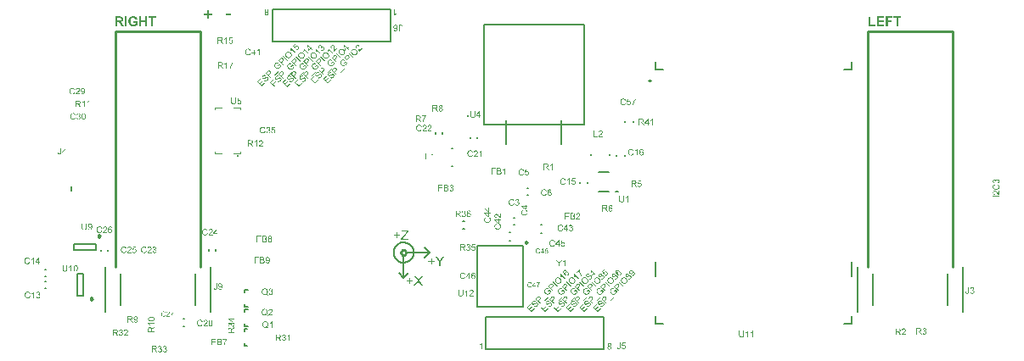
<source format=gto>
G04*
G04 #@! TF.GenerationSoftware,Altium Limited,Altium Designer,20.0.13 (296)*
G04*
G04 Layer_Color=65535*
%FSLAX44Y44*%
%MOMM*%
G71*
G01*
G75*
%ADD10C,0.2500*%
%ADD11C,0.2000*%
%ADD12C,0.2540*%
%ADD13C,0.1000*%
G36*
X-399348Y57892D02*
X-399192Y57882D01*
X-399015Y57861D01*
X-398828Y57840D01*
X-398619Y57809D01*
X-398401Y57768D01*
X-398172Y57716D01*
X-397943Y57663D01*
X-397703Y57590D01*
X-397474Y57497D01*
X-397255Y57403D01*
X-397047Y57288D01*
X-396849Y57153D01*
X-396839Y57143D01*
X-396807Y57122D01*
X-396755Y57080D01*
X-396682Y57018D01*
X-396609Y56934D01*
X-396516Y56851D01*
X-396412Y56737D01*
X-396307Y56612D01*
X-396193Y56476D01*
X-396089Y56320D01*
X-395974Y56143D01*
X-395870Y55966D01*
X-395776Y55768D01*
X-395683Y55549D01*
X-395610Y55320D01*
X-395547Y55081D01*
X-397474Y54716D01*
Y54727D01*
X-397484Y54748D01*
X-397495Y54789D01*
X-397515Y54831D01*
X-397536Y54893D01*
X-397568Y54966D01*
X-397651Y55122D01*
X-397755Y55299D01*
X-397890Y55487D01*
X-398047Y55664D01*
X-398245Y55830D01*
X-398255D01*
X-398265Y55851D01*
X-398297Y55872D01*
X-398349Y55893D01*
X-398401Y55924D01*
X-398463Y55966D01*
X-398546Y55997D01*
X-398630Y56039D01*
X-398828Y56112D01*
X-399067Y56185D01*
X-399338Y56226D01*
X-399640Y56247D01*
X-399765D01*
X-399848Y56237D01*
X-399952Y56226D01*
X-400077Y56206D01*
X-400223Y56174D01*
X-400369Y56143D01*
X-400525Y56101D01*
X-400692Y56049D01*
X-400858Y55987D01*
X-401025Y55903D01*
X-401192Y55810D01*
X-401358Y55706D01*
X-401515Y55581D01*
X-401660Y55435D01*
X-401671Y55424D01*
X-401692Y55393D01*
X-401733Y55352D01*
X-401775Y55279D01*
X-401837Y55195D01*
X-401900Y55091D01*
X-401962Y54977D01*
X-402035Y54831D01*
X-402108Y54675D01*
X-402170Y54498D01*
X-402233Y54300D01*
X-402295Y54081D01*
X-402337Y53852D01*
X-402379Y53602D01*
X-402400Y53331D01*
X-402410Y53040D01*
Y53019D01*
Y52967D01*
X-402400Y52873D01*
Y52758D01*
X-402389Y52613D01*
X-402368Y52456D01*
X-402348Y52269D01*
X-402316Y52071D01*
X-402275Y51873D01*
X-402223Y51655D01*
X-402160Y51446D01*
X-402087Y51228D01*
X-402004Y51019D01*
X-401900Y50821D01*
X-401785Y50634D01*
X-401650Y50467D01*
X-401639Y50457D01*
X-401619Y50436D01*
X-401567Y50384D01*
X-401515Y50332D01*
X-401431Y50269D01*
X-401348Y50197D01*
X-401233Y50124D01*
X-401119Y50040D01*
X-400983Y49957D01*
X-400827Y49884D01*
X-400671Y49811D01*
X-400494Y49749D01*
X-400296Y49697D01*
X-400098Y49655D01*
X-399890Y49624D01*
X-399661Y49613D01*
X-399557D01*
X-399505Y49624D01*
X-399432D01*
X-399276Y49645D01*
X-399088Y49676D01*
X-398890Y49717D01*
X-398671Y49770D01*
X-398442Y49853D01*
X-398432D01*
X-398411Y49863D01*
X-398380Y49874D01*
X-398338Y49895D01*
X-398224Y49947D01*
X-398078Y50019D01*
X-397911Y50103D01*
X-397734Y50197D01*
X-397557Y50301D01*
X-397380Y50426D01*
Y51655D01*
X-399598D01*
Y53279D01*
X-395422D01*
Y49436D01*
X-395433Y49426D01*
X-395453Y49415D01*
X-395485Y49384D01*
X-395537Y49343D01*
X-395599Y49291D01*
X-395672Y49228D01*
X-395766Y49166D01*
X-395870Y49093D01*
X-395995Y49009D01*
X-396120Y48926D01*
X-396266Y48843D01*
X-396432Y48759D01*
X-396599Y48666D01*
X-396786Y48582D01*
X-396984Y48489D01*
X-397193Y48405D01*
X-397203D01*
X-397245Y48384D01*
X-397307Y48364D01*
X-397391Y48333D01*
X-397495Y48301D01*
X-397620Y48260D01*
X-397765Y48228D01*
X-397922Y48187D01*
X-398088Y48145D01*
X-398276Y48103D01*
X-398463Y48062D01*
X-398671Y48031D01*
X-399098Y47978D01*
X-399317Y47968D01*
X-399536Y47958D01*
X-399682D01*
X-399786Y47968D01*
X-399921Y47978D01*
X-400077Y47989D01*
X-400244Y48010D01*
X-400431Y48041D01*
X-400629Y48072D01*
X-400838Y48114D01*
X-401056Y48166D01*
X-401285Y48218D01*
X-401515Y48291D01*
X-401733Y48374D01*
X-401952Y48468D01*
X-402170Y48582D01*
X-402181Y48593D01*
X-402223Y48614D01*
X-402275Y48645D01*
X-402358Y48697D01*
X-402441Y48770D01*
X-402556Y48843D01*
X-402670Y48937D01*
X-402795Y49051D01*
X-402931Y49166D01*
X-403066Y49301D01*
X-403212Y49457D01*
X-403347Y49613D01*
X-403483Y49790D01*
X-403618Y49978D01*
X-403733Y50176D01*
X-403847Y50394D01*
X-403858Y50405D01*
X-403868Y50447D01*
X-403899Y50509D01*
X-403931Y50603D01*
X-403972Y50707D01*
X-404024Y50842D01*
X-404076Y50988D01*
X-404128Y51155D01*
X-404180Y51342D01*
X-404232Y51540D01*
X-404274Y51748D01*
X-404326Y51967D01*
X-404357Y52207D01*
X-404389Y52446D01*
X-404399Y52696D01*
X-404410Y52956D01*
Y52977D01*
Y53019D01*
Y53102D01*
X-404399Y53206D01*
X-404389Y53342D01*
X-404378Y53498D01*
X-404357Y53664D01*
X-404326Y53852D01*
X-404295Y54050D01*
X-404253Y54268D01*
X-404201Y54487D01*
X-404149Y54716D01*
X-404076Y54945D01*
X-403993Y55174D01*
X-403899Y55404D01*
X-403785Y55622D01*
X-403774Y55633D01*
X-403754Y55674D01*
X-403722Y55737D01*
X-403670Y55820D01*
X-403597Y55914D01*
X-403524Y56028D01*
X-403431Y56153D01*
X-403316Y56289D01*
X-403201Y56435D01*
X-403056Y56580D01*
X-402910Y56726D01*
X-402743Y56882D01*
X-402566Y57028D01*
X-402368Y57164D01*
X-402160Y57299D01*
X-401941Y57424D01*
X-401931Y57434D01*
X-401900Y57445D01*
X-401848Y57466D01*
X-401775Y57497D01*
X-401681Y57538D01*
X-401577Y57580D01*
X-401452Y57622D01*
X-401306Y57663D01*
X-401150Y57705D01*
X-400973Y57747D01*
X-400785Y57788D01*
X-400577Y57830D01*
X-400359Y57861D01*
X-400129Y57882D01*
X-399890Y57903D01*
X-399463D01*
X-399348Y57892D01*
D02*
G37*
G36*
X-385946Y48135D02*
X-387882D01*
Y52342D01*
X-391694D01*
Y48135D01*
X-393631D01*
Y57747D01*
X-391694D01*
Y53966D01*
X-387882D01*
Y57747D01*
X-385946D01*
Y48135D01*
D02*
G37*
G36*
X-376990Y56122D02*
X-379822D01*
Y48135D01*
X-381759D01*
Y56122D01*
X-384613D01*
Y57747D01*
X-376990D01*
Y56122D01*
D02*
G37*
G36*
X-405930Y48135D02*
X-407867D01*
Y57747D01*
X-405930D01*
Y48135D01*
D02*
G37*
G36*
X-413043Y57736D02*
X-412897D01*
X-412730Y57726D01*
X-412564Y57716D01*
X-412189Y57684D01*
X-411824Y57632D01*
X-411647Y57611D01*
X-411470Y57570D01*
X-411314Y57528D01*
X-411179Y57486D01*
X-411168D01*
X-411147Y57476D01*
X-411116Y57455D01*
X-411064Y57434D01*
X-411002Y57403D01*
X-410939Y57372D01*
X-410773Y57278D01*
X-410596Y57143D01*
X-410418Y56986D01*
X-410231Y56789D01*
X-410064Y56560D01*
Y56549D01*
X-410043Y56528D01*
X-410023Y56497D01*
X-410002Y56445D01*
X-409960Y56382D01*
X-409929Y56310D01*
X-409887Y56216D01*
X-409846Y56122D01*
X-409773Y55903D01*
X-409700Y55643D01*
X-409658Y55362D01*
X-409637Y55050D01*
Y55039D01*
Y54997D01*
Y54945D01*
X-409648Y54872D01*
X-409658Y54779D01*
X-409669Y54675D01*
X-409689Y54550D01*
X-409721Y54425D01*
X-409794Y54133D01*
X-409846Y53987D01*
X-409908Y53842D01*
X-409981Y53685D01*
X-410064Y53540D01*
X-410158Y53394D01*
X-410273Y53258D01*
X-410283Y53248D01*
X-410304Y53227D01*
X-410335Y53196D01*
X-410387Y53144D01*
X-410460Y53092D01*
X-410543Y53029D01*
X-410637Y52956D01*
X-410752Y52883D01*
X-410877Y52800D01*
X-411012Y52727D01*
X-411168Y52654D01*
X-411345Y52581D01*
X-411533Y52519D01*
X-411731Y52456D01*
X-411949Y52404D01*
X-412178Y52363D01*
X-412168D01*
X-412147Y52342D01*
X-412116Y52331D01*
X-412074Y52300D01*
X-411960Y52227D01*
X-411814Y52123D01*
X-411647Y52009D01*
X-411470Y51873D01*
X-411293Y51717D01*
X-411137Y51561D01*
X-411116Y51540D01*
X-411095Y51509D01*
X-411064Y51477D01*
X-411022Y51425D01*
X-410970Y51363D01*
X-410908Y51290D01*
X-410845Y51207D01*
X-410773Y51103D01*
X-410689Y50988D01*
X-410596Y50863D01*
X-410502Y50717D01*
X-410398Y50561D01*
X-410283Y50384D01*
X-410158Y50207D01*
X-410033Y49999D01*
X-408856Y48135D01*
X-411179D01*
X-412584Y50228D01*
X-412595Y50238D01*
X-412616Y50280D01*
X-412657Y50332D01*
X-412710Y50405D01*
X-412762Y50499D01*
X-412835Y50592D01*
X-412991Y50821D01*
X-413168Y51061D01*
X-413334Y51290D01*
X-413418Y51394D01*
X-413491Y51488D01*
X-413553Y51571D01*
X-413615Y51634D01*
X-413626Y51644D01*
X-413657Y51686D01*
X-413720Y51727D01*
X-413793Y51790D01*
X-413876Y51863D01*
X-413980Y51925D01*
X-414084Y51988D01*
X-414199Y52029D01*
X-414209Y52040D01*
X-414261Y52050D01*
X-414334Y52071D01*
X-414438Y52092D01*
X-414574Y52113D01*
X-414740Y52123D01*
X-414938Y52144D01*
X-415563D01*
Y48135D01*
X-417500D01*
Y57747D01*
X-413168D01*
X-413043Y57736D01*
D02*
G37*
G36*
X366053Y56112D02*
X363221D01*
Y48124D01*
X361284D01*
Y56112D01*
X358430D01*
Y57736D01*
X366053D01*
Y56112D01*
D02*
G37*
G36*
X357504D02*
X352849D01*
Y53831D01*
X356868D01*
Y52207D01*
X352849D01*
Y48124D01*
X350911D01*
Y57736D01*
X357504D01*
Y56112D01*
D02*
G37*
G36*
X349079D02*
X343893D01*
Y53987D01*
X348714D01*
Y52363D01*
X343893D01*
Y49749D01*
X349266D01*
Y48124D01*
X341955D01*
Y57736D01*
X349079D01*
Y56112D01*
D02*
G37*
G36*
X335749Y49749D02*
X340570D01*
Y48124D01*
X333812D01*
Y57653D01*
X335749D01*
Y49749D01*
D02*
G37*
G36*
X-136169Y-160393D02*
X-133555D01*
Y-161497D01*
X-136169D01*
Y-164131D01*
X-137283D01*
Y-161497D01*
X-139897D01*
Y-160393D01*
X-137283D01*
Y-157779D01*
X-136169D01*
Y-160393D01*
D02*
G37*
G36*
X-125099Y-157206D02*
X-130504Y-163871D01*
X-131076Y-164548D01*
X-124943D01*
Y-165683D01*
X-132535D01*
Y-164506D01*
X-127619Y-158362D01*
X-127609Y-158351D01*
X-127598Y-158331D01*
X-127567Y-158299D01*
X-127525Y-158247D01*
X-127484Y-158195D01*
X-127432Y-158122D01*
X-127296Y-157966D01*
X-127150Y-157789D01*
X-126973Y-157591D01*
X-126796Y-157393D01*
X-126619Y-157206D01*
X-131982D01*
Y-156071D01*
X-125099D01*
Y-157206D01*
D02*
G37*
G36*
X-93266Y-187672D02*
Y-191733D01*
X-94537D01*
Y-187672D01*
X-98244Y-182121D01*
X-96703D01*
X-94808Y-185026D01*
X-94797Y-185037D01*
X-94787Y-185058D01*
X-94755Y-185110D01*
X-94714Y-185162D01*
X-94672Y-185235D01*
X-94620Y-185328D01*
X-94558Y-185422D01*
X-94485Y-185537D01*
X-94339Y-185776D01*
X-94172Y-186047D01*
X-93995Y-186339D01*
X-93829Y-186640D01*
X-93818Y-186630D01*
X-93808Y-186609D01*
X-93787Y-186568D01*
X-93745Y-186505D01*
X-93704Y-186443D01*
X-93662Y-186359D01*
X-93600Y-186255D01*
X-93537Y-186151D01*
X-93464Y-186036D01*
X-93381Y-185901D01*
X-93204Y-185620D01*
X-92996Y-185297D01*
X-92777Y-184953D01*
X-90913Y-182121D01*
X-89434D01*
X-93266Y-187672D01*
D02*
G37*
G36*
X-101639Y-186443D02*
X-99025D01*
Y-187547D01*
X-101639D01*
Y-190181D01*
X-102753D01*
Y-187547D01*
X-105367D01*
Y-186443D01*
X-102753D01*
Y-183829D01*
X-101639D01*
Y-186443D01*
D02*
G37*
G36*
X-114546Y-206143D02*
X-110943Y-211183D01*
X-112495D01*
X-114932Y-207757D01*
X-114942Y-207746D01*
X-114963Y-207705D01*
X-115005Y-207653D01*
X-115057Y-207569D01*
X-115119Y-207486D01*
X-115182Y-207392D01*
X-115327Y-207174D01*
Y-207184D01*
X-115338Y-207194D01*
X-115379Y-207257D01*
X-115431Y-207340D01*
X-115504Y-207444D01*
X-115661Y-207663D01*
X-115723Y-207767D01*
X-115786Y-207850D01*
X-118223Y-211183D01*
X-119753D01*
X-116035Y-206205D01*
X-119316Y-201571D01*
X-117806D01*
X-116046Y-204039D01*
X-116035Y-204049D01*
X-116025Y-204070D01*
X-115994Y-204112D01*
X-115952Y-204164D01*
X-115911Y-204226D01*
X-115858Y-204299D01*
X-115744Y-204466D01*
X-115619Y-204664D01*
X-115494Y-204851D01*
X-115369Y-205049D01*
X-115275Y-205216D01*
Y-205205D01*
X-115265Y-205195D01*
X-115244Y-205164D01*
X-115213Y-205122D01*
X-115150Y-205028D01*
X-115057Y-204893D01*
X-114942Y-204726D01*
X-114817Y-204539D01*
X-114661Y-204341D01*
X-114505Y-204133D01*
X-112589Y-201571D01*
X-111203D01*
X-114546Y-206143D01*
D02*
G37*
G36*
X-123169Y-205893D02*
X-120555D01*
Y-206996D01*
X-123169D01*
Y-209631D01*
X-124283D01*
Y-206996D01*
X-126897D01*
Y-205893D01*
X-124283D01*
Y-203279D01*
X-123169D01*
Y-205893D01*
D02*
G37*
G36*
X462224Y-104928D02*
X462280D01*
X462356Y-104942D01*
X462439Y-104956D01*
X462529Y-104970D01*
X462633Y-104998D01*
X462744Y-105032D01*
X462855Y-105074D01*
X462973Y-105123D01*
X463091Y-105185D01*
X463216Y-105254D01*
X463334Y-105337D01*
X463451Y-105428D01*
X463562Y-105539D01*
X463569Y-105546D01*
X463590Y-105566D01*
X463618Y-105601D01*
X463652Y-105650D01*
X463694Y-105705D01*
X463743Y-105781D01*
X463798Y-105864D01*
X463847Y-105962D01*
X463902Y-106066D01*
X463958Y-106184D01*
X464006Y-106308D01*
X464048Y-106447D01*
X464082Y-106593D01*
X464110Y-106745D01*
X464131Y-106905D01*
X464138Y-107078D01*
Y-107113D01*
X464131Y-107161D01*
Y-107217D01*
X464124Y-107293D01*
X464110Y-107376D01*
X464096Y-107466D01*
X464076Y-107570D01*
X464048Y-107681D01*
X464013Y-107792D01*
X463978Y-107910D01*
X463930Y-108028D01*
X463867Y-108146D01*
X463805Y-108257D01*
X463729Y-108375D01*
X463639Y-108479D01*
X463632Y-108486D01*
X463618Y-108499D01*
X463590Y-108527D01*
X463549Y-108569D01*
X463500Y-108610D01*
X463438Y-108659D01*
X463368Y-108708D01*
X463285Y-108763D01*
X463202Y-108819D01*
X463098Y-108874D01*
X462994Y-108929D01*
X462876Y-108978D01*
X462751Y-109020D01*
X462619Y-109061D01*
X462481Y-109089D01*
X462335Y-109110D01*
X462231Y-108326D01*
X462238D01*
X462259Y-108319D01*
X462293Y-108312D01*
X462342Y-108298D01*
X462397Y-108285D01*
X462460Y-108271D01*
X462606Y-108222D01*
X462765Y-108160D01*
X462924Y-108083D01*
X463070Y-107986D01*
X463133Y-107931D01*
X463195Y-107875D01*
Y-107868D01*
X463209Y-107862D01*
X463223Y-107841D01*
X463243Y-107820D01*
X463285Y-107751D01*
X463340Y-107654D01*
X463396Y-107536D01*
X463438Y-107404D01*
X463472Y-107244D01*
X463486Y-107078D01*
Y-107022D01*
X463479Y-106981D01*
X463472Y-106939D01*
X463465Y-106877D01*
X463438Y-106752D01*
X463396Y-106600D01*
X463327Y-106440D01*
X463278Y-106364D01*
X463230Y-106287D01*
X463174Y-106211D01*
X463105Y-106135D01*
X463098Y-106128D01*
X463084Y-106121D01*
X463063Y-106100D01*
X463035Y-106073D01*
X463001Y-106045D01*
X462952Y-106017D01*
X462904Y-105982D01*
X462841Y-105941D01*
X462703Y-105871D01*
X462543Y-105816D01*
X462356Y-105767D01*
X462259Y-105760D01*
X462155Y-105754D01*
X462148D01*
X462134D01*
X462099D01*
X462065Y-105760D01*
X462016Y-105767D01*
X461968Y-105774D01*
X461843Y-105795D01*
X461697Y-105844D01*
X461552Y-105906D01*
X461475Y-105948D01*
X461406Y-105996D01*
X461337Y-106052D01*
X461267Y-106114D01*
X461260Y-106121D01*
X461253Y-106128D01*
X461232Y-106149D01*
X461212Y-106177D01*
X461184Y-106211D01*
X461156Y-106253D01*
X461087Y-106357D01*
X461025Y-106489D01*
X460969Y-106641D01*
X460927Y-106814D01*
X460920Y-106912D01*
X460914Y-107009D01*
Y-107050D01*
X460920Y-107099D01*
Y-107161D01*
X460934Y-107244D01*
X460948Y-107335D01*
X460969Y-107445D01*
X460997Y-107563D01*
X460310Y-107480D01*
Y-107466D01*
X460317Y-107432D01*
X460324Y-107390D01*
Y-107300D01*
X460317Y-107265D01*
Y-107217D01*
X460310Y-107168D01*
X460289Y-107050D01*
X460262Y-106912D01*
X460213Y-106759D01*
X460151Y-106600D01*
X460061Y-106447D01*
Y-106440D01*
X460047Y-106426D01*
X460033Y-106412D01*
X460012Y-106385D01*
X459950Y-106315D01*
X459860Y-106239D01*
X459749Y-106170D01*
X459610Y-106100D01*
X459534Y-106073D01*
X459444Y-106059D01*
X459353Y-106045D01*
X459256Y-106038D01*
X459249D01*
X459235D01*
X459215D01*
X459180Y-106045D01*
X459104Y-106052D01*
X459000Y-106073D01*
X458889Y-106107D01*
X458771Y-106163D01*
X458646Y-106239D01*
X458591Y-106281D01*
X458535Y-106336D01*
X458521Y-106350D01*
X458493Y-106391D01*
X458445Y-106454D01*
X458390Y-106537D01*
X458341Y-106648D01*
X458292Y-106780D01*
X458265Y-106925D01*
X458251Y-107092D01*
Y-107134D01*
X458258Y-107168D01*
Y-107210D01*
X458265Y-107251D01*
X458285Y-107362D01*
X458320Y-107480D01*
X458376Y-107612D01*
X458445Y-107737D01*
X458542Y-107862D01*
X458556Y-107875D01*
X458597Y-107910D01*
X458660Y-107966D01*
X458757Y-108021D01*
X458875Y-108090D01*
X459027Y-108153D01*
X459201Y-108208D01*
X459402Y-108250D01*
X459263Y-109033D01*
X459256D01*
X459229Y-109026D01*
X459187Y-109020D01*
X459131Y-109006D01*
X459069Y-108985D01*
X458993Y-108964D01*
X458909Y-108936D01*
X458819Y-108902D01*
X458618Y-108812D01*
X458521Y-108763D01*
X458417Y-108701D01*
X458320Y-108631D01*
X458223Y-108555D01*
X458126Y-108472D01*
X458043Y-108382D01*
X458036Y-108375D01*
X458022Y-108361D01*
X458001Y-108326D01*
X457973Y-108292D01*
X457939Y-108236D01*
X457904Y-108181D01*
X457863Y-108111D01*
X457821Y-108028D01*
X457786Y-107945D01*
X457745Y-107848D01*
X457710Y-107744D01*
X457675Y-107633D01*
X457648Y-107508D01*
X457627Y-107383D01*
X457613Y-107251D01*
X457606Y-107113D01*
Y-107022D01*
X457613Y-106974D01*
X457620Y-106925D01*
X457634Y-106794D01*
X457661Y-106648D01*
X457703Y-106482D01*
X457758Y-106315D01*
X457835Y-106149D01*
Y-106142D01*
X457842Y-106128D01*
X457855Y-106107D01*
X457876Y-106073D01*
X457925Y-105996D01*
X457994Y-105899D01*
X458084Y-105788D01*
X458188Y-105677D01*
X458306Y-105566D01*
X458445Y-105469D01*
X458452D01*
X458459Y-105462D01*
X458487Y-105449D01*
X458514Y-105435D01*
X458549Y-105414D01*
X458591Y-105393D01*
X458695Y-105351D01*
X458819Y-105310D01*
X458958Y-105268D01*
X459111Y-105240D01*
X459270Y-105233D01*
X459277D01*
X459291D01*
X459312D01*
X459339D01*
X459423Y-105247D01*
X459520Y-105261D01*
X459638Y-105289D01*
X459762Y-105331D01*
X459894Y-105386D01*
X460026Y-105462D01*
X460033D01*
X460040Y-105469D01*
X460081Y-105504D01*
X460144Y-105553D01*
X460220Y-105629D01*
X460310Y-105719D01*
X460400Y-105837D01*
X460484Y-105969D01*
X460567Y-106121D01*
Y-106114D01*
X460574Y-106093D01*
X460581Y-106066D01*
X460595Y-106024D01*
X460608Y-105982D01*
X460629Y-105927D01*
X460685Y-105795D01*
X460761Y-105656D01*
X460851Y-105511D01*
X460969Y-105365D01*
X461115Y-105240D01*
X461122Y-105233D01*
X461135Y-105227D01*
X461156Y-105213D01*
X461191Y-105192D01*
X461226Y-105164D01*
X461274Y-105136D01*
X461330Y-105109D01*
X461399Y-105081D01*
X461468Y-105053D01*
X461544Y-105026D01*
X461718Y-104970D01*
X461919Y-104935D01*
X462030Y-104922D01*
X462141D01*
X462148D01*
X462176D01*
X462224Y-104928D01*
D02*
G37*
G36*
X462044Y-109852D02*
X462092Y-109866D01*
X462169Y-109893D01*
X462252Y-109921D01*
X462356Y-109963D01*
X462467Y-110004D01*
X462585Y-110060D01*
X462716Y-110122D01*
X462841Y-110191D01*
X462980Y-110268D01*
X463112Y-110358D01*
X463237Y-110455D01*
X463361Y-110559D01*
X463479Y-110677D01*
X463590Y-110802D01*
X463597Y-110809D01*
X463611Y-110836D01*
X463639Y-110871D01*
X463673Y-110927D01*
X463715Y-110989D01*
X463764Y-111072D01*
X463812Y-111162D01*
X463861Y-111273D01*
X463909Y-111391D01*
X463958Y-111516D01*
X464006Y-111655D01*
X464048Y-111807D01*
X464082Y-111967D01*
X464110Y-112133D01*
X464124Y-112306D01*
X464131Y-112494D01*
Y-112591D01*
X464124Y-112667D01*
X464117Y-112750D01*
X464110Y-112854D01*
X464096Y-112965D01*
X464076Y-113090D01*
X464055Y-113222D01*
X464027Y-113360D01*
X463992Y-113499D01*
X463958Y-113638D01*
X463909Y-113783D01*
X463854Y-113922D01*
X463791Y-114054D01*
X463715Y-114179D01*
X463708Y-114186D01*
X463694Y-114206D01*
X463673Y-114241D01*
X463639Y-114283D01*
X463590Y-114338D01*
X463542Y-114401D01*
X463479Y-114470D01*
X463403Y-114546D01*
X463320Y-114622D01*
X463230Y-114706D01*
X463133Y-114782D01*
X463022Y-114865D01*
X462904Y-114948D01*
X462779Y-115025D01*
X462640Y-115094D01*
X462495Y-115163D01*
X462488Y-115170D01*
X462460Y-115177D01*
X462411Y-115191D01*
X462356Y-115212D01*
X462280Y-115240D01*
X462196Y-115267D01*
X462092Y-115295D01*
X461981Y-115330D01*
X461857Y-115358D01*
X461725Y-115392D01*
X461586Y-115420D01*
X461434Y-115441D01*
X461115Y-115482D01*
X460948Y-115489D01*
X460782Y-115496D01*
X460768D01*
X460740D01*
X460685D01*
X460615Y-115489D01*
X460525Y-115482D01*
X460421Y-115475D01*
X460310Y-115462D01*
X460185Y-115448D01*
X460054Y-115427D01*
X459915Y-115406D01*
X459617Y-115337D01*
X459471Y-115288D01*
X459326Y-115240D01*
X459173Y-115184D01*
X459034Y-115115D01*
X459027Y-115108D01*
X459000Y-115094D01*
X458965Y-115073D01*
X458909Y-115045D01*
X458847Y-115004D01*
X458778Y-114955D01*
X458702Y-114900D01*
X458611Y-114837D01*
X458528Y-114761D01*
X458431Y-114685D01*
X458341Y-114595D01*
X458244Y-114498D01*
X458154Y-114394D01*
X458064Y-114283D01*
X457980Y-114158D01*
X457904Y-114033D01*
X457897Y-114026D01*
X457890Y-113998D01*
X457869Y-113964D01*
X457842Y-113908D01*
X457814Y-113846D01*
X457779Y-113763D01*
X457745Y-113672D01*
X457710Y-113575D01*
X457675Y-113464D01*
X457641Y-113340D01*
X457606Y-113215D01*
X457578Y-113076D01*
X457530Y-112792D01*
X457523Y-112639D01*
X457516Y-112480D01*
Y-112390D01*
X457523Y-112320D01*
X457530Y-112237D01*
X457543Y-112140D01*
X457557Y-112036D01*
X457578Y-111918D01*
X457606Y-111793D01*
X457634Y-111662D01*
X457675Y-111530D01*
X457724Y-111391D01*
X457779Y-111252D01*
X457849Y-111121D01*
X457918Y-110989D01*
X458008Y-110864D01*
X458015Y-110857D01*
X458029Y-110836D01*
X458057Y-110802D01*
X458098Y-110760D01*
X458147Y-110705D01*
X458209Y-110642D01*
X458279Y-110580D01*
X458362Y-110504D01*
X458452Y-110427D01*
X458556Y-110351D01*
X458667Y-110275D01*
X458792Y-110205D01*
X458923Y-110129D01*
X459069Y-110067D01*
X459222Y-110004D01*
X459381Y-109949D01*
X459575Y-110781D01*
X459568D01*
X459548Y-110795D01*
X459506Y-110802D01*
X459457Y-110822D01*
X459402Y-110843D01*
X459339Y-110878D01*
X459187Y-110947D01*
X459021Y-111037D01*
X458847Y-111155D01*
X458688Y-111280D01*
X458618Y-111356D01*
X458556Y-111433D01*
X458549Y-111440D01*
X458542Y-111454D01*
X458528Y-111474D01*
X458507Y-111509D01*
X458480Y-111551D01*
X458452Y-111599D01*
X458424Y-111655D01*
X458396Y-111724D01*
X458369Y-111800D01*
X458341Y-111876D01*
X458285Y-112057D01*
X458251Y-112265D01*
X458237Y-112376D01*
Y-112563D01*
X458244Y-112618D01*
X458251Y-112681D01*
X458258Y-112757D01*
X458265Y-112840D01*
X458279Y-112923D01*
X458327Y-113125D01*
X458390Y-113333D01*
X458431Y-113437D01*
X458480Y-113541D01*
X458535Y-113638D01*
X458597Y-113735D01*
X458604Y-113742D01*
X458611Y-113756D01*
X458632Y-113783D01*
X458660Y-113818D01*
X458695Y-113853D01*
X458743Y-113901D01*
X458792Y-113950D01*
X458847Y-114005D01*
X458917Y-114061D01*
X458986Y-114123D01*
X459145Y-114234D01*
X459333Y-114338D01*
X459548Y-114428D01*
X459554D01*
X459575Y-114435D01*
X459610Y-114449D01*
X459651Y-114456D01*
X459707Y-114470D01*
X459769Y-114491D01*
X459846Y-114504D01*
X459922Y-114525D01*
X460012Y-114546D01*
X460109Y-114560D01*
X460317Y-114595D01*
X460539Y-114615D01*
X460775Y-114622D01*
X460782D01*
X460810D01*
X460851D01*
X460914Y-114615D01*
X460983D01*
X461066Y-114609D01*
X461156Y-114602D01*
X461260Y-114595D01*
X461371Y-114581D01*
X461482Y-114567D01*
X461725Y-114525D01*
X461968Y-114463D01*
X462203Y-114387D01*
X462210D01*
X462231Y-114373D01*
X462259Y-114359D01*
X462300Y-114345D01*
X462356Y-114317D01*
X462411Y-114283D01*
X462543Y-114206D01*
X462696Y-114102D01*
X462841Y-113977D01*
X462987Y-113825D01*
X463049Y-113742D01*
X463112Y-113652D01*
Y-113645D01*
X463125Y-113631D01*
X463139Y-113603D01*
X463160Y-113561D01*
X463181Y-113513D01*
X463209Y-113457D01*
X463230Y-113395D01*
X463257Y-113326D01*
X463313Y-113166D01*
X463361Y-112979D01*
X463396Y-112778D01*
X463403Y-112674D01*
X463410Y-112563D01*
Y-112494D01*
X463403Y-112445D01*
X463396Y-112383D01*
X463389Y-112313D01*
X463375Y-112230D01*
X463361Y-112147D01*
X463313Y-111953D01*
X463278Y-111856D01*
X463237Y-111752D01*
X463188Y-111648D01*
X463133Y-111551D01*
X463070Y-111454D01*
X463001Y-111356D01*
X462994Y-111349D01*
X462980Y-111336D01*
X462959Y-111308D01*
X462924Y-111273D01*
X462883Y-111238D01*
X462827Y-111190D01*
X462765Y-111142D01*
X462696Y-111086D01*
X462612Y-111031D01*
X462522Y-110975D01*
X462425Y-110920D01*
X462314Y-110864D01*
X462196Y-110816D01*
X462065Y-110767D01*
X461926Y-110718D01*
X461780Y-110684D01*
X461995Y-109838D01*
X462009D01*
X462044Y-109852D01*
D02*
G37*
G36*
X464027Y-120648D02*
X464013D01*
X463978D01*
X463923D01*
X463854Y-120641D01*
X463770Y-120634D01*
X463680Y-120614D01*
X463583Y-120593D01*
X463486Y-120558D01*
X463479D01*
X463465Y-120551D01*
X463445Y-120544D01*
X463410Y-120530D01*
X463375Y-120510D01*
X463327Y-120489D01*
X463216Y-120433D01*
X463084Y-120364D01*
X462938Y-120274D01*
X462786Y-120170D01*
X462633Y-120045D01*
X462626Y-120038D01*
X462612Y-120031D01*
X462592Y-120010D01*
X462557Y-119976D01*
X462522Y-119941D01*
X462474Y-119892D01*
X462418Y-119844D01*
X462356Y-119782D01*
X462286Y-119712D01*
X462217Y-119636D01*
X462134Y-119553D01*
X462051Y-119456D01*
X461961Y-119359D01*
X461870Y-119248D01*
X461773Y-119137D01*
X461669Y-119012D01*
X461662Y-118998D01*
X461628Y-118963D01*
X461586Y-118915D01*
X461524Y-118845D01*
X461454Y-118762D01*
X461371Y-118665D01*
X461281Y-118554D01*
X461177Y-118443D01*
X460962Y-118207D01*
X460733Y-117979D01*
X460622Y-117868D01*
X460511Y-117764D01*
X460407Y-117674D01*
X460310Y-117597D01*
X460303Y-117590D01*
X460289Y-117583D01*
X460262Y-117563D01*
X460227Y-117542D01*
X460178Y-117507D01*
X460130Y-117479D01*
X460005Y-117410D01*
X459860Y-117341D01*
X459700Y-117278D01*
X459534Y-117237D01*
X459450Y-117230D01*
X459367Y-117223D01*
X459360D01*
X459346D01*
X459319D01*
X459291Y-117230D01*
X459249D01*
X459201Y-117244D01*
X459097Y-117264D01*
X458972Y-117306D01*
X458840Y-117368D01*
X458771Y-117403D01*
X458708Y-117452D01*
X458646Y-117500D01*
X458584Y-117563D01*
X458577Y-117570D01*
X458570Y-117576D01*
X458556Y-117597D01*
X458535Y-117625D01*
X458507Y-117660D01*
X458480Y-117701D01*
X458417Y-117798D01*
X458362Y-117930D01*
X458306Y-118076D01*
X458272Y-118249D01*
X458258Y-118346D01*
Y-118499D01*
X458265Y-118540D01*
Y-118589D01*
X458279Y-118644D01*
X458299Y-118769D01*
X458341Y-118915D01*
X458403Y-119067D01*
X458445Y-119143D01*
X458487Y-119220D01*
X458542Y-119289D01*
X458604Y-119359D01*
X458611Y-119365D01*
X458618Y-119372D01*
X458639Y-119386D01*
X458667Y-119414D01*
X458702Y-119435D01*
X458743Y-119462D01*
X458792Y-119497D01*
X458847Y-119525D01*
X458909Y-119560D01*
X458979Y-119587D01*
X459145Y-119643D01*
X459326Y-119684D01*
X459430Y-119691D01*
X459541Y-119698D01*
X459457Y-120503D01*
X459444D01*
X459416Y-120496D01*
X459374Y-120489D01*
X459312Y-120482D01*
X459235Y-120468D01*
X459145Y-120447D01*
X459048Y-120426D01*
X458944Y-120392D01*
X458840Y-120357D01*
X458722Y-120315D01*
X458611Y-120260D01*
X458500Y-120204D01*
X458382Y-120135D01*
X458279Y-120059D01*
X458175Y-119976D01*
X458084Y-119879D01*
X458077Y-119872D01*
X458064Y-119851D01*
X458043Y-119823D01*
X458008Y-119782D01*
X457973Y-119726D01*
X457932Y-119657D01*
X457890Y-119580D01*
X457842Y-119490D01*
X457800Y-119393D01*
X457758Y-119282D01*
X457717Y-119164D01*
X457682Y-119033D01*
X457648Y-118894D01*
X457627Y-118748D01*
X457613Y-118589D01*
X457606Y-118422D01*
Y-118332D01*
X457613Y-118270D01*
X457620Y-118194D01*
X457634Y-118103D01*
X457648Y-117999D01*
X457668Y-117895D01*
X457696Y-117778D01*
X457731Y-117660D01*
X457772Y-117535D01*
X457821Y-117417D01*
X457883Y-117292D01*
X457953Y-117174D01*
X458029Y-117063D01*
X458119Y-116959D01*
X458126Y-116952D01*
X458140Y-116938D01*
X458175Y-116911D01*
X458209Y-116876D01*
X458258Y-116834D01*
X458320Y-116786D01*
X458390Y-116737D01*
X458473Y-116689D01*
X458556Y-116640D01*
X458653Y-116592D01*
X458757Y-116543D01*
X458868Y-116502D01*
X458993Y-116467D01*
X459118Y-116439D01*
X459249Y-116425D01*
X459388Y-116418D01*
X459395D01*
X459402D01*
X459423D01*
X459450D01*
X459527Y-116425D01*
X459624Y-116439D01*
X459742Y-116460D01*
X459866Y-116488D01*
X460005Y-116522D01*
X460144Y-116578D01*
X460151D01*
X460158Y-116585D01*
X460178Y-116592D01*
X460206Y-116606D01*
X460283Y-116647D01*
X460380Y-116703D01*
X460498Y-116779D01*
X460629Y-116869D01*
X460768Y-116973D01*
X460920Y-117105D01*
X460927Y-117112D01*
X460941Y-117119D01*
X460962Y-117147D01*
X460997Y-117174D01*
X461038Y-117216D01*
X461087Y-117264D01*
X461149Y-117320D01*
X461212Y-117389D01*
X461288Y-117472D01*
X461371Y-117563D01*
X461468Y-117660D01*
X461565Y-117771D01*
X461676Y-117888D01*
X461787Y-118020D01*
X461912Y-118166D01*
X462044Y-118318D01*
X462051Y-118325D01*
X462071Y-118346D01*
X462099Y-118388D01*
X462141Y-118429D01*
X462189Y-118492D01*
X462245Y-118554D01*
X462370Y-118700D01*
X462501Y-118852D01*
X462640Y-118998D01*
X462703Y-119067D01*
X462758Y-119130D01*
X462813Y-119185D01*
X462855Y-119227D01*
X462862Y-119234D01*
X462890Y-119261D01*
X462931Y-119296D01*
X462987Y-119345D01*
X463049Y-119400D01*
X463119Y-119456D01*
X463271Y-119566D01*
Y-116412D01*
X464027D01*
Y-120648D01*
D02*
G37*
G36*
Y-122562D02*
X457627D01*
Y-121716D01*
X464027D01*
Y-122562D01*
D02*
G37*
G36*
X-302066Y59293D02*
X-306906D01*
Y60874D01*
X-302066D01*
Y59293D01*
D02*
G37*
G36*
X-175720Y29372D02*
X-175671D01*
X-175608Y29367D01*
X-175529Y29357D01*
X-175446Y29343D01*
X-175353Y29318D01*
X-175259Y29294D01*
X-175156Y29259D01*
X-175049Y29220D01*
X-174941Y29171D01*
X-174828Y29107D01*
X-174720Y29039D01*
X-174617Y28955D01*
X-174514Y28862D01*
X-174509Y28857D01*
X-174504Y28852D01*
X-174490Y28838D01*
X-174470Y28818D01*
X-174421Y28759D01*
X-174362Y28681D01*
X-174293Y28583D01*
X-174225Y28475D01*
X-174151Y28352D01*
X-174093Y28215D01*
X-174088Y28210D01*
Y28200D01*
X-174078Y28181D01*
X-174068Y28151D01*
X-174043Y28068D01*
X-174014Y27960D01*
X-173985Y27823D01*
X-173955Y27666D01*
X-173931Y27494D01*
X-173916Y27293D01*
Y27283D01*
X-173911Y27269D01*
X-173916Y27234D01*
X-173911Y27190D01*
Y27131D01*
Y27063D01*
X-173906Y26979D01*
X-173911Y26886D01*
X-173916Y26773D01*
X-173921Y26651D01*
Y26514D01*
X-173931Y26367D01*
X-173936Y26205D01*
X-173950Y26033D01*
X-173965Y25842D01*
X-173980Y25641D01*
Y25631D01*
Y25602D01*
X-173990Y25552D01*
Y25494D01*
X-173999Y25415D01*
X-174004Y25332D01*
X-174019Y25141D01*
X-174034Y24940D01*
X-174039Y24739D01*
X-174043Y24645D01*
X-174048Y24562D01*
Y24484D01*
Y24425D01*
Y24415D01*
Y24376D01*
X-174043Y24322D01*
X-174039Y24248D01*
X-174034Y24165D01*
X-174024Y24077D01*
X-173994Y23890D01*
X-171763Y26121D01*
X-171229Y25587D01*
X-174225Y22591D01*
X-174235Y22601D01*
X-174259Y22625D01*
X-174298Y22664D01*
X-174343Y22719D01*
X-174396Y22782D01*
X-174445Y22861D01*
X-174499Y22944D01*
X-174544Y23037D01*
X-174548Y23042D01*
X-174553Y23057D01*
X-174563Y23076D01*
X-174578Y23111D01*
X-174588Y23150D01*
X-174607Y23199D01*
X-174646Y23317D01*
X-174691Y23459D01*
X-174730Y23626D01*
X-174764Y23807D01*
X-174784Y24003D01*
Y24013D01*
X-174789Y24028D01*
Y24057D01*
Y24106D01*
Y24155D01*
Y24224D01*
X-174794Y24297D01*
Y24386D01*
Y24484D01*
X-174789Y24587D01*
Y24704D01*
X-174779Y24832D01*
X-174774Y24964D01*
X-174759Y25106D01*
X-174750Y25253D01*
X-174735Y25415D01*
X-174730Y25430D01*
Y25479D01*
X-174725Y25543D01*
X-174720Y25636D01*
X-174710Y25744D01*
X-174701Y25871D01*
X-174686Y26013D01*
X-174681Y26165D01*
X-174666Y26484D01*
Y26808D01*
Y26965D01*
X-174671Y27117D01*
X-174681Y27254D01*
X-174696Y27376D01*
Y27386D01*
X-174701Y27401D01*
X-174705Y27435D01*
X-174715Y27475D01*
X-174725Y27533D01*
X-174740Y27587D01*
X-174779Y27725D01*
X-174833Y27877D01*
X-174902Y28034D01*
X-174990Y28181D01*
X-175044Y28244D01*
X-175098Y28308D01*
X-175103Y28313D01*
X-175112Y28323D01*
X-175132Y28342D01*
X-175156Y28357D01*
X-175186Y28387D01*
X-175230Y28411D01*
X-175318Y28470D01*
X-175436Y28529D01*
X-175573Y28578D01*
X-175647Y28602D01*
X-175725Y28612D01*
X-175804Y28622D01*
X-175912D01*
X-175936Y28617D01*
X-175970Y28612D01*
X-176014Y28607D01*
X-176064Y28597D01*
X-176176Y28573D01*
X-176309Y28519D01*
X-176451Y28455D01*
X-176598Y28357D01*
X-176677Y28298D01*
X-176784Y28191D01*
X-176809Y28156D01*
X-176843Y28122D01*
X-176873Y28073D01*
X-176946Y27970D01*
X-177020Y27837D01*
X-177083Y27685D01*
X-177108Y27602D01*
X-177132Y27519D01*
X-177142Y27431D01*
X-177147Y27337D01*
Y27327D01*
Y27318D01*
X-177142Y27293D01*
Y27254D01*
X-177132Y27215D01*
X-177123Y27166D01*
X-177113Y27107D01*
X-177093Y27048D01*
X-177074Y26979D01*
X-177044Y26911D01*
X-176966Y26754D01*
X-176868Y26597D01*
X-176799Y26518D01*
X-176726Y26435D01*
X-177353Y25925D01*
X-177363Y25935D01*
X-177378Y25959D01*
X-177402Y25994D01*
X-177441Y26043D01*
X-177486Y26107D01*
X-177535Y26185D01*
X-177589Y26268D01*
X-177638Y26367D01*
X-177687Y26465D01*
X-177740Y26577D01*
X-177780Y26695D01*
X-177819Y26813D01*
X-177853Y26945D01*
X-177873Y27073D01*
X-177888Y27205D01*
X-177883Y27337D01*
Y27347D01*
X-177878Y27372D01*
X-177873Y27406D01*
X-177868Y27460D01*
X-177853Y27524D01*
X-177834Y27602D01*
X-177809Y27685D01*
X-177780Y27784D01*
X-177740Y27882D01*
X-177691Y27989D01*
X-177638Y28102D01*
X-177569Y28220D01*
X-177495Y28342D01*
X-177407Y28460D01*
X-177304Y28583D01*
X-177191Y28705D01*
X-177128Y28769D01*
X-177078Y28808D01*
X-177020Y28857D01*
X-176946Y28911D01*
X-176863Y28975D01*
X-176775Y29034D01*
X-176672Y29098D01*
X-176564Y29156D01*
X-176446Y29215D01*
X-176328Y29264D01*
X-176196Y29308D01*
X-176064Y29343D01*
X-175931Y29367D01*
X-175794Y29377D01*
X-175765D01*
X-175720Y29372D01*
D02*
G37*
G36*
X-179153Y25459D02*
X-179015Y25450D01*
X-178878Y25430D01*
X-178726Y25405D01*
X-178579Y25366D01*
X-178427Y25322D01*
X-178417D01*
X-178393Y25307D01*
X-178349Y25293D01*
X-178295Y25268D01*
X-178221Y25244D01*
X-178138Y25199D01*
X-178044Y25155D01*
X-177941Y25101D01*
X-177834Y25043D01*
X-177716Y24974D01*
X-177589Y24896D01*
X-177466Y24812D01*
X-177338Y24714D01*
X-177206Y24611D01*
X-177083Y24498D01*
X-176951Y24376D01*
X-176941Y24366D01*
X-176922Y24346D01*
X-176882Y24307D01*
X-176838Y24253D01*
X-176784Y24189D01*
X-176721Y24116D01*
X-176652Y24028D01*
X-176574Y23930D01*
X-176495Y23822D01*
X-176417Y23704D01*
X-176333Y23581D01*
X-176260Y23449D01*
X-176186Y23307D01*
X-176117Y23170D01*
X-176054Y23018D01*
X-176000Y22866D01*
Y22856D01*
X-175990Y22826D01*
X-175975Y22782D01*
X-175961Y22728D01*
X-175946Y22655D01*
X-175926Y22566D01*
X-175912Y22464D01*
X-175892Y22356D01*
X-175882Y22238D01*
X-175872Y22111D01*
Y21973D01*
Y21836D01*
X-175882Y21699D01*
X-175902Y21551D01*
X-175926Y21400D01*
X-175965Y21252D01*
Y21243D01*
X-175980Y21218D01*
X-175990Y21179D01*
X-176010Y21120D01*
X-176039Y21051D01*
X-176068Y20973D01*
X-176108Y20885D01*
X-176157Y20787D01*
X-176211Y20684D01*
X-176269Y20576D01*
X-176338Y20458D01*
X-176412Y20345D01*
X-176583Y20105D01*
X-176686Y19992D01*
X-176789Y19879D01*
X-176853Y19816D01*
X-176902Y19777D01*
X-176961Y19727D01*
X-177034Y19664D01*
X-177113Y19605D01*
X-177211Y19536D01*
X-177309Y19468D01*
X-177422Y19394D01*
X-177539Y19325D01*
X-177667Y19257D01*
X-177799Y19193D01*
X-177941Y19139D01*
X-178084Y19085D01*
X-178236Y19041D01*
X-178246D01*
X-178270Y19036D01*
X-178319Y19026D01*
X-178378Y19016D01*
X-178447Y19007D01*
X-178535Y18997D01*
X-178633Y18987D01*
X-178741Y18977D01*
X-178863Y18972D01*
X-178986Y18977D01*
X-179118Y18982D01*
X-179256Y18992D01*
X-179403Y19012D01*
X-179545Y19036D01*
X-179692Y19075D01*
X-179844Y19119D01*
X-179854D01*
X-179878Y19134D01*
X-179922Y19149D01*
X-179976Y19173D01*
X-180045Y19203D01*
X-180123Y19242D01*
X-180212Y19281D01*
X-180315Y19335D01*
X-180418Y19389D01*
X-180530Y19453D01*
X-180643Y19526D01*
X-180761Y19605D01*
X-180996Y19781D01*
X-181114Y19889D01*
X-181227Y19992D01*
X-181232Y19997D01*
X-181241Y20007D01*
X-181256Y20022D01*
X-181276Y20041D01*
X-181300Y20076D01*
X-181330Y20105D01*
X-181403Y20188D01*
X-181486Y20291D01*
X-181585Y20419D01*
X-181688Y20551D01*
X-181795Y20708D01*
X-181903Y20885D01*
X-182006Y21066D01*
X-182104Y21262D01*
X-182193Y21468D01*
X-182271Y21684D01*
X-182330Y21900D01*
X-182374Y22130D01*
X-182389Y22360D01*
Y22370D01*
Y22419D01*
X-182384Y22483D01*
X-182379Y22566D01*
X-182364Y22679D01*
X-182349Y22802D01*
X-182325Y22944D01*
X-182286Y23101D01*
X-182237Y23268D01*
X-182178Y23444D01*
X-182104Y23626D01*
X-182011Y23817D01*
X-181903Y24003D01*
X-181776Y24189D01*
X-181634Y24381D01*
X-181462Y24562D01*
X-181403Y24621D01*
X-181354Y24660D01*
X-181290Y24714D01*
X-181222Y24773D01*
X-181143Y24832D01*
X-181050Y24896D01*
X-180947Y24969D01*
X-180839Y25038D01*
X-180722Y25106D01*
X-180594Y25175D01*
X-180462Y25239D01*
X-180324Y25298D01*
X-180187Y25347D01*
X-180035Y25391D01*
X-180025D01*
X-179996Y25401D01*
X-179957Y25410D01*
X-179898Y25420D01*
X-179824Y25435D01*
X-179741Y25440D01*
X-179643Y25450D01*
X-179535Y25459D01*
X-179412Y25464D01*
X-179285D01*
X-179153Y25459D01*
D02*
G37*
G36*
X-179898Y16918D02*
X-180496Y16320D01*
X-185022Y20845D01*
X-184424Y21444D01*
X-179898Y16918D01*
D02*
G37*
G36*
X-190111Y14707D02*
X-190102D01*
X-190087Y14702D01*
X-190062Y14697D01*
X-190023D01*
X-189979Y14682D01*
X-189920Y14672D01*
X-189856Y14658D01*
X-189783Y14633D01*
X-189704Y14613D01*
X-189626Y14584D01*
X-189533Y14550D01*
X-189440Y14515D01*
X-189238Y14422D01*
X-189028Y14309D01*
X-189425Y13618D01*
X-189430Y13623D01*
X-189445Y13628D01*
X-189469Y13643D01*
X-189503Y13657D01*
X-189538Y13672D01*
X-189582Y13697D01*
X-189690Y13746D01*
X-189817Y13795D01*
X-189949Y13839D01*
X-190087Y13878D01*
X-190219Y13902D01*
X-190234Y13907D01*
X-190352D01*
X-190445Y13912D01*
X-190557Y13898D01*
X-190685Y13878D01*
X-190822Y13839D01*
X-190969Y13790D01*
X-190974Y13785D01*
X-190989Y13780D01*
X-191009Y13770D01*
X-191038Y13760D01*
X-191072Y13746D01*
X-191117Y13721D01*
X-191215Y13672D01*
X-191327Y13599D01*
X-191450Y13515D01*
X-191582Y13412D01*
X-191710Y13295D01*
X-191778Y13226D01*
X-191808Y13187D01*
X-191852Y13142D01*
X-191891Y13093D01*
X-191940Y13035D01*
X-192033Y12912D01*
X-192131Y12765D01*
X-192220Y12618D01*
X-192293Y12456D01*
X-192298Y12451D01*
X-192303Y12436D01*
X-192308Y12412D01*
X-192318Y12383D01*
X-192347Y12304D01*
X-192377Y12196D01*
X-192406Y12069D01*
X-192426Y11931D01*
X-192445Y11784D01*
Y11637D01*
Y11618D01*
X-192440Y11573D01*
X-192430Y11495D01*
X-192416Y11402D01*
X-192396Y11294D01*
X-192367Y11166D01*
X-192328Y11039D01*
X-192278Y10912D01*
X-192274Y10907D01*
X-192264Y10887D01*
X-192254Y10858D01*
X-192229Y10813D01*
X-192205Y10760D01*
X-192176Y10701D01*
X-192136Y10632D01*
X-192092Y10559D01*
X-192048Y10475D01*
X-191989Y10387D01*
X-191862Y10210D01*
X-191710Y10019D01*
X-191538Y9828D01*
X-191533Y9823D01*
X-191514Y9803D01*
X-191479Y9769D01*
X-191435Y9735D01*
X-191381Y9681D01*
X-191318Y9627D01*
X-191239Y9568D01*
X-191161Y9499D01*
X-190974Y9362D01*
X-190768Y9235D01*
X-190548Y9112D01*
X-190317Y9019D01*
X-190307D01*
X-190288Y9009D01*
X-190258Y8999D01*
X-190209Y8989D01*
X-190160Y8980D01*
X-190092Y8970D01*
X-189940Y8945D01*
X-189753Y8935D01*
X-189547D01*
X-189337Y8960D01*
X-189224Y8985D01*
X-189111Y9019D01*
X-189106Y9024D01*
X-189082Y9029D01*
X-189052Y9039D01*
X-189013Y9058D01*
X-188959Y9083D01*
X-188895Y9107D01*
X-188832Y9141D01*
X-188758Y9176D01*
X-188680Y9215D01*
X-188596Y9269D01*
X-188420Y9377D01*
X-188243Y9514D01*
X-188067Y9671D01*
X-188027Y9710D01*
X-188003Y9745D01*
X-187969Y9779D01*
X-187934Y9823D01*
X-187895Y9872D01*
X-187846Y9931D01*
X-187748Y10058D01*
X-187650Y10215D01*
X-187547Y10387D01*
X-187459Y10573D01*
X-187454Y10578D01*
X-187449Y10593D01*
X-187439Y10622D01*
X-187419Y10661D01*
X-187405Y10706D01*
X-187390Y10760D01*
X-187346Y10882D01*
X-187302Y11024D01*
X-187262Y11171D01*
X-187228Y11314D01*
X-187213Y11456D01*
X-188062Y12304D01*
X-189391Y10975D01*
X-189925Y11510D01*
X-188008Y13427D01*
X-186326Y11745D01*
Y11735D01*
X-186331Y11711D01*
X-186336Y11667D01*
X-186346Y11608D01*
X-186355Y11539D01*
X-186375Y11461D01*
X-186390Y11367D01*
X-186409Y11270D01*
X-186434Y11166D01*
X-186463Y11049D01*
X-186527Y10809D01*
X-186610Y10559D01*
X-186713Y10308D01*
X-186718Y10303D01*
X-186723Y10279D01*
X-186743Y10250D01*
X-186767Y10196D01*
X-186797Y10147D01*
X-186836Y10078D01*
X-186870Y10004D01*
X-186919Y9926D01*
X-186978Y9838D01*
X-187032Y9745D01*
X-187169Y9558D01*
X-187326Y9362D01*
X-187498Y9171D01*
X-187562Y9107D01*
X-187616Y9063D01*
X-187679Y9009D01*
X-187753Y8945D01*
X-187841Y8877D01*
X-187934Y8803D01*
X-188037Y8730D01*
X-188155Y8651D01*
X-188277Y8578D01*
X-188415Y8499D01*
X-188547Y8426D01*
X-188689Y8362D01*
X-188841Y8298D01*
X-188993Y8244D01*
X-189003D01*
X-189033Y8234D01*
X-189077Y8220D01*
X-189136Y8210D01*
X-189209Y8195D01*
X-189297Y8176D01*
X-189400Y8161D01*
X-189513Y8146D01*
X-189631Y8136D01*
X-189763Y8131D01*
X-189896Y8127D01*
X-190038Y8131D01*
X-190185Y8151D01*
X-190332Y8171D01*
X-190489Y8200D01*
X-190641Y8244D01*
X-190651D01*
X-190675Y8259D01*
X-190719Y8274D01*
X-190778Y8293D01*
X-190852Y8328D01*
X-190935Y8362D01*
X-191028Y8406D01*
X-191131Y8460D01*
X-191239Y8519D01*
X-191357Y8587D01*
X-191484Y8666D01*
X-191607Y8749D01*
X-191739Y8842D01*
X-191867Y8940D01*
X-191994Y9058D01*
X-192122Y9176D01*
X-192131Y9186D01*
X-192151Y9205D01*
X-192185Y9240D01*
X-192229Y9294D01*
X-192283Y9357D01*
X-192347Y9431D01*
X-192416Y9519D01*
X-192489Y9612D01*
X-192568Y9720D01*
X-192646Y9838D01*
X-192803Y10093D01*
X-192882Y10230D01*
X-192950Y10377D01*
X-193019Y10524D01*
X-193078Y10681D01*
Y10691D01*
X-193088Y10720D01*
X-193102Y10764D01*
X-193122Y10823D01*
X-193141Y10902D01*
X-193161Y10990D01*
X-193176Y11093D01*
X-193200Y11206D01*
X-193215Y11328D01*
X-193225Y11456D01*
X-193230Y11588D01*
Y11735D01*
X-193225Y11877D01*
X-193205Y12025D01*
X-193181Y12177D01*
X-193141Y12324D01*
Y12334D01*
X-193127Y12358D01*
X-193112Y12402D01*
X-193092Y12461D01*
X-193063Y12530D01*
X-193029Y12613D01*
X-192985Y12706D01*
X-192941Y12809D01*
X-192882Y12917D01*
X-192813Y13035D01*
X-192739Y13157D01*
X-192651Y13285D01*
X-192563Y13412D01*
X-192460Y13545D01*
X-192342Y13672D01*
X-192225Y13800D01*
X-192141Y13883D01*
X-192092Y13922D01*
X-192038Y13966D01*
X-191979Y14015D01*
X-191911Y14074D01*
X-191754Y14192D01*
X-191572Y14314D01*
X-191381Y14427D01*
X-191175Y14525D01*
X-191170Y14530D01*
X-191151Y14540D01*
X-191121Y14550D01*
X-191082Y14560D01*
X-191033Y14579D01*
X-190974Y14599D01*
X-190837Y14638D01*
X-190670Y14677D01*
X-190494Y14707D01*
X-190307Y14716D01*
X-190111Y14707D01*
D02*
G37*
G36*
X-185772Y19232D02*
X-185630Y19218D01*
X-185488Y19193D01*
X-185331Y19144D01*
X-185326Y19139D01*
X-185311Y19134D01*
X-185287Y19129D01*
X-185257Y19119D01*
X-185223Y19105D01*
X-185179Y19080D01*
X-185076Y19036D01*
X-184958Y18967D01*
X-184830Y18889D01*
X-184698Y18786D01*
X-184571Y18668D01*
X-184566Y18664D01*
X-184546Y18644D01*
X-184517Y18614D01*
X-184478Y18565D01*
X-184433Y18512D01*
X-184389Y18448D01*
X-184335Y18374D01*
X-184277Y18286D01*
X-184223Y18193D01*
X-184169Y18090D01*
X-184120Y17982D01*
X-184075Y17859D01*
X-184031Y17737D01*
X-183997Y17604D01*
X-183977Y17467D01*
X-183963Y17325D01*
Y17315D01*
X-183968Y17291D01*
Y17251D01*
X-183972Y17188D01*
X-183982Y17119D01*
X-184002Y17031D01*
X-184031Y16933D01*
X-184070Y16825D01*
X-184120Y16697D01*
X-184178Y16570D01*
X-184257Y16423D01*
X-184345Y16276D01*
X-184458Y16114D01*
X-184585Y15947D01*
X-184728Y15776D01*
X-184899Y15594D01*
X-186056Y14437D01*
X-184218Y12598D01*
X-184816Y12000D01*
X-189342Y16526D01*
X-187478Y18389D01*
X-187375Y18482D01*
X-187258Y18590D01*
X-187135Y18693D01*
X-187017Y18791D01*
X-186959Y18840D01*
X-186905Y18874D01*
X-186900Y18879D01*
X-186885Y18884D01*
X-186865Y18904D01*
X-186841Y18918D01*
X-186802Y18938D01*
X-186762Y18967D01*
X-186659Y19022D01*
X-186542Y19080D01*
X-186409Y19134D01*
X-186272Y19183D01*
X-186130Y19218D01*
X-186125Y19223D01*
X-186115D01*
X-186061Y19227D01*
X-185988Y19232D01*
X-185885Y19237D01*
X-185772Y19232D01*
D02*
G37*
G36*
X-188895Y5410D02*
X-192578Y1728D01*
X-192980Y2130D01*
X-189297Y5812D01*
X-188895Y5410D01*
D02*
G37*
G36*
X-202605Y2135D02*
X-202595D01*
X-202580Y2130D01*
X-202556Y2125D01*
X-202516Y2115D01*
X-202472Y2100D01*
X-202418Y2086D01*
X-202360Y2056D01*
X-202291Y2037D01*
X-202149Y1973D01*
X-201992Y1885D01*
X-201830Y1782D01*
X-201668Y1649D01*
X-202198Y1032D01*
X-202203Y1036D01*
X-202222Y1046D01*
X-202242Y1066D01*
X-202276Y1090D01*
X-202325Y1120D01*
X-202374Y1149D01*
X-202497Y1213D01*
X-202639Y1277D01*
X-202806Y1326D01*
X-202977Y1360D01*
X-203066D01*
X-203159Y1355D01*
X-203178D01*
X-203208Y1345D01*
X-203242Y1340D01*
X-203286Y1326D01*
X-203340Y1311D01*
X-203399Y1291D01*
X-203468Y1272D01*
X-203541Y1238D01*
X-203620Y1198D01*
X-203703Y1154D01*
X-203786Y1100D01*
X-203880Y1036D01*
X-203973Y963D01*
X-204071Y884D01*
X-204213Y742D01*
X-204247Y698D01*
X-204291Y654D01*
X-204335Y600D01*
X-204389Y536D01*
X-204438Y468D01*
X-204546Y311D01*
X-204639Y149D01*
X-204713Y-23D01*
X-204738Y-116D01*
X-204752Y-199D01*
X-204757Y-204D01*
X-204752Y-219D01*
X-204757Y-273D01*
X-204752Y-356D01*
X-204738Y-459D01*
X-204713Y-572D01*
X-204669Y-694D01*
X-204610Y-812D01*
X-204566Y-866D01*
X-204517Y-925D01*
X-204512Y-930D01*
X-204507Y-935D01*
X-204473Y-959D01*
X-204424Y-998D01*
X-204360Y-1042D01*
X-204272Y-1082D01*
X-204174Y-1121D01*
X-204071Y-1146D01*
X-203948Y-1150D01*
X-203934Y-1146D01*
X-203914D01*
X-203880Y-1141D01*
X-203840Y-1131D01*
X-203796Y-1116D01*
X-203737Y-1097D01*
X-203669Y-1077D01*
X-203590Y-1047D01*
X-203502Y-1008D01*
X-203404Y-959D01*
X-203291Y-905D01*
X-203164Y-837D01*
X-203031Y-763D01*
X-202879Y-680D01*
X-202717Y-577D01*
X-202708Y-567D01*
X-202678Y-547D01*
X-202634Y-523D01*
X-202570Y-488D01*
X-202502Y-439D01*
X-202414Y-390D01*
X-202325Y-331D01*
X-202222Y-278D01*
X-202011Y-155D01*
X-201801Y-33D01*
X-201698Y22D01*
X-201604Y66D01*
X-201511Y110D01*
X-201433Y139D01*
X-201428Y144D01*
X-201403Y149D01*
X-201374Y159D01*
X-201335Y169D01*
X-201286Y188D01*
X-201222Y203D01*
X-201085Y232D01*
X-200923Y267D01*
X-200751Y281D01*
X-200565D01*
X-200477Y271D01*
X-200388Y262D01*
X-200383Y257D01*
X-200364D01*
X-200339Y252D01*
X-200310Y242D01*
X-200271Y232D01*
X-200222Y213D01*
X-200104Y173D01*
X-199977Y115D01*
X-199839Y36D01*
X-199697Y-67D01*
X-199555Y-189D01*
X-199550Y-194D01*
X-199540Y-204D01*
X-199521Y-224D01*
X-199501Y-253D01*
X-199467Y-287D01*
X-199437Y-327D01*
X-199359Y-435D01*
X-199280Y-562D01*
X-199207Y-714D01*
X-199143Y-886D01*
X-199109Y-979D01*
X-199089Y-1077D01*
X-199084Y-1082D01*
Y-1101D01*
X-199079Y-1126D01*
X-199074Y-1170D01*
X-199065Y-1268D01*
X-199060Y-1410D01*
X-199065Y-1572D01*
X-199084Y-1758D01*
X-199123Y-1954D01*
X-199187Y-2165D01*
X-199192Y-2170D01*
X-199197Y-2195D01*
X-199212Y-2219D01*
X-199226Y-2263D01*
X-199251Y-2308D01*
X-199280Y-2366D01*
X-199310Y-2435D01*
X-199354Y-2509D01*
X-199398Y-2582D01*
X-199447Y-2670D01*
X-199570Y-2842D01*
X-199712Y-3023D01*
X-199879Y-3210D01*
X-199937Y-3269D01*
X-199986Y-3308D01*
X-200040Y-3362D01*
X-200104Y-3416D01*
X-200178Y-3479D01*
X-200266Y-3548D01*
X-200447Y-3690D01*
X-200648Y-3832D01*
X-200864Y-3960D01*
X-201090Y-4068D01*
X-201094Y-4073D01*
X-201119Y-4078D01*
X-201148Y-4087D01*
X-201193Y-4102D01*
X-201246Y-4117D01*
X-201305Y-4137D01*
X-201457Y-4171D01*
X-201634Y-4200D01*
X-201835Y-4215D01*
X-202051D01*
X-202271Y-4181D01*
X-202281D01*
X-202296Y-4176D01*
X-202325Y-4166D01*
X-202369Y-4151D01*
X-202423Y-4137D01*
X-202482Y-4117D01*
X-202556Y-4092D01*
X-202629Y-4058D01*
X-202708Y-4029D01*
X-202791Y-3984D01*
X-202972Y-3882D01*
X-203154Y-3759D01*
X-203247Y-3685D01*
X-203335Y-3607D01*
X-202820Y-2994D01*
X-202815Y-2999D01*
X-202806Y-3009D01*
X-202781Y-3023D01*
X-202752Y-3043D01*
X-202717Y-3068D01*
X-202683Y-3092D01*
X-202580Y-3156D01*
X-202467Y-3220D01*
X-202345Y-3283D01*
X-202212Y-3337D01*
X-202075Y-3376D01*
X-202061Y-3381D01*
X-202011D01*
X-201938Y-3386D01*
X-201840D01*
X-201717Y-3381D01*
X-201585Y-3357D01*
X-201433Y-3322D01*
X-201271Y-3269D01*
X-201266Y-3264D01*
X-201251Y-3259D01*
X-201232Y-3249D01*
X-201197Y-3234D01*
X-201158Y-3215D01*
X-201109Y-3195D01*
X-201060Y-3166D01*
X-201006Y-3131D01*
X-200879Y-3053D01*
X-200732Y-2955D01*
X-200590Y-2842D01*
X-200442Y-2705D01*
X-200383Y-2646D01*
X-200359Y-2612D01*
X-200325Y-2577D01*
X-200256Y-2489D01*
X-200173Y-2386D01*
X-200084Y-2268D01*
X-200006Y-2141D01*
X-199942Y-2008D01*
X-199937Y-2004D01*
Y-1994D01*
X-199928Y-1974D01*
X-199918Y-1945D01*
X-199898Y-1876D01*
X-199869Y-1788D01*
X-199844Y-1685D01*
X-199825Y-1567D01*
X-199820Y-1454D01*
X-199830Y-1337D01*
X-199834Y-1322D01*
X-199839Y-1288D01*
X-199854Y-1224D01*
X-199879Y-1150D01*
X-199918Y-1072D01*
X-199957Y-984D01*
X-200016Y-895D01*
X-200084Y-817D01*
X-200089Y-812D01*
X-200094Y-807D01*
X-200119Y-783D01*
X-200168Y-743D01*
X-200227Y-704D01*
X-200300Y-660D01*
X-200388Y-621D01*
X-200482Y-586D01*
X-200585Y-572D01*
X-200692D01*
X-200776Y-577D01*
X-200869Y-591D01*
X-200987Y-621D01*
X-201114Y-660D01*
X-201256Y-714D01*
X-201271Y-719D01*
X-201286Y-724D01*
X-201310Y-738D01*
X-201335Y-753D01*
X-201374Y-773D01*
X-201428Y-797D01*
X-201477Y-827D01*
X-201546Y-866D01*
X-201619Y-900D01*
X-201702Y-954D01*
X-201796Y-1008D01*
X-201903Y-1067D01*
X-202011Y-1136D01*
X-202144Y-1209D01*
X-202281Y-1297D01*
X-202286Y-1302D01*
X-202311Y-1317D01*
X-202355Y-1342D01*
X-202404Y-1371D01*
X-202472Y-1410D01*
X-202546Y-1454D01*
X-202624Y-1494D01*
X-202713Y-1543D01*
X-202904Y-1646D01*
X-203095Y-1739D01*
X-203188Y-1783D01*
X-203277Y-1822D01*
X-203360Y-1857D01*
X-203433Y-1881D01*
X-203438Y-1886D01*
X-203458D01*
X-203482Y-1891D01*
X-203517Y-1905D01*
X-203610Y-1930D01*
X-203727Y-1950D01*
X-203875Y-1969D01*
X-204022Y-1979D01*
X-204184Y-1974D01*
X-204335Y-1950D01*
X-204340Y-1945D01*
X-204350D01*
X-204375Y-1940D01*
X-204404Y-1930D01*
X-204483Y-1901D01*
X-204581Y-1861D01*
X-204694Y-1807D01*
X-204816Y-1734D01*
X-204944Y-1646D01*
X-205061Y-1538D01*
X-205066Y-1533D01*
X-205076Y-1523D01*
X-205096Y-1503D01*
X-205115Y-1474D01*
X-205145Y-1445D01*
X-205174Y-1405D01*
X-205247Y-1302D01*
X-205321Y-1180D01*
X-205395Y-1047D01*
X-205458Y-886D01*
X-205507Y-709D01*
X-205512Y-704D01*
Y-685D01*
X-205517Y-660D01*
X-205522Y-626D01*
X-205527Y-523D01*
X-205532Y-390D01*
X-205527Y-238D01*
X-205502Y-67D01*
X-205463Y120D01*
X-205395Y316D01*
X-205390Y321D01*
X-205385Y335D01*
X-205370Y370D01*
X-205355Y404D01*
X-205331Y448D01*
X-205301Y507D01*
X-205267Y571D01*
X-205228Y639D01*
X-205184Y713D01*
X-205135Y791D01*
X-205022Y953D01*
X-204885Y1130D01*
X-204723Y1301D01*
X-204639Y1385D01*
X-204590Y1424D01*
X-204532Y1473D01*
X-204473Y1522D01*
X-204404Y1581D01*
X-204247Y1698D01*
X-204066Y1821D01*
X-203870Y1929D01*
X-203669Y2022D01*
X-203664Y2027D01*
X-203644D01*
X-203615Y2046D01*
X-203575Y2056D01*
X-203526Y2066D01*
X-203468Y2086D01*
X-203335Y2120D01*
X-203169Y2149D01*
X-202987Y2164D01*
X-202801D01*
X-202605Y2135D01*
D02*
G37*
G36*
X-198422Y6582D02*
X-198280Y6567D01*
X-198138Y6543D01*
X-197981Y6494D01*
X-197976Y6489D01*
X-197961Y6484D01*
X-197937Y6479D01*
X-197907Y6469D01*
X-197873Y6454D01*
X-197829Y6430D01*
X-197726Y6386D01*
X-197608Y6317D01*
X-197481Y6239D01*
X-197348Y6136D01*
X-197221Y6018D01*
X-197216Y6013D01*
X-197197Y5994D01*
X-197167Y5964D01*
X-197128Y5915D01*
X-197084Y5861D01*
X-197040Y5798D01*
X-196986Y5724D01*
X-196927Y5636D01*
X-196873Y5543D01*
X-196819Y5440D01*
X-196770Y5332D01*
X-196726Y5209D01*
X-196682Y5087D01*
X-196647Y4954D01*
X-196628Y4817D01*
X-196613Y4675D01*
Y4665D01*
X-196618Y4640D01*
Y4601D01*
X-196623Y4537D01*
X-196633Y4469D01*
X-196652Y4380D01*
X-196682Y4282D01*
X-196721Y4175D01*
X-196770Y4047D01*
X-196829Y3920D01*
X-196907Y3772D01*
X-196995Y3625D01*
X-197108Y3464D01*
X-197236Y3297D01*
X-197378Y3125D01*
X-197549Y2944D01*
X-198707Y1787D01*
X-196868Y-52D01*
X-197466Y-650D01*
X-201992Y3875D01*
X-200129Y5739D01*
X-200026Y5832D01*
X-199908Y5940D01*
X-199785Y6043D01*
X-199668Y6141D01*
X-199609Y6190D01*
X-199555Y6224D01*
X-199550Y6229D01*
X-199535Y6234D01*
X-199516Y6253D01*
X-199491Y6268D01*
X-199452Y6288D01*
X-199413Y6317D01*
X-199310Y6371D01*
X-199192Y6430D01*
X-199060Y6484D01*
X-198922Y6533D01*
X-198780Y6567D01*
X-198775Y6572D01*
X-198766D01*
X-198711Y6577D01*
X-198638Y6582D01*
X-198535Y6587D01*
X-198422Y6582D01*
D02*
G37*
G36*
X-206601Y-1803D02*
X-209278Y-4480D01*
X-207895Y-5862D01*
X-205390Y-3357D01*
X-204855Y-3891D01*
X-207361Y-6397D01*
X-205821Y-7936D01*
X-203041Y-5156D01*
X-202507Y-5691D01*
X-205885Y-9069D01*
X-210411Y-4543D01*
X-207135Y-1268D01*
X-206601Y-1803D01*
D02*
G37*
G36*
X-237474Y30052D02*
X-239283Y28243D01*
X-238307Y26786D01*
Y26796D01*
X-238302Y26821D01*
X-238293Y26850D01*
X-238283Y26899D01*
X-238263Y26958D01*
X-238244Y27027D01*
X-238224Y27105D01*
X-238190Y27188D01*
X-238155Y27272D01*
X-238116Y27370D01*
X-238018Y27556D01*
X-237959Y27654D01*
X-237895Y27747D01*
X-237817Y27836D01*
X-237738Y27924D01*
X-237714Y27949D01*
X-237675Y27978D01*
X-237635Y28017D01*
X-237577Y28056D01*
X-237513Y28110D01*
X-237430Y28164D01*
X-237346Y28218D01*
X-237243Y28272D01*
X-237140Y28326D01*
X-237023Y28375D01*
X-236900Y28419D01*
X-236768Y28454D01*
X-236630Y28483D01*
X-236483Y28503D01*
X-236331Y28507D01*
X-236292D01*
X-236248Y28503D01*
X-236194Y28498D01*
X-236120Y28493D01*
X-236032Y28473D01*
X-235944Y28454D01*
X-235841Y28429D01*
X-235728Y28395D01*
X-235611Y28346D01*
X-235488Y28301D01*
X-235360Y28233D01*
X-235238Y28159D01*
X-235110Y28071D01*
X-234983Y27973D01*
X-234860Y27860D01*
X-234855Y27855D01*
X-234831Y27831D01*
X-234801Y27801D01*
X-234762Y27752D01*
X-234713Y27694D01*
X-234664Y27625D01*
X-234605Y27547D01*
X-234542Y27453D01*
X-234483Y27355D01*
X-234419Y27243D01*
X-234360Y27125D01*
X-234306Y27002D01*
X-234257Y26875D01*
X-234213Y26732D01*
X-234179Y26590D01*
X-234159Y26443D01*
Y26433D01*
X-234154Y26399D01*
Y26350D01*
Y26281D01*
Y26193D01*
X-234164Y26095D01*
X-234174Y25977D01*
X-234198Y25855D01*
X-234228Y25727D01*
X-234262Y25585D01*
X-234316Y25443D01*
X-234385Y25296D01*
X-234458Y25144D01*
X-234556Y24997D01*
X-234664Y24850D01*
X-234797Y24708D01*
X-234855Y24649D01*
X-234904Y24609D01*
X-234963Y24560D01*
X-235032Y24511D01*
X-235110Y24453D01*
X-235199Y24394D01*
X-235292Y24330D01*
X-235400Y24271D01*
X-235512Y24217D01*
X-235630Y24168D01*
X-235753Y24124D01*
X-235880Y24085D01*
X-236012Y24060D01*
X-236150Y24041D01*
X-236218D01*
X-236272Y24046D01*
X-236341D01*
X-236415Y24051D01*
X-236498Y24065D01*
X-236596Y24085D01*
X-236694Y24104D01*
X-236802Y24134D01*
X-236915Y24178D01*
X-237027Y24222D01*
X-237150Y24276D01*
X-237268Y24345D01*
X-237390Y24428D01*
X-237508Y24516D01*
X-236969Y25144D01*
X-236964Y25139D01*
X-236944Y25129D01*
X-236920Y25115D01*
X-236885Y25090D01*
X-236846Y25061D01*
X-236787Y25031D01*
X-236670Y24962D01*
X-236527Y24899D01*
X-236366Y24845D01*
X-236204Y24811D01*
X-236120Y24806D01*
X-236037Y24801D01*
X-236032Y24806D01*
X-236017Y24801D01*
X-235993Y24806D01*
X-235959Y24811D01*
X-235875Y24825D01*
X-235772Y24859D01*
X-235650Y24904D01*
X-235517Y24967D01*
X-235385Y25051D01*
X-235321Y25105D01*
X-235252Y25164D01*
X-235213Y25203D01*
X-235189Y25237D01*
X-235159Y25276D01*
X-235125Y25320D01*
X-235056Y25438D01*
X-234983Y25580D01*
X-234953Y25659D01*
X-234924Y25747D01*
X-234900Y25840D01*
X-234885Y25933D01*
X-234875Y26031D01*
Y26139D01*
Y26149D01*
X-234880Y26164D01*
Y26193D01*
X-234885Y26237D01*
X-234900Y26291D01*
X-234909Y26350D01*
X-234929Y26419D01*
X-234949Y26497D01*
X-234978Y26576D01*
X-235012Y26659D01*
X-235056Y26752D01*
X-235105Y26840D01*
X-235164Y26939D01*
X-235233Y27036D01*
X-235311Y27125D01*
X-235400Y27223D01*
X-235404Y27228D01*
X-235419Y27243D01*
X-235444Y27267D01*
X-235483Y27296D01*
X-235527Y27331D01*
X-235581Y27375D01*
X-235640Y27414D01*
X-235709Y27463D01*
X-235856Y27551D01*
X-236032Y27630D01*
X-236120Y27659D01*
X-236218Y27679D01*
X-236317Y27698D01*
X-236420Y27703D01*
X-236439D01*
X-236473Y27698D01*
X-236513D01*
X-236557Y27694D01*
X-236616Y27684D01*
X-236674Y27674D01*
X-236748Y27659D01*
X-236821Y27635D01*
X-236895Y27610D01*
X-237062Y27532D01*
X-237145Y27488D01*
X-237233Y27429D01*
X-237312Y27360D01*
X-237395Y27287D01*
X-237439Y27243D01*
X-237488Y27184D01*
X-237542Y27110D01*
X-237606Y27017D01*
X-237665Y26909D01*
X-237719Y26796D01*
X-237758Y26669D01*
X-237763Y26654D01*
X-237773Y26615D01*
X-237783Y26546D01*
X-237797Y26463D01*
Y26365D01*
X-237802Y26252D01*
X-237792Y26134D01*
X-237773Y26017D01*
X-238366Y25570D01*
X-240254Y28331D01*
X-238003Y30582D01*
X-237474Y30052D01*
D02*
G37*
G36*
X-237748Y21903D02*
X-238302Y21349D01*
X-241838Y24884D01*
Y24864D01*
Y24815D01*
X-241847Y24737D01*
X-241862Y24624D01*
X-241877Y24492D01*
X-241906Y24335D01*
X-241940Y24163D01*
X-241985Y23972D01*
X-241990Y23967D01*
Y23948D01*
X-241994Y23923D01*
X-242009Y23889D01*
X-242019Y23840D01*
X-242039Y23791D01*
X-242073Y23668D01*
X-242117Y23536D01*
X-242166Y23389D01*
X-242225Y23241D01*
X-242284Y23104D01*
X-242818Y23639D01*
Y23648D01*
X-242808Y23668D01*
X-242799Y23707D01*
X-242779Y23756D01*
X-242759Y23815D01*
X-242740Y23894D01*
X-242715Y23977D01*
X-242691Y24060D01*
X-242642Y24266D01*
X-242598Y24497D01*
X-242553Y24737D01*
X-242534Y24982D01*
Y24992D01*
Y25011D01*
X-242529Y25046D01*
Y25095D01*
X-242534Y25149D01*
X-242529Y25213D01*
X-242539Y25369D01*
X-242544Y25541D01*
X-242563Y25727D01*
X-242598Y25909D01*
X-242647Y26085D01*
X-242289Y26443D01*
X-237748Y21903D01*
D02*
G37*
G36*
X-244843Y22604D02*
X-244706Y22594D01*
X-244569Y22575D01*
X-244417Y22550D01*
X-244270Y22511D01*
X-244118Y22467D01*
X-244108D01*
X-244083Y22452D01*
X-244039Y22437D01*
X-243985Y22413D01*
X-243912Y22388D01*
X-243828Y22344D01*
X-243735Y22300D01*
X-243632Y22246D01*
X-243524Y22187D01*
X-243407Y22119D01*
X-243279Y22040D01*
X-243157Y21957D01*
X-243029Y21859D01*
X-242897Y21756D01*
X-242774Y21643D01*
X-242642Y21520D01*
X-242632Y21511D01*
X-242612Y21491D01*
X-242573Y21452D01*
X-242529Y21398D01*
X-242475Y21334D01*
X-242411Y21260D01*
X-242343Y21172D01*
X-242264Y21074D01*
X-242186Y20966D01*
X-242107Y20849D01*
X-242024Y20726D01*
X-241950Y20594D01*
X-241877Y20452D01*
X-241808Y20314D01*
X-241744Y20162D01*
X-241690Y20010D01*
Y20000D01*
X-241681Y19971D01*
X-241666Y19927D01*
X-241651Y19873D01*
X-241637Y19799D01*
X-241617Y19711D01*
X-241602Y19608D01*
X-241583Y19500D01*
X-241573Y19383D01*
X-241563Y19255D01*
Y19118D01*
Y18980D01*
X-241573Y18843D01*
X-241592Y18696D01*
X-241617Y18544D01*
X-241656Y18397D01*
Y18387D01*
X-241671Y18363D01*
X-241681Y18324D01*
X-241700Y18265D01*
X-241730Y18196D01*
X-241759Y18118D01*
X-241798Y18029D01*
X-241847Y17931D01*
X-241901Y17828D01*
X-241960Y17720D01*
X-242029Y17603D01*
X-242102Y17490D01*
X-242274Y17250D01*
X-242377Y17137D01*
X-242480Y17024D01*
X-242544Y16960D01*
X-242593Y16921D01*
X-242652Y16872D01*
X-242725Y16808D01*
X-242803Y16750D01*
X-242901Y16681D01*
X-243000Y16612D01*
X-243112Y16539D01*
X-243230Y16470D01*
X-243358Y16401D01*
X-243490Y16338D01*
X-243632Y16284D01*
X-243774Y16230D01*
X-243926Y16186D01*
X-243936D01*
X-243961Y16181D01*
X-244010Y16171D01*
X-244069Y16161D01*
X-244137Y16151D01*
X-244225Y16142D01*
X-244324Y16132D01*
X-244431Y16122D01*
X-244554Y16117D01*
X-244676Y16122D01*
X-244809Y16127D01*
X-244946Y16137D01*
X-245093Y16156D01*
X-245236Y16181D01*
X-245383Y16220D01*
X-245535Y16264D01*
X-245544D01*
X-245569Y16279D01*
X-245613Y16294D01*
X-245667Y16318D01*
X-245736Y16348D01*
X-245814Y16387D01*
X-245902Y16426D01*
X-246005Y16480D01*
X-246108Y16534D01*
X-246221Y16598D01*
X-246334Y16671D01*
X-246451Y16750D01*
X-246687Y16926D01*
X-246805Y17034D01*
X-246917Y17137D01*
X-246922Y17142D01*
X-246932Y17152D01*
X-246947Y17166D01*
X-246966Y17186D01*
X-246991Y17220D01*
X-247020Y17250D01*
X-247094Y17333D01*
X-247177Y17436D01*
X-247275Y17564D01*
X-247378Y17696D01*
X-247486Y17853D01*
X-247594Y18029D01*
X-247697Y18211D01*
X-247795Y18407D01*
X-247883Y18613D01*
X-247962Y18829D01*
X-248020Y19044D01*
X-248065Y19275D01*
X-248079Y19505D01*
Y19515D01*
Y19564D01*
X-248074Y19628D01*
X-248070Y19711D01*
X-248055Y19824D01*
X-248040Y19947D01*
X-248016Y20089D01*
X-247976Y20246D01*
X-247927Y20412D01*
X-247868Y20589D01*
X-247795Y20770D01*
X-247702Y20961D01*
X-247594Y21148D01*
X-247467Y21334D01*
X-247324Y21525D01*
X-247153Y21707D01*
X-247094Y21766D01*
X-247045Y21805D01*
X-246981Y21859D01*
X-246912Y21918D01*
X-246834Y21976D01*
X-246741Y22040D01*
X-246638Y22114D01*
X-246530Y22182D01*
X-246412Y22251D01*
X-246285Y22320D01*
X-246152Y22383D01*
X-246015Y22442D01*
X-245878Y22491D01*
X-245726Y22535D01*
X-245716D01*
X-245687Y22545D01*
X-245647Y22555D01*
X-245588Y22565D01*
X-245515Y22580D01*
X-245432Y22584D01*
X-245333Y22594D01*
X-245226Y22604D01*
X-245103Y22609D01*
X-244976D01*
X-244843Y22604D01*
D02*
G37*
G36*
X-245588Y14063D02*
X-246187Y13464D01*
X-250712Y17990D01*
X-250114Y18588D01*
X-245588Y14063D01*
D02*
G37*
G36*
X-255802Y11851D02*
X-255792D01*
X-255777Y11846D01*
X-255753Y11841D01*
X-255714D01*
X-255669Y11827D01*
X-255611Y11817D01*
X-255547Y11802D01*
X-255473Y11778D01*
X-255395Y11758D01*
X-255317Y11729D01*
X-255223Y11694D01*
X-255130Y11660D01*
X-254929Y11567D01*
X-254718Y11454D01*
X-255116Y10763D01*
X-255120Y10768D01*
X-255135Y10773D01*
X-255160Y10787D01*
X-255194Y10802D01*
X-255228Y10817D01*
X-255272Y10841D01*
X-255380Y10890D01*
X-255508Y10939D01*
X-255640Y10983D01*
X-255777Y11023D01*
X-255910Y11047D01*
X-255924Y11052D01*
X-256042D01*
X-256135Y11057D01*
X-256248Y11042D01*
X-256376Y11023D01*
X-256513Y10983D01*
X-256660Y10934D01*
X-256665Y10929D01*
X-256680Y10925D01*
X-256699Y10915D01*
X-256729Y10905D01*
X-256763Y10890D01*
X-256807Y10866D01*
X-256905Y10817D01*
X-257018Y10743D01*
X-257141Y10660D01*
X-257273Y10557D01*
X-257400Y10439D01*
X-257469Y10371D01*
X-257498Y10331D01*
X-257543Y10287D01*
X-257582Y10238D01*
X-257631Y10179D01*
X-257724Y10057D01*
X-257822Y9910D01*
X-257910Y9762D01*
X-257984Y9601D01*
X-257989Y9596D01*
X-257994Y9581D01*
X-257999Y9556D01*
X-258008Y9527D01*
X-258038Y9449D01*
X-258067Y9341D01*
X-258097Y9213D01*
X-258116Y9076D01*
X-258136Y8929D01*
Y8782D01*
Y8762D01*
X-258131Y8718D01*
X-258121Y8640D01*
X-258106Y8547D01*
X-258087Y8439D01*
X-258057Y8311D01*
X-258018Y8184D01*
X-257969Y8056D01*
X-257964Y8051D01*
X-257954Y8032D01*
X-257945Y8002D01*
X-257920Y7958D01*
X-257896Y7904D01*
X-257866Y7845D01*
X-257827Y7777D01*
X-257783Y7703D01*
X-257739Y7620D01*
X-257680Y7531D01*
X-257552Y7355D01*
X-257400Y7164D01*
X-257229Y6973D01*
X-257224Y6968D01*
X-257204Y6948D01*
X-257170Y6914D01*
X-257126Y6879D01*
X-257072Y6826D01*
X-257008Y6772D01*
X-256930Y6713D01*
X-256851Y6644D01*
X-256665Y6507D01*
X-256459Y6379D01*
X-256238Y6257D01*
X-256008Y6163D01*
X-255998D01*
X-255978Y6154D01*
X-255949Y6144D01*
X-255900Y6134D01*
X-255851Y6124D01*
X-255782Y6115D01*
X-255630Y6090D01*
X-255444Y6080D01*
X-255238D01*
X-255027Y6105D01*
X-254914Y6129D01*
X-254802Y6163D01*
X-254797Y6168D01*
X-254772Y6173D01*
X-254743Y6183D01*
X-254704Y6203D01*
X-254650Y6227D01*
X-254586Y6252D01*
X-254522Y6286D01*
X-254449Y6320D01*
X-254370Y6360D01*
X-254287Y6414D01*
X-254110Y6521D01*
X-253934Y6659D01*
X-253757Y6816D01*
X-253718Y6855D01*
X-253694Y6889D01*
X-253659Y6923D01*
X-253625Y6968D01*
X-253586Y7017D01*
X-253537Y7075D01*
X-253439Y7203D01*
X-253340Y7360D01*
X-253237Y7531D01*
X-253149Y7718D01*
X-253144Y7723D01*
X-253139Y7737D01*
X-253130Y7767D01*
X-253110Y7806D01*
X-253095Y7850D01*
X-253081Y7904D01*
X-253036Y8027D01*
X-252992Y8169D01*
X-252953Y8316D01*
X-252919Y8458D01*
X-252904Y8600D01*
X-253752Y9449D01*
X-255081Y8120D01*
X-255616Y8654D01*
X-253699Y10572D01*
X-252017Y8890D01*
Y8880D01*
X-252022Y8855D01*
X-252026Y8811D01*
X-252036Y8752D01*
X-252046Y8684D01*
X-252066Y8605D01*
X-252080Y8512D01*
X-252100Y8414D01*
X-252125Y8311D01*
X-252154Y8194D01*
X-252218Y7953D01*
X-252301Y7703D01*
X-252404Y7453D01*
X-252409Y7448D01*
X-252414Y7424D01*
X-252433Y7394D01*
X-252458Y7340D01*
X-252487Y7291D01*
X-252527Y7223D01*
X-252561Y7149D01*
X-252610Y7071D01*
X-252669Y6982D01*
X-252723Y6889D01*
X-252860Y6703D01*
X-253017Y6507D01*
X-253188Y6316D01*
X-253252Y6252D01*
X-253306Y6208D01*
X-253370Y6154D01*
X-253444Y6090D01*
X-253532Y6021D01*
X-253625Y5948D01*
X-253728Y5874D01*
X-253846Y5796D01*
X-253968Y5722D01*
X-254105Y5644D01*
X-254238Y5570D01*
X-254380Y5507D01*
X-254532Y5443D01*
X-254684Y5389D01*
X-254694D01*
X-254723Y5379D01*
X-254767Y5364D01*
X-254826Y5354D01*
X-254900Y5340D01*
X-254988Y5320D01*
X-255091Y5306D01*
X-255204Y5291D01*
X-255321Y5281D01*
X-255454Y5276D01*
X-255586Y5271D01*
X-255728Y5276D01*
X-255875Y5296D01*
X-256023Y5315D01*
X-256180Y5345D01*
X-256332Y5389D01*
X-256341D01*
X-256366Y5404D01*
X-256410Y5418D01*
X-256469Y5438D01*
X-256542Y5472D01*
X-256626Y5507D01*
X-256719Y5551D01*
X-256822Y5605D01*
X-256930Y5663D01*
X-257047Y5732D01*
X-257175Y5810D01*
X-257297Y5894D01*
X-257430Y5987D01*
X-257557Y6085D01*
X-257685Y6203D01*
X-257812Y6320D01*
X-257822Y6330D01*
X-257842Y6350D01*
X-257876Y6384D01*
X-257920Y6438D01*
X-257974Y6502D01*
X-258038Y6575D01*
X-258106Y6664D01*
X-258180Y6757D01*
X-258258Y6865D01*
X-258337Y6982D01*
X-258494Y7237D01*
X-258572Y7375D01*
X-258641Y7522D01*
X-258710Y7669D01*
X-258768Y7826D01*
Y7836D01*
X-258778Y7865D01*
X-258793Y7909D01*
X-258813Y7968D01*
X-258832Y8046D01*
X-258852Y8135D01*
X-258866Y8238D01*
X-258891Y8350D01*
X-258906Y8473D01*
X-258916Y8600D01*
X-258920Y8733D01*
Y8880D01*
X-258916Y9022D01*
X-258896Y9169D01*
X-258871Y9321D01*
X-258832Y9468D01*
Y9478D01*
X-258817Y9503D01*
X-258803Y9547D01*
X-258783Y9606D01*
X-258754Y9674D01*
X-258719Y9758D01*
X-258675Y9851D01*
X-258631Y9954D01*
X-258572Y10062D01*
X-258504Y10179D01*
X-258430Y10302D01*
X-258342Y10429D01*
X-258253Y10557D01*
X-258151Y10689D01*
X-258033Y10817D01*
X-257915Y10944D01*
X-257832Y11027D01*
X-257783Y11067D01*
X-257729Y11111D01*
X-257670Y11160D01*
X-257601Y11219D01*
X-257444Y11336D01*
X-257263Y11459D01*
X-257072Y11572D01*
X-256866Y11670D01*
X-256861Y11675D01*
X-256841Y11684D01*
X-256812Y11694D01*
X-256773Y11704D01*
X-256724Y11724D01*
X-256665Y11743D01*
X-256528Y11783D01*
X-256361Y11822D01*
X-256184Y11851D01*
X-255998Y11861D01*
X-255802Y11851D01*
D02*
G37*
G36*
X-251463Y16377D02*
X-251320Y16362D01*
X-251178Y16338D01*
X-251021Y16289D01*
X-251016Y16284D01*
X-251002Y16279D01*
X-250977Y16274D01*
X-250948Y16264D01*
X-250913Y16249D01*
X-250869Y16225D01*
X-250766Y16181D01*
X-250649Y16112D01*
X-250521Y16034D01*
X-250389Y15931D01*
X-250261Y15813D01*
X-250256Y15808D01*
X-250237Y15789D01*
X-250207Y15759D01*
X-250168Y15710D01*
X-250124Y15656D01*
X-250080Y15592D01*
X-250026Y15519D01*
X-249967Y15431D01*
X-249913Y15337D01*
X-249859Y15235D01*
X-249810Y15127D01*
X-249766Y15004D01*
X-249722Y14881D01*
X-249688Y14749D01*
X-249668Y14612D01*
X-249653Y14470D01*
Y14460D01*
X-249658Y14435D01*
Y14396D01*
X-249663Y14332D01*
X-249673Y14264D01*
X-249692Y14175D01*
X-249722Y14077D01*
X-249761Y13969D01*
X-249810Y13842D01*
X-249869Y13714D01*
X-249947Y13567D01*
X-250036Y13420D01*
X-250149Y13259D01*
X-250276Y13092D01*
X-250418Y12920D01*
X-250590Y12739D01*
X-251747Y11582D01*
X-249908Y9743D01*
X-250506Y9145D01*
X-255032Y13670D01*
X-253169Y15534D01*
X-253066Y15627D01*
X-252948Y15735D01*
X-252826Y15838D01*
X-252708Y15936D01*
X-252649Y15985D01*
X-252595Y16019D01*
X-252590Y16024D01*
X-252576Y16029D01*
X-252556Y16048D01*
X-252532Y16063D01*
X-252492Y16083D01*
X-252453Y16112D01*
X-252350Y16166D01*
X-252232Y16225D01*
X-252100Y16279D01*
X-251963Y16328D01*
X-251821Y16362D01*
X-251816Y16367D01*
X-251806D01*
X-251752Y16372D01*
X-251678Y16377D01*
X-251575Y16382D01*
X-251463Y16377D01*
D02*
G37*
G36*
X-254586Y2555D02*
X-258268Y-1128D01*
X-258670Y-725D01*
X-254988Y2957D01*
X-254586Y2555D01*
D02*
G37*
G36*
X-268295Y-721D02*
X-268286D01*
X-268271Y-725D01*
X-268246Y-730D01*
X-268207Y-740D01*
X-268163Y-755D01*
X-268109Y-770D01*
X-268050Y-799D01*
X-267981Y-819D01*
X-267839Y-882D01*
X-267682Y-971D01*
X-267521Y-1074D01*
X-267359Y-1206D01*
X-267888Y-1824D01*
X-267893Y-1819D01*
X-267913Y-1809D01*
X-267932Y-1789D01*
X-267967Y-1765D01*
X-268016Y-1736D01*
X-268065Y-1706D01*
X-268187Y-1642D01*
X-268330Y-1579D01*
X-268496Y-1530D01*
X-268668Y-1495D01*
X-268756D01*
X-268849Y-1500D01*
X-268869D01*
X-268898Y-1510D01*
X-268933Y-1515D01*
X-268977Y-1530D01*
X-269031Y-1544D01*
X-269090Y-1564D01*
X-269158Y-1584D01*
X-269232Y-1618D01*
X-269310Y-1657D01*
X-269394Y-1701D01*
X-269477Y-1755D01*
X-269570Y-1819D01*
X-269663Y-1893D01*
X-269761Y-1971D01*
X-269904Y-2113D01*
X-269938Y-2157D01*
X-269982Y-2201D01*
X-270026Y-2255D01*
X-270080Y-2319D01*
X-270129Y-2388D01*
X-270237Y-2545D01*
X-270330Y-2706D01*
X-270404Y-2878D01*
X-270428Y-2971D01*
X-270443Y-3054D01*
X-270448Y-3059D01*
X-270443Y-3074D01*
X-270448Y-3128D01*
X-270443Y-3211D01*
X-270428Y-3314D01*
X-270404Y-3427D01*
X-270360Y-3550D01*
X-270301Y-3667D01*
X-270257Y-3721D01*
X-270208Y-3780D01*
X-270203Y-3785D01*
X-270198Y-3790D01*
X-270163Y-3814D01*
X-270114Y-3854D01*
X-270051Y-3898D01*
X-269962Y-3937D01*
X-269864Y-3976D01*
X-269761Y-4001D01*
X-269639Y-4006D01*
X-269624Y-4001D01*
X-269604D01*
X-269570Y-3996D01*
X-269531Y-3986D01*
X-269487Y-3971D01*
X-269428Y-3952D01*
X-269359Y-3932D01*
X-269281Y-3903D01*
X-269193Y-3864D01*
X-269095Y-3814D01*
X-268982Y-3761D01*
X-268854Y-3692D01*
X-268722Y-3618D01*
X-268570Y-3535D01*
X-268408Y-3432D01*
X-268398Y-3422D01*
X-268369Y-3403D01*
X-268325Y-3378D01*
X-268261Y-3344D01*
X-268192Y-3295D01*
X-268104Y-3246D01*
X-268016Y-3187D01*
X-267913Y-3133D01*
X-267702Y-3010D01*
X-267491Y-2888D01*
X-267388Y-2834D01*
X-267295Y-2790D01*
X-267202Y-2746D01*
X-267124Y-2716D01*
X-267119Y-2711D01*
X-267094Y-2706D01*
X-267065Y-2697D01*
X-267025Y-2687D01*
X-266976Y-2667D01*
X-266913Y-2652D01*
X-266775Y-2623D01*
X-266614Y-2589D01*
X-266442Y-2574D01*
X-266256D01*
X-266167Y-2584D01*
X-266079Y-2594D01*
X-266074Y-2598D01*
X-266055D01*
X-266030Y-2603D01*
X-266001Y-2613D01*
X-265961Y-2623D01*
X-265912Y-2643D01*
X-265795Y-2682D01*
X-265667Y-2741D01*
X-265530Y-2819D01*
X-265388Y-2922D01*
X-265245Y-3045D01*
X-265241Y-3050D01*
X-265231Y-3059D01*
X-265211Y-3079D01*
X-265192Y-3108D01*
X-265157Y-3143D01*
X-265128Y-3182D01*
X-265049Y-3290D01*
X-264971Y-3417D01*
X-264897Y-3569D01*
X-264834Y-3741D01*
X-264799Y-3834D01*
X-264780Y-3932D01*
X-264775Y-3937D01*
Y-3957D01*
X-264770Y-3981D01*
X-264765Y-4025D01*
X-264755Y-4123D01*
X-264750Y-4266D01*
X-264755Y-4427D01*
X-264775Y-4614D01*
X-264814Y-4810D01*
X-264878Y-5021D01*
X-264883Y-5026D01*
X-264888Y-5050D01*
X-264902Y-5075D01*
X-264917Y-5119D01*
X-264942Y-5163D01*
X-264971Y-5222D01*
X-265000Y-5290D01*
X-265044Y-5364D01*
X-265089Y-5437D01*
X-265138Y-5526D01*
X-265260Y-5697D01*
X-265402Y-5879D01*
X-265569Y-6065D01*
X-265628Y-6124D01*
X-265677Y-6163D01*
X-265731Y-6217D01*
X-265795Y-6271D01*
X-265868Y-6335D01*
X-265956Y-6403D01*
X-266138Y-6546D01*
X-266339Y-6688D01*
X-266555Y-6815D01*
X-266780Y-6923D01*
X-266785Y-6928D01*
X-266810Y-6933D01*
X-266839Y-6943D01*
X-266883Y-6957D01*
X-266937Y-6972D01*
X-266996Y-6992D01*
X-267148Y-7026D01*
X-267325Y-7056D01*
X-267526Y-7070D01*
X-267741D01*
X-267962Y-7036D01*
X-267972D01*
X-267986Y-7031D01*
X-268016Y-7021D01*
X-268060Y-7006D01*
X-268114Y-6992D01*
X-268173Y-6972D01*
X-268246Y-6948D01*
X-268320Y-6913D01*
X-268398Y-6884D01*
X-268482Y-6840D01*
X-268663Y-6737D01*
X-268845Y-6614D01*
X-268938Y-6541D01*
X-269026Y-6462D01*
X-268511Y-5849D01*
X-268506Y-5854D01*
X-268496Y-5864D01*
X-268472Y-5879D01*
X-268442Y-5898D01*
X-268408Y-5923D01*
X-268374Y-5947D01*
X-268271Y-6011D01*
X-268158Y-6075D01*
X-268036Y-6139D01*
X-267903Y-6193D01*
X-267766Y-6232D01*
X-267751Y-6237D01*
X-267702D01*
X-267628Y-6242D01*
X-267530D01*
X-267408Y-6237D01*
X-267276Y-6212D01*
X-267124Y-6178D01*
X-266962Y-6124D01*
X-266957Y-6119D01*
X-266942Y-6114D01*
X-266922Y-6104D01*
X-266888Y-6090D01*
X-266849Y-6070D01*
X-266800Y-6050D01*
X-266751Y-6021D01*
X-266697Y-5987D01*
X-266569Y-5908D01*
X-266422Y-5810D01*
X-266280Y-5697D01*
X-266133Y-5560D01*
X-266074Y-5501D01*
X-266050Y-5467D01*
X-266015Y-5433D01*
X-265947Y-5344D01*
X-265863Y-5241D01*
X-265775Y-5124D01*
X-265697Y-4996D01*
X-265633Y-4864D01*
X-265628Y-4859D01*
Y-4849D01*
X-265618Y-4830D01*
X-265608Y-4800D01*
X-265589Y-4731D01*
X-265559Y-4643D01*
X-265535Y-4540D01*
X-265515Y-4423D01*
X-265510Y-4310D01*
X-265520Y-4192D01*
X-265525Y-4177D01*
X-265530Y-4143D01*
X-265545Y-4079D01*
X-265569Y-4006D01*
X-265608Y-3927D01*
X-265648Y-3839D01*
X-265706Y-3751D01*
X-265775Y-3672D01*
X-265780Y-3667D01*
X-265785Y-3663D01*
X-265809Y-3638D01*
X-265858Y-3599D01*
X-265917Y-3560D01*
X-265991Y-3515D01*
X-266079Y-3476D01*
X-266172Y-3442D01*
X-266275Y-3427D01*
X-266383D01*
X-266466Y-3432D01*
X-266560Y-3447D01*
X-266677Y-3476D01*
X-266805Y-3515D01*
X-266947Y-3569D01*
X-266962Y-3574D01*
X-266976Y-3579D01*
X-267001Y-3594D01*
X-267025Y-3609D01*
X-267065Y-3628D01*
X-267119Y-3653D01*
X-267168Y-3682D01*
X-267236Y-3721D01*
X-267310Y-3756D01*
X-267393Y-3810D01*
X-267486Y-3864D01*
X-267594Y-3922D01*
X-267702Y-3991D01*
X-267834Y-4065D01*
X-267972Y-4153D01*
X-267977Y-4158D01*
X-268001Y-4173D01*
X-268045Y-4197D01*
X-268094Y-4226D01*
X-268163Y-4266D01*
X-268237Y-4310D01*
X-268315Y-4349D01*
X-268403Y-4398D01*
X-268594Y-4501D01*
X-268786Y-4594D01*
X-268879Y-4638D01*
X-268967Y-4678D01*
X-269050Y-4712D01*
X-269124Y-4736D01*
X-269129Y-4741D01*
X-269149D01*
X-269173Y-4746D01*
X-269207Y-4761D01*
X-269300Y-4785D01*
X-269418Y-4805D01*
X-269565Y-4825D01*
X-269712Y-4834D01*
X-269874Y-4830D01*
X-270026Y-4805D01*
X-270031Y-4800D01*
X-270041D01*
X-270065Y-4795D01*
X-270095Y-4785D01*
X-270173Y-4756D01*
X-270271Y-4717D01*
X-270384Y-4663D01*
X-270507Y-4589D01*
X-270634Y-4501D01*
X-270752Y-4393D01*
X-270757Y-4388D01*
X-270767Y-4378D01*
X-270786Y-4359D01*
X-270806Y-4329D01*
X-270835Y-4300D01*
X-270865Y-4261D01*
X-270938Y-4158D01*
X-271012Y-4035D01*
X-271085Y-3903D01*
X-271149Y-3741D01*
X-271198Y-3564D01*
X-271203Y-3560D01*
Y-3540D01*
X-271208Y-3515D01*
X-271213Y-3481D01*
X-271218Y-3378D01*
X-271222Y-3246D01*
X-271218Y-3094D01*
X-271193Y-2922D01*
X-271154Y-2736D01*
X-271085Y-2540D01*
X-271080Y-2535D01*
X-271075Y-2520D01*
X-271061Y-2486D01*
X-271046Y-2451D01*
X-271021Y-2407D01*
X-270992Y-2349D01*
X-270958Y-2285D01*
X-270919Y-2216D01*
X-270874Y-2142D01*
X-270825Y-2064D01*
X-270713Y-1902D01*
X-270575Y-1726D01*
X-270413Y-1554D01*
X-270330Y-1471D01*
X-270281Y-1432D01*
X-270222Y-1382D01*
X-270163Y-1333D01*
X-270095Y-1275D01*
X-269938Y-1157D01*
X-269757Y-1034D01*
X-269560Y-926D01*
X-269359Y-833D01*
X-269354Y-829D01*
X-269335D01*
X-269305Y-809D01*
X-269266Y-799D01*
X-269217Y-789D01*
X-269158Y-770D01*
X-269026Y-735D01*
X-268859Y-706D01*
X-268678Y-691D01*
X-268491D01*
X-268295Y-721D01*
D02*
G37*
G36*
X-264113Y3727D02*
X-263971Y3712D01*
X-263829Y3687D01*
X-263672Y3638D01*
X-263667Y3633D01*
X-263652Y3629D01*
X-263627Y3624D01*
X-263598Y3614D01*
X-263564Y3599D01*
X-263520Y3575D01*
X-263417Y3530D01*
X-263299Y3462D01*
X-263172Y3383D01*
X-263039Y3280D01*
X-262912Y3163D01*
X-262907Y3158D01*
X-262887Y3138D01*
X-262858Y3109D01*
X-262818Y3060D01*
X-262774Y3006D01*
X-262730Y2942D01*
X-262676Y2869D01*
X-262617Y2780D01*
X-262563Y2687D01*
X-262509Y2584D01*
X-262460Y2476D01*
X-262416Y2354D01*
X-262372Y2231D01*
X-262338Y2099D01*
X-262318Y1962D01*
X-262304Y1819D01*
Y1809D01*
X-262309Y1785D01*
Y1746D01*
X-262313Y1682D01*
X-262323Y1613D01*
X-262343Y1525D01*
X-262372Y1427D01*
X-262411Y1319D01*
X-262460Y1192D01*
X-262519Y1064D01*
X-262598Y917D01*
X-262686Y770D01*
X-262799Y608D01*
X-262926Y441D01*
X-263069Y270D01*
X-263240Y88D01*
X-264397Y-1069D01*
X-262559Y-2907D01*
X-263157Y-3506D01*
X-267682Y1020D01*
X-265819Y2883D01*
X-265716Y2976D01*
X-265599Y3084D01*
X-265476Y3187D01*
X-265358Y3285D01*
X-265299Y3334D01*
X-265245Y3369D01*
X-265241Y3374D01*
X-265226Y3379D01*
X-265206Y3398D01*
X-265182Y3413D01*
X-265142Y3432D01*
X-265103Y3462D01*
X-265000Y3516D01*
X-264883Y3575D01*
X-264750Y3629D01*
X-264613Y3678D01*
X-264471Y3712D01*
X-264466Y3717D01*
X-264456D01*
X-264402Y3722D01*
X-264329Y3727D01*
X-264226Y3731D01*
X-264113Y3727D01*
D02*
G37*
G36*
X-272292Y-4658D02*
X-274969Y-7335D01*
X-273586Y-8718D01*
X-271080Y-6212D01*
X-270546Y-6747D01*
X-273051Y-9252D01*
X-271512Y-10792D01*
X-268732Y-8012D01*
X-268197Y-8546D01*
X-271576Y-11925D01*
X-276101Y-7399D01*
X-272826Y-4123D01*
X-272292Y-4658D01*
D02*
G37*
G36*
X-212673Y29176D02*
X-212507Y29147D01*
X-212502Y29142D01*
X-212492D01*
X-212463Y29132D01*
X-212433Y29122D01*
X-212394Y29112D01*
X-212350Y29098D01*
X-212247Y29053D01*
X-212129Y28995D01*
X-212002Y28926D01*
X-211874Y28838D01*
X-211756Y28730D01*
X-211752Y28725D01*
X-211742Y28715D01*
X-211727Y28700D01*
X-211707Y28681D01*
X-211658Y28612D01*
X-211600Y28534D01*
X-211536Y28431D01*
X-211477Y28313D01*
X-211423Y28181D01*
X-211384Y28034D01*
X-211379Y28029D01*
Y28019D01*
X-211374Y27965D01*
X-211364Y27887D01*
Y27779D01*
Y27651D01*
X-211384Y27504D01*
X-211418Y27352D01*
X-211467Y27185D01*
X-211462Y27190D01*
X-211443Y27200D01*
X-211418Y27215D01*
X-211379Y27234D01*
X-211340Y27254D01*
X-211286Y27278D01*
X-211154Y27332D01*
X-211001Y27377D01*
X-210835Y27416D01*
X-210648Y27435D01*
X-210457Y27421D01*
X-210447D01*
X-210433Y27416D01*
X-210408Y27411D01*
X-210369Y27401D01*
X-210325Y27396D01*
X-210271Y27381D01*
X-210212Y27362D01*
X-210143Y27332D01*
X-210075Y27303D01*
X-210001Y27269D01*
X-209839Y27185D01*
X-209673Y27068D01*
X-209584Y26999D01*
X-209506Y26920D01*
X-209501Y26916D01*
X-209482Y26896D01*
X-209452Y26857D01*
X-209413Y26818D01*
X-209369Y26754D01*
X-209320Y26685D01*
X-209266Y26612D01*
X-209212Y26518D01*
X-209158Y26416D01*
X-209109Y26308D01*
X-209060Y26190D01*
X-209021Y26063D01*
X-208981Y25925D01*
X-208957Y25783D01*
X-208937Y25636D01*
Y25479D01*
Y25469D01*
Y25440D01*
X-208942Y25396D01*
X-208952Y25337D01*
X-208962Y25268D01*
X-208981Y25180D01*
X-209001Y25082D01*
X-209035Y24979D01*
X-209070Y24866D01*
X-209114Y24743D01*
X-209168Y24621D01*
X-209236Y24493D01*
X-209315Y24366D01*
X-209403Y24239D01*
X-209501Y24111D01*
X-209619Y23984D01*
X-209643Y23959D01*
X-209683Y23930D01*
X-209722Y23890D01*
X-209781Y23841D01*
X-209849Y23792D01*
X-209923Y23738D01*
X-210011Y23679D01*
X-210109Y23621D01*
X-210212Y23567D01*
X-210320Y23508D01*
X-210438Y23459D01*
X-210565Y23420D01*
X-210688Y23385D01*
X-210825Y23356D01*
X-210962Y23346D01*
X-211090D01*
X-211154Y23351D01*
X-211232Y23361D01*
X-211315Y23375D01*
X-211413Y23395D01*
X-211511Y23415D01*
X-211624Y23449D01*
X-211737Y23483D01*
X-211855Y23532D01*
X-211972Y23591D01*
X-212095Y23655D01*
X-212213Y23733D01*
X-212330Y23822D01*
X-211850Y24449D01*
X-211845Y24444D01*
X-211825Y24435D01*
X-211796Y24415D01*
X-211752Y24390D01*
X-211703Y24361D01*
X-211649Y24327D01*
X-211511Y24258D01*
X-211355Y24189D01*
X-211188Y24131D01*
X-211016Y24096D01*
X-210933Y24091D01*
X-210849Y24086D01*
X-210845Y24091D01*
X-210830Y24086D01*
X-210805Y24091D01*
X-210776D01*
X-210697Y24111D01*
X-210590Y24140D01*
X-210467Y24185D01*
X-210344Y24248D01*
X-210207Y24337D01*
X-210080Y24444D01*
X-210040Y24484D01*
X-210016Y24518D01*
X-209991Y24552D01*
X-209952Y24601D01*
X-209883Y24709D01*
X-209805Y24846D01*
X-209741Y25008D01*
X-209722Y25096D01*
X-209702Y25185D01*
X-209687Y25278D01*
X-209683Y25381D01*
Y25391D01*
X-209687Y25405D01*
Y25435D01*
Y25474D01*
X-209692Y25518D01*
X-209707Y25572D01*
X-209717Y25631D01*
X-209732Y25705D01*
X-209781Y25852D01*
X-209854Y26004D01*
X-209952Y26170D01*
X-210016Y26244D01*
X-210085Y26322D01*
X-210089Y26327D01*
X-210099Y26337D01*
X-210124Y26362D01*
X-210153Y26381D01*
X-210192Y26411D01*
X-210232Y26440D01*
X-210335Y26514D01*
X-210472Y26582D01*
X-210619Y26641D01*
X-210702Y26666D01*
X-210786Y26680D01*
X-210874Y26690D01*
X-210967Y26695D01*
X-211016D01*
X-211050Y26690D01*
X-211095Y26685D01*
X-211144Y26675D01*
X-211266Y26651D01*
X-211404Y26602D01*
X-211551Y26533D01*
X-211703Y26440D01*
X-211776Y26376D01*
X-211850Y26312D01*
X-211879Y26283D01*
X-211909Y26244D01*
X-211953Y26200D01*
X-212002Y26131D01*
X-212056Y26058D01*
X-212119Y25964D01*
X-212183Y25861D01*
X-212610Y26406D01*
X-212600Y26416D01*
X-212570Y26435D01*
X-212536Y26460D01*
X-212472Y26523D01*
X-212453Y26553D01*
X-212418Y26587D01*
X-212389Y26626D01*
X-212320Y26724D01*
X-212242Y26842D01*
X-212168Y26984D01*
X-212100Y27141D01*
X-212056Y27313D01*
X-212051Y27318D01*
Y27337D01*
Y27357D01*
X-212046Y27391D01*
X-212041Y27484D01*
X-212051Y27602D01*
X-212080Y27730D01*
X-212129Y27877D01*
X-212164Y27950D01*
X-212218Y28024D01*
X-212271Y28097D01*
X-212335Y28171D01*
X-212340Y28176D01*
X-212350Y28186D01*
X-212365Y28200D01*
X-212394Y28220D01*
X-212453Y28269D01*
X-212541Y28328D01*
X-212644Y28382D01*
X-212767Y28426D01*
X-212909Y28460D01*
X-212978Y28470D01*
X-213076D01*
X-213125Y28460D01*
X-213203Y28450D01*
X-213301Y28431D01*
X-213414Y28387D01*
X-213541Y28328D01*
X-213664Y28244D01*
X-213791Y28136D01*
X-213821Y28107D01*
X-213840Y28078D01*
X-213870Y28048D01*
X-213894Y28014D01*
X-213958Y27921D01*
X-214017Y27813D01*
X-214071Y27680D01*
X-214110Y27543D01*
X-214130Y27386D01*
Y27367D01*
X-214125Y27313D01*
X-214120Y27229D01*
X-214090Y27122D01*
X-214056Y26989D01*
X-213992Y26837D01*
X-213909Y26675D01*
X-213796Y26504D01*
X-214448Y26048D01*
X-214453Y26053D01*
X-214468Y26077D01*
X-214493Y26112D01*
X-214522Y26161D01*
X-214551Y26219D01*
X-214591Y26288D01*
X-214630Y26367D01*
X-214669Y26455D01*
X-214748Y26661D01*
X-214782Y26764D01*
X-214811Y26881D01*
X-214831Y26999D01*
X-214846Y27122D01*
X-214855Y27249D01*
X-214851Y27372D01*
Y27381D01*
Y27401D01*
X-214841Y27440D01*
X-214836Y27484D01*
X-214821Y27548D01*
X-214806Y27612D01*
X-214787Y27690D01*
X-214757Y27779D01*
X-214723Y27862D01*
X-214684Y27960D01*
X-214635Y28058D01*
X-214581Y28161D01*
X-214512Y28269D01*
X-214439Y28372D01*
X-214355Y28475D01*
X-214262Y28578D01*
X-214198Y28642D01*
X-214159Y28671D01*
X-214120Y28700D01*
X-214017Y28784D01*
X-213894Y28867D01*
X-213747Y28955D01*
X-213590Y29034D01*
X-213419Y29098D01*
X-213414Y29102D01*
X-213399Y29107D01*
X-213375Y29112D01*
X-213335Y29122D01*
X-213247Y29142D01*
X-213130Y29161D01*
X-212987Y29176D01*
X-212835Y29181D01*
X-212673Y29176D01*
D02*
G37*
G36*
X-212561Y21198D02*
X-213115Y20644D01*
X-216650Y24180D01*
Y24160D01*
Y24111D01*
X-216660Y24032D01*
X-216674Y23920D01*
X-216689Y23787D01*
X-216719Y23630D01*
X-216753Y23459D01*
X-216797Y23268D01*
X-216802Y23263D01*
Y23243D01*
X-216807Y23219D01*
X-216822Y23184D01*
X-216831Y23135D01*
X-216851Y23086D01*
X-216885Y22964D01*
X-216929Y22831D01*
X-216978Y22684D01*
X-217037Y22537D01*
X-217096Y22400D01*
X-217631Y22934D01*
Y22944D01*
X-217621Y22964D01*
X-217611Y23003D01*
X-217591Y23052D01*
X-217572Y23111D01*
X-217552Y23189D01*
X-217528Y23273D01*
X-217503Y23356D01*
X-217454Y23562D01*
X-217410Y23792D01*
X-217366Y24032D01*
X-217346Y24278D01*
Y24288D01*
Y24307D01*
X-217341Y24341D01*
Y24390D01*
X-217346Y24444D01*
X-217341Y24508D01*
X-217351Y24665D01*
X-217356Y24837D01*
X-217376Y25023D01*
X-217410Y25204D01*
X-217459Y25381D01*
X-217101Y25739D01*
X-212561Y21198D01*
D02*
G37*
G36*
X-219656Y21900D02*
X-219518Y21890D01*
X-219381Y21870D01*
X-219229Y21846D01*
X-219082Y21806D01*
X-218930Y21762D01*
X-218920D01*
X-218896Y21748D01*
X-218852Y21733D01*
X-218798Y21708D01*
X-218724Y21684D01*
X-218641Y21640D01*
X-218547Y21596D01*
X-218444Y21542D01*
X-218337Y21483D01*
X-218219Y21414D01*
X-218092Y21336D01*
X-217969Y21252D01*
X-217841Y21154D01*
X-217709Y21051D01*
X-217586Y20939D01*
X-217454Y20816D01*
X-217444Y20806D01*
X-217425Y20787D01*
X-217386Y20747D01*
X-217341Y20694D01*
X-217287Y20630D01*
X-217224Y20556D01*
X-217155Y20468D01*
X-217077Y20370D01*
X-216998Y20262D01*
X-216920Y20144D01*
X-216836Y20022D01*
X-216763Y19889D01*
X-216689Y19747D01*
X-216621Y19610D01*
X-216557Y19458D01*
X-216503Y19306D01*
Y19296D01*
X-216493Y19267D01*
X-216478Y19223D01*
X-216464Y19168D01*
X-216449Y19095D01*
X-216429Y19007D01*
X-216415Y18904D01*
X-216395Y18796D01*
X-216385Y18678D01*
X-216375Y18551D01*
Y18413D01*
Y18276D01*
X-216385Y18139D01*
X-216405Y17992D01*
X-216429Y17840D01*
X-216469Y17693D01*
Y17683D01*
X-216483Y17658D01*
X-216493Y17619D01*
X-216513Y17560D01*
X-216542Y17492D01*
X-216572Y17413D01*
X-216611Y17325D01*
X-216660Y17227D01*
X-216714Y17124D01*
X-216773Y17016D01*
X-216841Y16898D01*
X-216915Y16786D01*
X-217086Y16545D01*
X-217189Y16433D01*
X-217292Y16320D01*
X-217356Y16256D01*
X-217405Y16217D01*
X-217464Y16168D01*
X-217537Y16104D01*
X-217616Y16045D01*
X-217714Y15977D01*
X-217812Y15908D01*
X-217925Y15834D01*
X-218043Y15766D01*
X-218170Y15697D01*
X-218302Y15633D01*
X-218444Y15579D01*
X-218587Y15525D01*
X-218739Y15481D01*
X-218749D01*
X-218773Y15476D01*
X-218822Y15467D01*
X-218881Y15457D01*
X-218950Y15447D01*
X-219038Y15437D01*
X-219136Y15427D01*
X-219244Y15418D01*
X-219366Y15413D01*
X-219489Y15418D01*
X-219621Y15423D01*
X-219759Y15432D01*
X-219906Y15452D01*
X-220048Y15476D01*
X-220195Y15516D01*
X-220347Y15560D01*
X-220357D01*
X-220381Y15575D01*
X-220425Y15589D01*
X-220479Y15614D01*
X-220548Y15643D01*
X-220627Y15682D01*
X-220715Y15722D01*
X-220818Y15776D01*
X-220921Y15829D01*
X-221033Y15893D01*
X-221146Y15967D01*
X-221264Y16045D01*
X-221499Y16222D01*
X-221617Y16330D01*
X-221730Y16433D01*
X-221735Y16437D01*
X-221744Y16447D01*
X-221759Y16462D01*
X-221779Y16482D01*
X-221803Y16516D01*
X-221833Y16545D01*
X-221906Y16629D01*
X-221990Y16732D01*
X-222088Y16859D01*
X-222191Y16991D01*
X-222299Y17148D01*
X-222406Y17325D01*
X-222509Y17506D01*
X-222607Y17702D01*
X-222696Y17908D01*
X-222774Y18124D01*
X-222833Y18340D01*
X-222877Y18570D01*
X-222892Y18801D01*
Y18811D01*
Y18860D01*
X-222887Y18923D01*
X-222882Y19007D01*
X-222867Y19119D01*
X-222852Y19242D01*
X-222828Y19384D01*
X-222789Y19541D01*
X-222740Y19708D01*
X-222681Y19884D01*
X-222607Y20066D01*
X-222514Y20257D01*
X-222406Y20443D01*
X-222279Y20630D01*
X-222137Y20821D01*
X-221965Y21002D01*
X-221906Y21061D01*
X-221857Y21100D01*
X-221793Y21154D01*
X-221725Y21213D01*
X-221646Y21272D01*
X-221553Y21336D01*
X-221450Y21409D01*
X-221342Y21478D01*
X-221225Y21547D01*
X-221097Y21615D01*
X-220965Y21679D01*
X-220828Y21738D01*
X-220690Y21787D01*
X-220538Y21831D01*
X-220528D01*
X-220499Y21841D01*
X-220460Y21851D01*
X-220401Y21860D01*
X-220327Y21875D01*
X-220244Y21880D01*
X-220146Y21890D01*
X-220038Y21900D01*
X-219916Y21905D01*
X-219788D01*
X-219656Y21900D01*
D02*
G37*
G36*
X-220401Y13358D02*
X-220999Y12760D01*
X-225525Y17286D01*
X-224927Y17884D01*
X-220401Y13358D01*
D02*
G37*
G36*
X-230614Y11147D02*
X-230604D01*
X-230590Y11142D01*
X-230565Y11137D01*
X-230526D01*
X-230482Y11122D01*
X-230423Y11113D01*
X-230359Y11098D01*
X-230286Y11073D01*
X-230207Y11054D01*
X-230129Y11024D01*
X-230036Y10990D01*
X-229943Y10956D01*
X-229742Y10862D01*
X-229531Y10750D01*
X-229928Y10058D01*
X-229933Y10063D01*
X-229947Y10068D01*
X-229972Y10083D01*
X-230006Y10098D01*
X-230041Y10112D01*
X-230085Y10137D01*
X-230193Y10186D01*
X-230320Y10235D01*
X-230452Y10279D01*
X-230590Y10318D01*
X-230722Y10343D01*
X-230737Y10348D01*
X-230855D01*
X-230948Y10353D01*
X-231061Y10338D01*
X-231188Y10318D01*
X-231325Y10279D01*
X-231472Y10230D01*
X-231477Y10225D01*
X-231492Y10220D01*
X-231512Y10210D01*
X-231541Y10201D01*
X-231575Y10186D01*
X-231619Y10161D01*
X-231718Y10112D01*
X-231830Y10039D01*
X-231953Y9955D01*
X-232085Y9852D01*
X-232213Y9735D01*
X-232281Y9666D01*
X-232311Y9627D01*
X-232355Y9583D01*
X-232394Y9534D01*
X-232443Y9475D01*
X-232536Y9352D01*
X-232635Y9205D01*
X-232723Y9058D01*
X-232796Y8896D01*
X-232801Y8891D01*
X-232806Y8877D01*
X-232811Y8852D01*
X-232821Y8823D01*
X-232850Y8744D01*
X-232880Y8636D01*
X-232909Y8509D01*
X-232929Y8372D01*
X-232948Y8225D01*
Y8077D01*
Y8058D01*
X-232943Y8014D01*
X-232934Y7935D01*
X-232919Y7842D01*
X-232899Y7734D01*
X-232870Y7607D01*
X-232831Y7479D01*
X-232782Y7352D01*
X-232777Y7347D01*
X-232767Y7327D01*
X-232757Y7298D01*
X-232733Y7254D01*
X-232708Y7200D01*
X-232679Y7141D01*
X-232639Y7072D01*
X-232595Y6999D01*
X-232551Y6915D01*
X-232492Y6827D01*
X-232365Y6651D01*
X-232213Y6459D01*
X-232041Y6268D01*
X-232036Y6263D01*
X-232017Y6244D01*
X-231982Y6209D01*
X-231938Y6175D01*
X-231884Y6121D01*
X-231821Y6067D01*
X-231742Y6008D01*
X-231664Y5940D01*
X-231477Y5802D01*
X-231271Y5675D01*
X-231051Y5552D01*
X-230820Y5459D01*
X-230811D01*
X-230791Y5449D01*
X-230761Y5440D01*
X-230712Y5430D01*
X-230663Y5420D01*
X-230595Y5410D01*
X-230443Y5386D01*
X-230256Y5376D01*
X-230051D01*
X-229840Y5400D01*
X-229727Y5425D01*
X-229614Y5459D01*
X-229609Y5464D01*
X-229585Y5469D01*
X-229555Y5479D01*
X-229516Y5498D01*
X-229462Y5523D01*
X-229398Y5547D01*
X-229335Y5582D01*
X-229261Y5616D01*
X-229183Y5655D01*
X-229099Y5709D01*
X-228923Y5817D01*
X-228746Y5954D01*
X-228570Y6111D01*
X-228531Y6151D01*
X-228506Y6185D01*
X-228472Y6219D01*
X-228437Y6263D01*
X-228398Y6312D01*
X-228349Y6371D01*
X-228251Y6499D01*
X-228153Y6655D01*
X-228050Y6827D01*
X-227962Y7013D01*
X-227957Y7018D01*
X-227952Y7033D01*
X-227942Y7063D01*
X-227922Y7102D01*
X-227908Y7146D01*
X-227893Y7200D01*
X-227849Y7322D01*
X-227805Y7465D01*
X-227766Y7612D01*
X-227731Y7754D01*
X-227717Y7896D01*
X-228565Y8744D01*
X-229894Y7416D01*
X-230428Y7950D01*
X-228511Y9867D01*
X-226829Y8185D01*
Y8176D01*
X-226834Y8151D01*
X-226839Y8107D01*
X-226849Y8048D01*
X-226859Y7979D01*
X-226878Y7901D01*
X-226893Y7808D01*
X-226912Y7710D01*
X-226937Y7607D01*
X-226966Y7489D01*
X-227030Y7249D01*
X-227113Y6999D01*
X-227216Y6749D01*
X-227221Y6744D01*
X-227226Y6719D01*
X-227246Y6690D01*
X-227270Y6636D01*
X-227300Y6587D01*
X-227339Y6518D01*
X-227373Y6445D01*
X-227422Y6366D01*
X-227481Y6278D01*
X-227535Y6185D01*
X-227672Y5998D01*
X-227829Y5802D01*
X-228001Y5611D01*
X-228065Y5547D01*
X-228119Y5503D01*
X-228182Y5449D01*
X-228256Y5386D01*
X-228344Y5317D01*
X-228437Y5243D01*
X-228540Y5170D01*
X-228658Y5091D01*
X-228780Y5018D01*
X-228918Y4939D01*
X-229050Y4866D01*
X-229192Y4802D01*
X-229344Y4738D01*
X-229496Y4684D01*
X-229506D01*
X-229536Y4675D01*
X-229580Y4660D01*
X-229639Y4650D01*
X-229712Y4635D01*
X-229800Y4616D01*
X-229903Y4601D01*
X-230016Y4586D01*
X-230134Y4577D01*
X-230266Y4572D01*
X-230399Y4567D01*
X-230541Y4572D01*
X-230688Y4591D01*
X-230835Y4611D01*
X-230992Y4640D01*
X-231144Y4684D01*
X-231154D01*
X-231178Y4699D01*
X-231222Y4714D01*
X-231281Y4733D01*
X-231355Y4768D01*
X-231438Y4802D01*
X-231531Y4846D01*
X-231634Y4900D01*
X-231742Y4959D01*
X-231860Y5028D01*
X-231987Y5106D01*
X-232110Y5189D01*
X-232242Y5283D01*
X-232370Y5381D01*
X-232497Y5498D01*
X-232625Y5616D01*
X-232635Y5626D01*
X-232654Y5645D01*
X-232688Y5680D01*
X-232733Y5734D01*
X-232787Y5798D01*
X-232850Y5871D01*
X-232919Y5959D01*
X-232992Y6052D01*
X-233071Y6160D01*
X-233149Y6278D01*
X-233306Y6533D01*
X-233385Y6670D01*
X-233453Y6817D01*
X-233522Y6964D01*
X-233581Y7121D01*
Y7131D01*
X-233591Y7161D01*
X-233605Y7205D01*
X-233625Y7264D01*
X-233645Y7342D01*
X-233664Y7430D01*
X-233679Y7533D01*
X-233703Y7646D01*
X-233718Y7769D01*
X-233728Y7896D01*
X-233733Y8028D01*
Y8176D01*
X-233728Y8318D01*
X-233708Y8465D01*
X-233684Y8617D01*
X-233645Y8764D01*
Y8774D01*
X-233630Y8798D01*
X-233615Y8842D01*
X-233596Y8901D01*
X-233566Y8970D01*
X-233532Y9053D01*
X-233488Y9146D01*
X-233444Y9249D01*
X-233385Y9357D01*
X-233316Y9475D01*
X-233242Y9597D01*
X-233154Y9725D01*
X-233066Y9852D01*
X-232963Y9985D01*
X-232845Y10112D01*
X-232728Y10240D01*
X-232644Y10323D01*
X-232595Y10362D01*
X-232541Y10407D01*
X-232482Y10455D01*
X-232414Y10514D01*
X-232257Y10632D01*
X-232076Y10755D01*
X-231884Y10867D01*
X-231678Y10965D01*
X-231674Y10970D01*
X-231654Y10980D01*
X-231624Y10990D01*
X-231585Y11000D01*
X-231536Y11019D01*
X-231477Y11039D01*
X-231340Y11078D01*
X-231173Y11118D01*
X-230997Y11147D01*
X-230811Y11157D01*
X-230614Y11147D01*
D02*
G37*
G36*
X-226275Y15673D02*
X-226133Y15658D01*
X-225991Y15633D01*
X-225834Y15584D01*
X-225829Y15579D01*
X-225814Y15575D01*
X-225790Y15570D01*
X-225760Y15560D01*
X-225726Y15545D01*
X-225682Y15520D01*
X-225579Y15476D01*
X-225461Y15408D01*
X-225334Y15329D01*
X-225201Y15226D01*
X-225074Y15109D01*
X-225069Y15104D01*
X-225049Y15084D01*
X-225020Y15055D01*
X-224981Y15006D01*
X-224936Y14952D01*
X-224892Y14888D01*
X-224838Y14814D01*
X-224779Y14726D01*
X-224726Y14633D01*
X-224672Y14530D01*
X-224623Y14422D01*
X-224578Y14300D01*
X-224534Y14177D01*
X-224500Y14045D01*
X-224480Y13907D01*
X-224466Y13765D01*
Y13755D01*
X-224471Y13731D01*
Y13692D01*
X-224475Y13628D01*
X-224485Y13559D01*
X-224505Y13471D01*
X-224534Y13373D01*
X-224574Y13265D01*
X-224623Y13138D01*
X-224681Y13010D01*
X-224760Y12863D01*
X-224848Y12716D01*
X-224961Y12554D01*
X-225088Y12387D01*
X-225231Y12216D01*
X-225402Y12034D01*
X-226559Y10877D01*
X-224721Y9039D01*
X-225319Y8440D01*
X-229844Y12966D01*
X-227981Y14829D01*
X-227878Y14922D01*
X-227761Y15030D01*
X-227638Y15133D01*
X-227520Y15231D01*
X-227462Y15280D01*
X-227408Y15315D01*
X-227403Y15319D01*
X-227388Y15324D01*
X-227368Y15344D01*
X-227344Y15359D01*
X-227305Y15378D01*
X-227265Y15408D01*
X-227162Y15462D01*
X-227045Y15520D01*
X-226912Y15575D01*
X-226775Y15624D01*
X-226633Y15658D01*
X-226628Y15663D01*
X-226618D01*
X-226564Y15668D01*
X-226491Y15673D01*
X-226388Y15677D01*
X-226275Y15673D01*
D02*
G37*
G36*
X-229398Y1850D02*
X-233081Y-1832D01*
X-233483Y-1430D01*
X-229800Y2252D01*
X-229398Y1850D01*
D02*
G37*
G36*
X-243108Y-1425D02*
X-243098D01*
X-243083Y-1430D01*
X-243059Y-1435D01*
X-243020Y-1445D01*
X-242975Y-1459D01*
X-242921Y-1474D01*
X-242863Y-1503D01*
X-242794Y-1523D01*
X-242652Y-1587D01*
X-242495Y-1675D01*
X-242333Y-1778D01*
X-242171Y-1910D01*
X-242701Y-2528D01*
X-242706Y-2523D01*
X-242725Y-2513D01*
X-242745Y-2494D01*
X-242779Y-2469D01*
X-242828Y-2440D01*
X-242877Y-2411D01*
X-243000Y-2347D01*
X-243142Y-2283D01*
X-243309Y-2234D01*
X-243480Y-2200D01*
X-243569D01*
X-243662Y-2205D01*
X-243681D01*
X-243711Y-2214D01*
X-243745Y-2219D01*
X-243789Y-2234D01*
X-243843Y-2249D01*
X-243902Y-2268D01*
X-243971Y-2288D01*
X-244044Y-2322D01*
X-244123Y-2361D01*
X-244206Y-2406D01*
X-244289Y-2460D01*
X-244383Y-2523D01*
X-244476Y-2597D01*
X-244574Y-2675D01*
X-244716Y-2817D01*
X-244750Y-2862D01*
X-244795Y-2906D01*
X-244839Y-2960D01*
X-244893Y-3023D01*
X-244942Y-3092D01*
X-245049Y-3249D01*
X-245143Y-3411D01*
X-245216Y-3582D01*
X-245241Y-3676D01*
X-245255Y-3759D01*
X-245260Y-3764D01*
X-245255Y-3778D01*
X-245260Y-3832D01*
X-245255Y-3916D01*
X-245241Y-4019D01*
X-245216Y-4132D01*
X-245172Y-4254D01*
X-245113Y-4372D01*
X-245069Y-4426D01*
X-245020Y-4485D01*
X-245015Y-4489D01*
X-245010Y-4494D01*
X-244976Y-4519D01*
X-244927Y-4558D01*
X-244863Y-4602D01*
X-244775Y-4642D01*
X-244677Y-4681D01*
X-244574Y-4705D01*
X-244451Y-4710D01*
X-244436Y-4705D01*
X-244417D01*
X-244383Y-4700D01*
X-244343Y-4690D01*
X-244299Y-4676D01*
X-244240Y-4656D01*
X-244172Y-4637D01*
X-244093Y-4607D01*
X-244005Y-4568D01*
X-243907Y-4519D01*
X-243794Y-4465D01*
X-243667Y-4396D01*
X-243534Y-4323D01*
X-243382Y-4239D01*
X-243221Y-4136D01*
X-243211Y-4127D01*
X-243181Y-4107D01*
X-243137Y-4083D01*
X-243073Y-4048D01*
X-243005Y-3999D01*
X-242917Y-3950D01*
X-242828Y-3891D01*
X-242725Y-3837D01*
X-242514Y-3715D01*
X-242304Y-3592D01*
X-242201Y-3538D01*
X-242108Y-3494D01*
X-242014Y-3450D01*
X-241936Y-3421D01*
X-241931Y-3416D01*
X-241907Y-3411D01*
X-241877Y-3401D01*
X-241838Y-3391D01*
X-241789Y-3372D01*
X-241725Y-3357D01*
X-241588Y-3327D01*
X-241426Y-3293D01*
X-241254Y-3278D01*
X-241068D01*
X-240980Y-3288D01*
X-240891Y-3298D01*
X-240887Y-3303D01*
X-240867D01*
X-240842Y-3308D01*
X-240813Y-3318D01*
X-240774Y-3327D01*
X-240725Y-3347D01*
X-240607Y-3386D01*
X-240480Y-3445D01*
X-240342Y-3523D01*
X-240200Y-3627D01*
X-240058Y-3749D01*
X-240053Y-3754D01*
X-240043Y-3764D01*
X-240024Y-3783D01*
X-240004Y-3813D01*
X-239970Y-3847D01*
X-239940Y-3886D01*
X-239862Y-3994D01*
X-239783Y-4122D01*
X-239710Y-4274D01*
X-239646Y-4445D01*
X-239612Y-4539D01*
X-239592Y-4637D01*
X-239587Y-4642D01*
Y-4661D01*
X-239582Y-4686D01*
X-239577Y-4730D01*
X-239568Y-4828D01*
X-239563Y-4970D01*
X-239568Y-5132D01*
X-239587Y-5318D01*
X-239627Y-5514D01*
X-239690Y-5725D01*
X-239695Y-5730D01*
X-239700Y-5755D01*
X-239715Y-5779D01*
X-239729Y-5823D01*
X-239754Y-5867D01*
X-239783Y-5926D01*
X-239813Y-5995D01*
X-239857Y-6068D01*
X-239901Y-6142D01*
X-239950Y-6230D01*
X-240073Y-6402D01*
X-240215Y-6583D01*
X-240382Y-6769D01*
X-240440Y-6828D01*
X-240489Y-6868D01*
X-240543Y-6921D01*
X-240607Y-6975D01*
X-240681Y-7039D01*
X-240769Y-7108D01*
X-240950Y-7250D01*
X-241151Y-7392D01*
X-241367Y-7520D01*
X-241593Y-7628D01*
X-241598Y-7632D01*
X-241622Y-7637D01*
X-241651Y-7647D01*
X-241696Y-7662D01*
X-241750Y-7677D01*
X-241808Y-7696D01*
X-241960Y-7731D01*
X-242137Y-7760D01*
X-242338Y-7775D01*
X-242554D01*
X-242774Y-7740D01*
X-242784D01*
X-242799Y-7735D01*
X-242828Y-7726D01*
X-242872Y-7711D01*
X-242926Y-7696D01*
X-242985Y-7677D01*
X-243059Y-7652D01*
X-243132Y-7618D01*
X-243211Y-7588D01*
X-243294Y-7544D01*
X-243475Y-7441D01*
X-243657Y-7319D01*
X-243750Y-7245D01*
X-243838Y-7167D01*
X-243323Y-6554D01*
X-243319Y-6559D01*
X-243309Y-6568D01*
X-243284Y-6583D01*
X-243255Y-6603D01*
X-243221Y-6627D01*
X-243186Y-6652D01*
X-243083Y-6716D01*
X-242971Y-6779D01*
X-242848Y-6843D01*
X-242715Y-6897D01*
X-242578Y-6936D01*
X-242563Y-6941D01*
X-242514D01*
X-242441Y-6946D01*
X-242343D01*
X-242220Y-6941D01*
X-242088Y-6917D01*
X-241936Y-6882D01*
X-241774Y-6828D01*
X-241769Y-6823D01*
X-241754Y-6819D01*
X-241735Y-6809D01*
X-241700Y-6794D01*
X-241661Y-6774D01*
X-241612Y-6755D01*
X-241563Y-6725D01*
X-241509Y-6691D01*
X-241382Y-6613D01*
X-241235Y-6514D01*
X-241092Y-6402D01*
X-240945Y-6265D01*
X-240887Y-6206D01*
X-240862Y-6171D01*
X-240828Y-6137D01*
X-240759Y-6049D01*
X-240676Y-5946D01*
X-240588Y-5828D01*
X-240509Y-5701D01*
X-240445Y-5568D01*
X-240440Y-5563D01*
Y-5554D01*
X-240431Y-5534D01*
X-240421Y-5505D01*
X-240401Y-5436D01*
X-240372Y-5347D01*
X-240347Y-5245D01*
X-240328Y-5127D01*
X-240323Y-5014D01*
X-240333Y-4897D01*
X-240337Y-4882D01*
X-240342Y-4847D01*
X-240357Y-4784D01*
X-240382Y-4710D01*
X-240421Y-4632D01*
X-240460Y-4543D01*
X-240519Y-4455D01*
X-240588Y-4377D01*
X-240592Y-4372D01*
X-240597Y-4367D01*
X-240622Y-4342D01*
X-240671Y-4303D01*
X-240730Y-4264D01*
X-240803Y-4220D01*
X-240891Y-4181D01*
X-240985Y-4146D01*
X-241088Y-4132D01*
X-241196D01*
X-241279Y-4136D01*
X-241372Y-4151D01*
X-241490Y-4181D01*
X-241617Y-4220D01*
X-241759Y-4274D01*
X-241774Y-4279D01*
X-241789Y-4284D01*
X-241813Y-4298D01*
X-241838Y-4313D01*
X-241877Y-4333D01*
X-241931Y-4357D01*
X-241980Y-4387D01*
X-242049Y-4426D01*
X-242122Y-4460D01*
X-242206Y-4514D01*
X-242299Y-4568D01*
X-242407Y-4627D01*
X-242514Y-4695D01*
X-242647Y-4769D01*
X-242784Y-4857D01*
X-242789Y-4862D01*
X-242814Y-4877D01*
X-242858Y-4901D01*
X-242907Y-4931D01*
X-242975Y-4970D01*
X-243049Y-5014D01*
X-243127Y-5053D01*
X-243216Y-5102D01*
X-243407Y-5205D01*
X-243598Y-5299D01*
X-243691Y-5343D01*
X-243780Y-5382D01*
X-243863Y-5416D01*
X-243936Y-5441D01*
X-243941Y-5446D01*
X-243961D01*
X-243985Y-5451D01*
X-244020Y-5465D01*
X-244113Y-5490D01*
X-244231Y-5509D01*
X-244378Y-5529D01*
X-244525Y-5539D01*
X-244687Y-5534D01*
X-244839Y-5509D01*
X-244844Y-5505D01*
X-244853D01*
X-244878Y-5500D01*
X-244907Y-5490D01*
X-244986Y-5460D01*
X-245084Y-5421D01*
X-245196Y-5367D01*
X-245319Y-5294D01*
X-245447Y-5205D01*
X-245564Y-5098D01*
X-245569Y-5093D01*
X-245579Y-5083D01*
X-245599Y-5063D01*
X-245618Y-5034D01*
X-245648Y-5004D01*
X-245677Y-4965D01*
X-245751Y-4862D01*
X-245824Y-4739D01*
X-245898Y-4607D01*
X-245961Y-4445D01*
X-246010Y-4269D01*
X-246015Y-4264D01*
Y-4244D01*
X-246020Y-4220D01*
X-246025Y-4186D01*
X-246030Y-4083D01*
X-246035Y-3950D01*
X-246030Y-3798D01*
X-246006Y-3627D01*
X-245966Y-3440D01*
X-245898Y-3244D01*
X-245893Y-3239D01*
X-245888Y-3225D01*
X-245873Y-3190D01*
X-245858Y-3156D01*
X-245834Y-3112D01*
X-245805Y-3053D01*
X-245770Y-2989D01*
X-245731Y-2921D01*
X-245687Y-2847D01*
X-245638Y-2768D01*
X-245525Y-2607D01*
X-245388Y-2430D01*
X-245226Y-2259D01*
X-245143Y-2175D01*
X-245093Y-2136D01*
X-245035Y-2087D01*
X-244976Y-2038D01*
X-244907Y-1979D01*
X-244750Y-1861D01*
X-244569Y-1739D01*
X-244373Y-1631D01*
X-244172Y-1538D01*
X-244167Y-1533D01*
X-244147D01*
X-244118Y-1513D01*
X-244079Y-1503D01*
X-244030Y-1494D01*
X-243971Y-1474D01*
X-243838Y-1440D01*
X-243672Y-1410D01*
X-243490Y-1396D01*
X-243304D01*
X-243108Y-1425D01*
D02*
G37*
G36*
X-238925Y3022D02*
X-238783Y3007D01*
X-238641Y2983D01*
X-238484Y2934D01*
X-238479Y2929D01*
X-238464Y2924D01*
X-238440Y2919D01*
X-238410Y2910D01*
X-238376Y2895D01*
X-238332Y2870D01*
X-238229Y2826D01*
X-238111Y2758D01*
X-237984Y2679D01*
X-237852Y2576D01*
X-237724Y2458D01*
X-237719Y2454D01*
X-237700Y2434D01*
X-237670Y2404D01*
X-237631Y2355D01*
X-237587Y2301D01*
X-237543Y2238D01*
X-237489Y2164D01*
X-237430Y2076D01*
X-237376Y1983D01*
X-237322Y1880D01*
X-237273Y1772D01*
X-237229Y1649D01*
X-237185Y1527D01*
X-237150Y1394D01*
X-237131Y1257D01*
X-237116Y1115D01*
Y1105D01*
X-237121Y1081D01*
Y1041D01*
X-237126Y978D01*
X-237136Y909D01*
X-237155Y821D01*
X-237185Y723D01*
X-237224Y615D01*
X-237273Y487D01*
X-237332Y360D01*
X-237410Y213D01*
X-237498Y66D01*
X-237611Y-96D01*
X-237739Y-263D01*
X-237881Y-435D01*
X-238053Y-616D01*
X-239210Y-1773D01*
X-237371Y-3612D01*
X-237969Y-4210D01*
X-242495Y316D01*
X-240632Y2179D01*
X-240529Y2272D01*
X-240411Y2380D01*
X-240288Y2483D01*
X-240171Y2581D01*
X-240112Y2630D01*
X-240058Y2664D01*
X-240053Y2669D01*
X-240038Y2674D01*
X-240019Y2694D01*
X-239994Y2709D01*
X-239955Y2728D01*
X-239916Y2758D01*
X-239813Y2811D01*
X-239695Y2870D01*
X-239563Y2924D01*
X-239425Y2973D01*
X-239283Y3007D01*
X-239278Y3012D01*
X-239268D01*
X-239215Y3017D01*
X-239141Y3022D01*
X-239038Y3027D01*
X-238925Y3022D01*
D02*
G37*
G36*
X-247104Y-5362D02*
X-249781Y-8039D01*
X-248398Y-9422D01*
X-245893Y-6917D01*
X-245358Y-7451D01*
X-247864Y-9957D01*
X-246324Y-11496D01*
X-243544Y-8716D01*
X-243010Y-9251D01*
X-246388Y-12629D01*
X-250914Y-8103D01*
X-247638Y-4828D01*
X-247104Y-5362D01*
D02*
G37*
G36*
X-222580Y26567D02*
X-221967Y27180D01*
X-221457Y26670D01*
X-222070Y26058D01*
X-220987Y24974D01*
X-221541Y24420D01*
X-222624Y25503D01*
X-224596Y23532D01*
X-225105Y24042D01*
X-225968Y29044D01*
X-225512Y29500D01*
X-222580Y26567D01*
D02*
G37*
G36*
X-224748Y21213D02*
X-225302Y20659D01*
X-228837Y24194D01*
Y24175D01*
Y24126D01*
X-228847Y24047D01*
X-228861Y23935D01*
X-228876Y23802D01*
X-228905Y23645D01*
X-228940Y23474D01*
X-228984Y23282D01*
X-228989Y23277D01*
Y23258D01*
X-228994Y23233D01*
X-229008Y23199D01*
X-229018Y23150D01*
X-229038Y23101D01*
X-229072Y22978D01*
X-229116Y22846D01*
X-229165Y22699D01*
X-229224Y22552D01*
X-229283Y22415D01*
X-229817Y22949D01*
Y22959D01*
X-229808Y22978D01*
X-229798Y23018D01*
X-229778Y23067D01*
X-229759Y23126D01*
X-229739Y23204D01*
X-229715Y23287D01*
X-229690Y23371D01*
X-229641Y23577D01*
X-229597Y23807D01*
X-229553Y24047D01*
X-229533Y24292D01*
Y24302D01*
Y24322D01*
X-229528Y24356D01*
Y24405D01*
X-229533Y24459D01*
X-229528Y24523D01*
X-229538Y24680D01*
X-229543Y24851D01*
X-229562Y25038D01*
X-229597Y25219D01*
X-229646Y25396D01*
X-229288Y25754D01*
X-224748Y21213D01*
D02*
G37*
G36*
X-231842Y21914D02*
X-231705Y21905D01*
X-231568Y21885D01*
X-231416Y21860D01*
X-231269Y21821D01*
X-231117Y21777D01*
X-231107D01*
X-231082Y21762D01*
X-231038Y21748D01*
X-230984Y21723D01*
X-230911Y21699D01*
X-230828Y21655D01*
X-230734Y21610D01*
X-230631Y21556D01*
X-230523Y21498D01*
X-230406Y21429D01*
X-230278Y21351D01*
X-230156Y21267D01*
X-230028Y21169D01*
X-229896Y21066D01*
X-229773Y20953D01*
X-229641Y20831D01*
X-229631Y20821D01*
X-229611Y20801D01*
X-229572Y20762D01*
X-229528Y20708D01*
X-229474Y20644D01*
X-229410Y20571D01*
X-229342Y20483D01*
X-229263Y20385D01*
X-229185Y20277D01*
X-229107Y20159D01*
X-229023Y20036D01*
X-228950Y19904D01*
X-228876Y19762D01*
X-228807Y19625D01*
X-228744Y19473D01*
X-228690Y19320D01*
Y19311D01*
X-228680Y19281D01*
X-228665Y19237D01*
X-228650Y19183D01*
X-228636Y19110D01*
X-228616Y19022D01*
X-228601Y18918D01*
X-228582Y18811D01*
X-228572Y18693D01*
X-228562Y18565D01*
Y18428D01*
Y18291D01*
X-228572Y18154D01*
X-228592Y18007D01*
X-228616Y17854D01*
X-228655Y17707D01*
Y17698D01*
X-228670Y17673D01*
X-228680Y17634D01*
X-228699Y17575D01*
X-228729Y17506D01*
X-228758Y17428D01*
X-228797Y17340D01*
X-228847Y17242D01*
X-228901Y17139D01*
X-228959Y17031D01*
X-229028Y16913D01*
X-229102Y16800D01*
X-229273Y16560D01*
X-229376Y16447D01*
X-229479Y16335D01*
X-229543Y16271D01*
X-229592Y16231D01*
X-229651Y16183D01*
X-229724Y16119D01*
X-229803Y16060D01*
X-229901Y15991D01*
X-229999Y15923D01*
X-230112Y15849D01*
X-230229Y15780D01*
X-230357Y15712D01*
X-230489Y15648D01*
X-230631Y15594D01*
X-230774Y15540D01*
X-230926Y15496D01*
X-230935D01*
X-230960Y15491D01*
X-231009Y15481D01*
X-231068Y15472D01*
X-231136Y15462D01*
X-231225Y15452D01*
X-231323Y15442D01*
X-231431Y15432D01*
X-231553Y15427D01*
X-231676Y15432D01*
X-231808Y15437D01*
X-231945Y15447D01*
X-232092Y15467D01*
X-232235Y15491D01*
X-232382Y15530D01*
X-232534Y15575D01*
X-232544D01*
X-232568Y15589D01*
X-232612Y15604D01*
X-232666Y15628D01*
X-232735Y15658D01*
X-232813Y15697D01*
X-232901Y15736D01*
X-233004Y15790D01*
X-233107Y15844D01*
X-233220Y15908D01*
X-233333Y15982D01*
X-233451Y16060D01*
X-233686Y16236D01*
X-233804Y16344D01*
X-233916Y16447D01*
X-233921Y16452D01*
X-233931Y16462D01*
X-233946Y16477D01*
X-233965Y16496D01*
X-233990Y16531D01*
X-234020Y16560D01*
X-234093Y16643D01*
X-234176Y16746D01*
X-234274Y16874D01*
X-234377Y17006D01*
X-234485Y17163D01*
X-234593Y17340D01*
X-234696Y17521D01*
X-234794Y17717D01*
X-234882Y17923D01*
X-234961Y18139D01*
X-235020Y18355D01*
X-235064Y18585D01*
X-235079Y18815D01*
Y18825D01*
Y18874D01*
X-235074Y18938D01*
X-235069Y19022D01*
X-235054Y19134D01*
X-235039Y19257D01*
X-235015Y19399D01*
X-234976Y19556D01*
X-234927Y19723D01*
X-234868Y19899D01*
X-234794Y20081D01*
X-234701Y20272D01*
X-234593Y20458D01*
X-234466Y20644D01*
X-234324Y20836D01*
X-234152Y21017D01*
X-234093Y21076D01*
X-234044Y21115D01*
X-233980Y21169D01*
X-233912Y21228D01*
X-233833Y21287D01*
X-233740Y21351D01*
X-233637Y21424D01*
X-233529Y21493D01*
X-233412Y21561D01*
X-233284Y21630D01*
X-233152Y21694D01*
X-233014Y21753D01*
X-232877Y21802D01*
X-232725Y21846D01*
X-232715D01*
X-232686Y21855D01*
X-232647Y21865D01*
X-232588Y21875D01*
X-232514Y21890D01*
X-232431Y21895D01*
X-232333Y21905D01*
X-232225Y21914D01*
X-232102Y21919D01*
X-231975D01*
X-231842Y21914D01*
D02*
G37*
G36*
X-232588Y13373D02*
X-233186Y12775D01*
X-237712Y17300D01*
X-237113Y17899D01*
X-232588Y13373D01*
D02*
G37*
G36*
X-242801Y11162D02*
X-242791D01*
X-242777Y11157D01*
X-242752Y11152D01*
X-242713D01*
X-242669Y11137D01*
X-242610Y11127D01*
X-242546Y11113D01*
X-242473Y11088D01*
X-242394Y11068D01*
X-242316Y11039D01*
X-242223Y11005D01*
X-242129Y10970D01*
X-241928Y10877D01*
X-241717Y10764D01*
X-242115Y10073D01*
X-242120Y10078D01*
X-242134Y10083D01*
X-242159Y10098D01*
X-242193Y10112D01*
X-242227Y10127D01*
X-242272Y10151D01*
X-242379Y10201D01*
X-242507Y10250D01*
X-242639Y10294D01*
X-242777Y10333D01*
X-242909Y10358D01*
X-242924Y10362D01*
X-243041D01*
X-243135Y10367D01*
X-243247Y10353D01*
X-243375Y10333D01*
X-243512Y10294D01*
X-243659Y10245D01*
X-243664Y10240D01*
X-243679Y10235D01*
X-243698Y10225D01*
X-243728Y10215D01*
X-243762Y10201D01*
X-243806Y10176D01*
X-243904Y10127D01*
X-244017Y10053D01*
X-244140Y9970D01*
X-244272Y9867D01*
X-244400Y9750D01*
X-244468Y9681D01*
X-244498Y9642D01*
X-244542Y9597D01*
X-244581Y9548D01*
X-244630Y9490D01*
X-244723Y9367D01*
X-244821Y9220D01*
X-244909Y9073D01*
X-244983Y8911D01*
X-244988Y8906D01*
X-244993Y8891D01*
X-244998Y8867D01*
X-245008Y8838D01*
X-245037Y8759D01*
X-245066Y8651D01*
X-245096Y8524D01*
X-245116Y8386D01*
X-245135Y8239D01*
Y8092D01*
Y8073D01*
X-245130Y8028D01*
X-245120Y7950D01*
X-245106Y7857D01*
X-245086Y7749D01*
X-245057Y7621D01*
X-245017Y7494D01*
X-244968Y7366D01*
X-244963Y7362D01*
X-244954Y7342D01*
X-244944Y7313D01*
X-244919Y7268D01*
X-244895Y7214D01*
X-244865Y7156D01*
X-244826Y7087D01*
X-244782Y7013D01*
X-244738Y6930D01*
X-244679Y6842D01*
X-244552Y6665D01*
X-244400Y6474D01*
X-244228Y6283D01*
X-244223Y6278D01*
X-244203Y6258D01*
X-244169Y6224D01*
X-244125Y6190D01*
X-244071Y6136D01*
X-244007Y6082D01*
X-243929Y6023D01*
X-243850Y5954D01*
X-243664Y5817D01*
X-243458Y5690D01*
X-243237Y5567D01*
X-243007Y5474D01*
X-242997D01*
X-242978Y5464D01*
X-242948Y5454D01*
X-242899Y5444D01*
X-242850Y5435D01*
X-242782Y5425D01*
X-242630Y5400D01*
X-242443Y5390D01*
X-242237D01*
X-242026Y5415D01*
X-241914Y5440D01*
X-241801Y5474D01*
X-241796Y5479D01*
X-241771Y5484D01*
X-241742Y5494D01*
X-241703Y5513D01*
X-241649Y5538D01*
X-241585Y5562D01*
X-241521Y5596D01*
X-241448Y5631D01*
X-241369Y5670D01*
X-241286Y5724D01*
X-241110Y5832D01*
X-240933Y5969D01*
X-240756Y6126D01*
X-240717Y6165D01*
X-240693Y6199D01*
X-240658Y6234D01*
X-240624Y6278D01*
X-240585Y6327D01*
X-240536Y6386D01*
X-240438Y6513D01*
X-240340Y6670D01*
X-240237Y6842D01*
X-240149Y7028D01*
X-240144Y7033D01*
X-240139Y7048D01*
X-240129Y7077D01*
X-240109Y7116D01*
X-240095Y7161D01*
X-240080Y7214D01*
X-240036Y7337D01*
X-239992Y7479D01*
X-239952Y7626D01*
X-239918Y7769D01*
X-239903Y7911D01*
X-240752Y8759D01*
X-242080Y7430D01*
X-242615Y7965D01*
X-240698Y9882D01*
X-239016Y8200D01*
Y8190D01*
X-239021Y8166D01*
X-239026Y8122D01*
X-239035Y8063D01*
X-239045Y7994D01*
X-239065Y7916D01*
X-239080Y7822D01*
X-239099Y7724D01*
X-239124Y7621D01*
X-239153Y7504D01*
X-239217Y7264D01*
X-239300Y7013D01*
X-239403Y6763D01*
X-239408Y6758D01*
X-239413Y6734D01*
X-239433Y6705D01*
X-239457Y6651D01*
X-239487Y6602D01*
X-239526Y6533D01*
X-239560Y6459D01*
X-239609Y6381D01*
X-239668Y6293D01*
X-239722Y6199D01*
X-239859Y6013D01*
X-240016Y5817D01*
X-240188Y5626D01*
X-240252Y5562D01*
X-240305Y5518D01*
X-240369Y5464D01*
X-240443Y5400D01*
X-240531Y5332D01*
X-240624Y5258D01*
X-240727Y5185D01*
X-240845Y5106D01*
X-240967Y5033D01*
X-241105Y4954D01*
X-241237Y4881D01*
X-241379Y4817D01*
X-241531Y4753D01*
X-241683Y4699D01*
X-241693D01*
X-241722Y4689D01*
X-241766Y4675D01*
X-241825Y4665D01*
X-241899Y4650D01*
X-241987Y4631D01*
X-242090Y4616D01*
X-242203Y4601D01*
X-242321Y4591D01*
X-242453Y4586D01*
X-242585Y4581D01*
X-242728Y4586D01*
X-242875Y4606D01*
X-243022Y4626D01*
X-243179Y4655D01*
X-243331Y4699D01*
X-243340D01*
X-243365Y4714D01*
X-243409Y4729D01*
X-243468Y4748D01*
X-243542Y4782D01*
X-243625Y4817D01*
X-243718Y4861D01*
X-243821Y4915D01*
X-243929Y4974D01*
X-244047Y5042D01*
X-244174Y5121D01*
X-244297Y5204D01*
X-244429Y5297D01*
X-244557Y5395D01*
X-244684Y5513D01*
X-244811Y5631D01*
X-244821Y5641D01*
X-244841Y5660D01*
X-244875Y5695D01*
X-244919Y5748D01*
X-244973Y5812D01*
X-245037Y5886D01*
X-245106Y5974D01*
X-245179Y6067D01*
X-245258Y6175D01*
X-245336Y6293D01*
X-245493Y6548D01*
X-245571Y6685D01*
X-245640Y6832D01*
X-245709Y6979D01*
X-245768Y7136D01*
Y7146D01*
X-245777Y7175D01*
X-245792Y7219D01*
X-245812Y7278D01*
X-245831Y7357D01*
X-245851Y7445D01*
X-245866Y7548D01*
X-245890Y7661D01*
X-245905Y7783D01*
X-245915Y7911D01*
X-245920Y8043D01*
Y8190D01*
X-245915Y8332D01*
X-245895Y8479D01*
X-245871Y8632D01*
X-245831Y8779D01*
Y8788D01*
X-245817Y8813D01*
X-245802Y8857D01*
X-245782Y8916D01*
X-245753Y8985D01*
X-245719Y9068D01*
X-245674Y9161D01*
X-245630Y9264D01*
X-245571Y9372D01*
X-245503Y9490D01*
X-245429Y9612D01*
X-245341Y9740D01*
X-245253Y9867D01*
X-245150Y9999D01*
X-245032Y10127D01*
X-244914Y10254D01*
X-244831Y10338D01*
X-244782Y10377D01*
X-244728Y10421D01*
X-244669Y10470D01*
X-244601Y10529D01*
X-244444Y10647D01*
X-244262Y10769D01*
X-244071Y10882D01*
X-243865Y10980D01*
X-243860Y10985D01*
X-243841Y10995D01*
X-243811Y11005D01*
X-243772Y11014D01*
X-243723Y11034D01*
X-243664Y11054D01*
X-243527Y11093D01*
X-243360Y11132D01*
X-243184Y11162D01*
X-242997Y11171D01*
X-242801Y11162D01*
D02*
G37*
G36*
X-238462Y15687D02*
X-238320Y15673D01*
X-238177Y15648D01*
X-238020Y15599D01*
X-238016Y15594D01*
X-238001Y15589D01*
X-237976Y15584D01*
X-237947Y15575D01*
X-237913Y15560D01*
X-237868Y15535D01*
X-237766Y15491D01*
X-237648Y15423D01*
X-237520Y15344D01*
X-237388Y15241D01*
X-237260Y15123D01*
X-237256Y15118D01*
X-237236Y15099D01*
X-237207Y15070D01*
X-237167Y15020D01*
X-237123Y14966D01*
X-237079Y14903D01*
X-237025Y14829D01*
X-236966Y14741D01*
X-236912Y14648D01*
X-236858Y14545D01*
X-236809Y14437D01*
X-236765Y14314D01*
X-236721Y14192D01*
X-236687Y14059D01*
X-236667Y13922D01*
X-236653Y13780D01*
Y13770D01*
X-236657Y13746D01*
Y13706D01*
X-236662Y13643D01*
X-236672Y13574D01*
X-236692Y13486D01*
X-236721Y13388D01*
X-236760Y13280D01*
X-236809Y13152D01*
X-236868Y13025D01*
X-236947Y12878D01*
X-237035Y12731D01*
X-237148Y12569D01*
X-237275Y12402D01*
X-237417Y12230D01*
X-237589Y12049D01*
X-238746Y10892D01*
X-236908Y9053D01*
X-237506Y8455D01*
X-242031Y12981D01*
X-240168Y14844D01*
X-240065Y14937D01*
X-239947Y15045D01*
X-239825Y15148D01*
X-239707Y15246D01*
X-239648Y15295D01*
X-239594Y15329D01*
X-239590Y15334D01*
X-239575Y15339D01*
X-239555Y15359D01*
X-239531Y15374D01*
X-239492Y15393D01*
X-239452Y15423D01*
X-239349Y15476D01*
X-239232Y15535D01*
X-239099Y15589D01*
X-238962Y15638D01*
X-238820Y15673D01*
X-238815Y15677D01*
X-238805D01*
X-238751Y15682D01*
X-238678Y15687D01*
X-238575Y15692D01*
X-238462Y15687D01*
D02*
G37*
G36*
X-241585Y1865D02*
X-245268Y-1817D01*
X-245669Y-1415D01*
X-241987Y2267D01*
X-241585Y1865D01*
D02*
G37*
G36*
X-255294Y-1410D02*
X-255285D01*
X-255270Y-1415D01*
X-255245Y-1420D01*
X-255206Y-1430D01*
X-255162Y-1445D01*
X-255108Y-1459D01*
X-255049Y-1489D01*
X-254981Y-1508D01*
X-254839Y-1572D01*
X-254682Y-1660D01*
X-254520Y-1763D01*
X-254358Y-1896D01*
X-254888Y-2513D01*
X-254893Y-2509D01*
X-254912Y-2499D01*
X-254932Y-2479D01*
X-254966Y-2455D01*
X-255015Y-2425D01*
X-255064Y-2396D01*
X-255187Y-2332D01*
X-255329Y-2268D01*
X-255496Y-2219D01*
X-255667Y-2185D01*
X-255755D01*
X-255849Y-2190D01*
X-255868D01*
X-255898Y-2200D01*
X-255932Y-2205D01*
X-255976Y-2219D01*
X-256030Y-2234D01*
X-256089Y-2254D01*
X-256157Y-2273D01*
X-256231Y-2308D01*
X-256310Y-2347D01*
X-256393Y-2391D01*
X-256476Y-2445D01*
X-256569Y-2509D01*
X-256663Y-2582D01*
X-256761Y-2661D01*
X-256903Y-2803D01*
X-256937Y-2847D01*
X-256981Y-2891D01*
X-257025Y-2945D01*
X-257079Y-3009D01*
X-257128Y-3077D01*
X-257236Y-3234D01*
X-257329Y-3396D01*
X-257403Y-3568D01*
X-257428Y-3661D01*
X-257442Y-3744D01*
X-257447Y-3749D01*
X-257442Y-3764D01*
X-257447Y-3818D01*
X-257442Y-3901D01*
X-257428Y-4004D01*
X-257403Y-4117D01*
X-257359Y-4239D01*
X-257300Y-4357D01*
X-257256Y-4411D01*
X-257207Y-4470D01*
X-257202Y-4475D01*
X-257197Y-4480D01*
X-257163Y-4504D01*
X-257114Y-4543D01*
X-257050Y-4588D01*
X-256962Y-4627D01*
X-256864Y-4666D01*
X-256761Y-4690D01*
X-256638Y-4695D01*
X-256623Y-4690D01*
X-256604D01*
X-256569Y-4686D01*
X-256530Y-4676D01*
X-256486Y-4661D01*
X-256427Y-4642D01*
X-256359Y-4622D01*
X-256280Y-4592D01*
X-256192Y-4553D01*
X-256094Y-4504D01*
X-255981Y-4450D01*
X-255854Y-4382D01*
X-255721Y-4308D01*
X-255569Y-4225D01*
X-255407Y-4122D01*
X-255397Y-4112D01*
X-255368Y-4092D01*
X-255324Y-4068D01*
X-255260Y-4033D01*
X-255192Y-3984D01*
X-255103Y-3935D01*
X-255015Y-3877D01*
X-254912Y-3823D01*
X-254701Y-3700D01*
X-254490Y-3577D01*
X-254387Y-3524D01*
X-254294Y-3479D01*
X-254201Y-3435D01*
X-254123Y-3406D01*
X-254118Y-3401D01*
X-254093Y-3396D01*
X-254064Y-3386D01*
X-254025Y-3376D01*
X-253976Y-3357D01*
X-253912Y-3342D01*
X-253775Y-3313D01*
X-253613Y-3278D01*
X-253441Y-3264D01*
X-253255D01*
X-253167Y-3273D01*
X-253078Y-3283D01*
X-253073Y-3288D01*
X-253054D01*
X-253029Y-3293D01*
X-253000Y-3303D01*
X-252961Y-3313D01*
X-252912Y-3332D01*
X-252794Y-3372D01*
X-252666Y-3430D01*
X-252529Y-3509D01*
X-252387Y-3612D01*
X-252245Y-3734D01*
X-252240Y-3739D01*
X-252230Y-3749D01*
X-252210Y-3769D01*
X-252191Y-3798D01*
X-252157Y-3832D01*
X-252127Y-3872D01*
X-252049Y-3979D01*
X-251970Y-4107D01*
X-251897Y-4259D01*
X-251833Y-4431D01*
X-251799Y-4524D01*
X-251779Y-4622D01*
X-251774Y-4627D01*
Y-4646D01*
X-251769Y-4671D01*
X-251764Y-4715D01*
X-251754Y-4813D01*
X-251749Y-4955D01*
X-251754Y-5117D01*
X-251774Y-5303D01*
X-251813Y-5500D01*
X-251877Y-5710D01*
X-251882Y-5715D01*
X-251887Y-5740D01*
X-251901Y-5764D01*
X-251916Y-5808D01*
X-251941Y-5853D01*
X-251970Y-5911D01*
X-252000Y-5980D01*
X-252044Y-6054D01*
X-252088Y-6127D01*
X-252137Y-6215D01*
X-252259Y-6387D01*
X-252402Y-6568D01*
X-252568Y-6755D01*
X-252627Y-6814D01*
X-252676Y-6853D01*
X-252730Y-6907D01*
X-252794Y-6961D01*
X-252867Y-7024D01*
X-252956Y-7093D01*
X-253137Y-7235D01*
X-253338Y-7377D01*
X-253554Y-7505D01*
X-253780Y-7613D01*
X-253784Y-7618D01*
X-253809Y-7623D01*
X-253838Y-7632D01*
X-253882Y-7647D01*
X-253936Y-7662D01*
X-253995Y-7681D01*
X-254147Y-7716D01*
X-254324Y-7745D01*
X-254525Y-7760D01*
X-254741D01*
X-254961Y-7726D01*
X-254971D01*
X-254986Y-7721D01*
X-255015Y-7711D01*
X-255059Y-7696D01*
X-255113Y-7681D01*
X-255172Y-7662D01*
X-255245Y-7637D01*
X-255319Y-7603D01*
X-255397Y-7574D01*
X-255481Y-7530D01*
X-255662Y-7426D01*
X-255844Y-7304D01*
X-255937Y-7230D01*
X-256025Y-7152D01*
X-255510Y-6539D01*
X-255505Y-6544D01*
X-255496Y-6554D01*
X-255471Y-6568D01*
X-255442Y-6588D01*
X-255407Y-6613D01*
X-255373Y-6637D01*
X-255270Y-6701D01*
X-255157Y-6765D01*
X-255035Y-6828D01*
X-254902Y-6882D01*
X-254765Y-6921D01*
X-254750Y-6926D01*
X-254701D01*
X-254628Y-6931D01*
X-254530D01*
X-254407Y-6926D01*
X-254275Y-6902D01*
X-254123Y-6868D01*
X-253961Y-6814D01*
X-253956Y-6809D01*
X-253941Y-6804D01*
X-253922Y-6794D01*
X-253887Y-6779D01*
X-253848Y-6760D01*
X-253799Y-6740D01*
X-253750Y-6711D01*
X-253696Y-6676D01*
X-253569Y-6598D01*
X-253421Y-6500D01*
X-253279Y-6387D01*
X-253132Y-6250D01*
X-253073Y-6191D01*
X-253049Y-6157D01*
X-253015Y-6122D01*
X-252946Y-6034D01*
X-252862Y-5931D01*
X-252774Y-5813D01*
X-252696Y-5686D01*
X-252632Y-5554D01*
X-252627Y-5549D01*
Y-5539D01*
X-252617Y-5519D01*
X-252608Y-5490D01*
X-252588Y-5421D01*
X-252559Y-5333D01*
X-252534Y-5230D01*
X-252514Y-5112D01*
X-252509Y-4999D01*
X-252519Y-4882D01*
X-252524Y-4867D01*
X-252529Y-4833D01*
X-252544Y-4769D01*
X-252568Y-4695D01*
X-252608Y-4617D01*
X-252647Y-4529D01*
X-252706Y-4441D01*
X-252774Y-4362D01*
X-252779Y-4357D01*
X-252784Y-4352D01*
X-252809Y-4328D01*
X-252858Y-4288D01*
X-252917Y-4249D01*
X-252990Y-4205D01*
X-253078Y-4166D01*
X-253172Y-4132D01*
X-253274Y-4117D01*
X-253382D01*
X-253466Y-4122D01*
X-253559Y-4137D01*
X-253676Y-4166D01*
X-253804Y-4205D01*
X-253946Y-4259D01*
X-253961Y-4264D01*
X-253976Y-4269D01*
X-254000Y-4284D01*
X-254025Y-4298D01*
X-254064Y-4318D01*
X-254118Y-4342D01*
X-254167Y-4372D01*
X-254235Y-4411D01*
X-254309Y-4445D01*
X-254392Y-4499D01*
X-254485Y-4553D01*
X-254593Y-4612D01*
X-254701Y-4681D01*
X-254834Y-4754D01*
X-254971Y-4843D01*
X-254976Y-4847D01*
X-255000Y-4862D01*
X-255044Y-4887D01*
X-255093Y-4916D01*
X-255162Y-4955D01*
X-255236Y-4999D01*
X-255314Y-5039D01*
X-255402Y-5088D01*
X-255594Y-5191D01*
X-255785Y-5284D01*
X-255878Y-5328D01*
X-255966Y-5367D01*
X-256050Y-5401D01*
X-256123Y-5426D01*
X-256128Y-5431D01*
X-256148D01*
X-256172Y-5436D01*
X-256206Y-5451D01*
X-256300Y-5475D01*
X-256417Y-5495D01*
X-256565Y-5514D01*
X-256712Y-5524D01*
X-256873Y-5519D01*
X-257025Y-5495D01*
X-257030Y-5490D01*
X-257040D01*
X-257065Y-5485D01*
X-257094Y-5475D01*
X-257173Y-5446D01*
X-257271Y-5406D01*
X-257383Y-5353D01*
X-257506Y-5279D01*
X-257633Y-5191D01*
X-257751Y-5083D01*
X-257756Y-5078D01*
X-257766Y-5068D01*
X-257785Y-5048D01*
X-257805Y-5019D01*
X-257834Y-4990D01*
X-257864Y-4950D01*
X-257937Y-4847D01*
X-258011Y-4725D01*
X-258085Y-4592D01*
X-258148Y-4431D01*
X-258197Y-4254D01*
X-258202Y-4249D01*
Y-4230D01*
X-258207Y-4205D01*
X-258212Y-4171D01*
X-258217Y-4068D01*
X-258222Y-3935D01*
X-258217Y-3783D01*
X-258192Y-3612D01*
X-258153Y-3426D01*
X-258085Y-3229D01*
X-258080Y-3225D01*
X-258075Y-3210D01*
X-258060Y-3175D01*
X-258045Y-3141D01*
X-258021Y-3097D01*
X-257991Y-3038D01*
X-257957Y-2974D01*
X-257918Y-2906D01*
X-257874Y-2832D01*
X-257825Y-2754D01*
X-257712Y-2592D01*
X-257575Y-2415D01*
X-257413Y-2244D01*
X-257329Y-2160D01*
X-257280Y-2121D01*
X-257222Y-2072D01*
X-257163Y-2023D01*
X-257094Y-1964D01*
X-256937Y-1847D01*
X-256756Y-1724D01*
X-256560Y-1616D01*
X-256359Y-1523D01*
X-256354Y-1518D01*
X-256334D01*
X-256305Y-1498D01*
X-256265Y-1489D01*
X-256216Y-1479D01*
X-256157Y-1459D01*
X-256025Y-1425D01*
X-255858Y-1396D01*
X-255677Y-1381D01*
X-255491D01*
X-255294Y-1410D01*
D02*
G37*
G36*
X-251112Y3037D02*
X-250970Y3022D01*
X-250828Y2998D01*
X-250671Y2949D01*
X-250666Y2944D01*
X-250651Y2939D01*
X-250627Y2934D01*
X-250597Y2924D01*
X-250563Y2910D01*
X-250519Y2885D01*
X-250416Y2841D01*
X-250298Y2772D01*
X-250171Y2694D01*
X-250038Y2591D01*
X-249911Y2473D01*
X-249906Y2468D01*
X-249886Y2449D01*
X-249857Y2419D01*
X-249818Y2370D01*
X-249774Y2316D01*
X-249729Y2252D01*
X-249675Y2179D01*
X-249617Y2091D01*
X-249563Y1998D01*
X-249509Y1894D01*
X-249460Y1787D01*
X-249416Y1664D01*
X-249371Y1541D01*
X-249337Y1409D01*
X-249317Y1272D01*
X-249303Y1130D01*
Y1120D01*
X-249308Y1095D01*
Y1056D01*
X-249313Y992D01*
X-249322Y924D01*
X-249342Y835D01*
X-249371Y737D01*
X-249411Y630D01*
X-249460Y502D01*
X-249519Y375D01*
X-249597Y227D01*
X-249685Y80D01*
X-249798Y-82D01*
X-249925Y-248D01*
X-250068Y-420D01*
X-250239Y-601D01*
X-251397Y-1758D01*
X-249558Y-3597D01*
X-250156Y-4195D01*
X-254682Y330D01*
X-252818Y2194D01*
X-252715Y2287D01*
X-252598Y2395D01*
X-252475Y2498D01*
X-252358Y2596D01*
X-252299Y2645D01*
X-252245Y2679D01*
X-252240Y2684D01*
X-252225Y2689D01*
X-252206Y2708D01*
X-252181Y2723D01*
X-252142Y2743D01*
X-252103Y2772D01*
X-252000Y2826D01*
X-251882Y2885D01*
X-251749Y2939D01*
X-251612Y2988D01*
X-251470Y3022D01*
X-251465Y3027D01*
X-251455D01*
X-251401Y3032D01*
X-251328Y3037D01*
X-251225Y3042D01*
X-251112Y3037D01*
D02*
G37*
G36*
X-259291Y-5348D02*
X-261968Y-8025D01*
X-260585Y-9407D01*
X-258080Y-6902D01*
X-257545Y-7436D01*
X-260051Y-9942D01*
X-258511Y-11481D01*
X-255731Y-8701D01*
X-255196Y-9236D01*
X-258575Y-12614D01*
X-263100Y-8088D01*
X-259825Y-4813D01*
X-259291Y-5348D01*
D02*
G37*
G36*
X-200530Y29372D02*
X-200481D01*
X-200417Y29367D01*
X-200339Y29357D01*
X-200255Y29343D01*
X-200162Y29318D01*
X-200069Y29294D01*
X-199966Y29259D01*
X-199858Y29220D01*
X-199750Y29171D01*
X-199638Y29107D01*
X-199530Y29039D01*
X-199427Y28955D01*
X-199324Y28862D01*
X-199319Y28857D01*
X-199314Y28852D01*
X-199299Y28838D01*
X-199280Y28818D01*
X-199231Y28759D01*
X-199172Y28681D01*
X-199103Y28583D01*
X-199035Y28475D01*
X-198961Y28352D01*
X-198902Y28215D01*
X-198897Y28210D01*
Y28200D01*
X-198887Y28181D01*
X-198878Y28151D01*
X-198853Y28068D01*
X-198824Y27960D01*
X-198794Y27823D01*
X-198765Y27666D01*
X-198740Y27494D01*
X-198726Y27293D01*
Y27283D01*
X-198721Y27269D01*
X-198726Y27234D01*
X-198721Y27190D01*
Y27131D01*
Y27063D01*
X-198716Y26979D01*
X-198721Y26886D01*
X-198726Y26774D01*
X-198731Y26651D01*
Y26514D01*
X-198740Y26367D01*
X-198745Y26205D01*
X-198760Y26033D01*
X-198775Y25842D01*
X-198789Y25641D01*
Y25631D01*
Y25602D01*
X-198799Y25553D01*
Y25494D01*
X-198809Y25415D01*
X-198814Y25332D01*
X-198829Y25141D01*
X-198843Y24940D01*
X-198848Y24739D01*
X-198853Y24646D01*
X-198858Y24562D01*
Y24484D01*
Y24425D01*
Y24415D01*
Y24376D01*
X-198853Y24322D01*
X-198848Y24248D01*
X-198843Y24165D01*
X-198833Y24077D01*
X-198804Y23890D01*
X-196573Y26121D01*
X-196039Y25587D01*
X-199035Y22591D01*
X-199044Y22601D01*
X-199069Y22625D01*
X-199108Y22665D01*
X-199152Y22719D01*
X-199206Y22782D01*
X-199255Y22861D01*
X-199309Y22944D01*
X-199353Y23037D01*
X-199358Y23042D01*
X-199363Y23057D01*
X-199373Y23076D01*
X-199387Y23111D01*
X-199397Y23150D01*
X-199417Y23199D01*
X-199456Y23317D01*
X-199500Y23459D01*
X-199540Y23626D01*
X-199574Y23807D01*
X-199594Y24003D01*
Y24013D01*
X-199598Y24028D01*
Y24057D01*
Y24106D01*
Y24155D01*
Y24224D01*
X-199603Y24297D01*
Y24386D01*
Y24484D01*
X-199598Y24587D01*
Y24704D01*
X-199589Y24832D01*
X-199584Y24964D01*
X-199569Y25106D01*
X-199559Y25254D01*
X-199544Y25415D01*
X-199540Y25430D01*
Y25479D01*
X-199535Y25543D01*
X-199530Y25636D01*
X-199520Y25744D01*
X-199510Y25871D01*
X-199495Y26014D01*
X-199491Y26165D01*
X-199476Y26484D01*
Y26808D01*
Y26965D01*
X-199481Y27117D01*
X-199491Y27254D01*
X-199505Y27377D01*
Y27386D01*
X-199510Y27401D01*
X-199515Y27435D01*
X-199525Y27475D01*
X-199535Y27533D01*
X-199549Y27587D01*
X-199589Y27725D01*
X-199643Y27877D01*
X-199711Y28034D01*
X-199799Y28181D01*
X-199853Y28244D01*
X-199907Y28308D01*
X-199912Y28313D01*
X-199922Y28323D01*
X-199942Y28342D01*
X-199966Y28357D01*
X-199995Y28387D01*
X-200040Y28411D01*
X-200128Y28470D01*
X-200246Y28529D01*
X-200383Y28578D01*
X-200456Y28602D01*
X-200535Y28612D01*
X-200613Y28622D01*
X-200721D01*
X-200746Y28617D01*
X-200780Y28612D01*
X-200824Y28607D01*
X-200873Y28598D01*
X-200986Y28573D01*
X-201118Y28519D01*
X-201261Y28455D01*
X-201408Y28357D01*
X-201486Y28298D01*
X-201594Y28191D01*
X-201618Y28156D01*
X-201653Y28122D01*
X-201682Y28073D01*
X-201756Y27970D01*
X-201829Y27838D01*
X-201893Y27685D01*
X-201918Y27602D01*
X-201942Y27519D01*
X-201952Y27431D01*
X-201957Y27337D01*
Y27327D01*
Y27318D01*
X-201952Y27293D01*
Y27254D01*
X-201942Y27215D01*
X-201932Y27166D01*
X-201922Y27107D01*
X-201903Y27048D01*
X-201883Y26979D01*
X-201854Y26911D01*
X-201775Y26754D01*
X-201677Y26597D01*
X-201609Y26518D01*
X-201535Y26435D01*
X-202163Y25925D01*
X-202173Y25935D01*
X-202187Y25959D01*
X-202212Y25994D01*
X-202251Y26043D01*
X-202295Y26107D01*
X-202344Y26185D01*
X-202398Y26268D01*
X-202447Y26367D01*
X-202496Y26465D01*
X-202550Y26577D01*
X-202589Y26695D01*
X-202628Y26813D01*
X-202663Y26945D01*
X-202682Y27073D01*
X-202697Y27205D01*
X-202692Y27337D01*
Y27347D01*
X-202687Y27372D01*
X-202682Y27406D01*
X-202678Y27460D01*
X-202663Y27524D01*
X-202643Y27602D01*
X-202619Y27685D01*
X-202589Y27784D01*
X-202550Y27882D01*
X-202501Y27989D01*
X-202447Y28102D01*
X-202379Y28220D01*
X-202305Y28342D01*
X-202217Y28460D01*
X-202114Y28583D01*
X-202001Y28705D01*
X-201937Y28769D01*
X-201888Y28808D01*
X-201829Y28857D01*
X-201756Y28911D01*
X-201672Y28975D01*
X-201584Y29034D01*
X-201481Y29098D01*
X-201373Y29156D01*
X-201256Y29215D01*
X-201138Y29264D01*
X-201006Y29308D01*
X-200873Y29343D01*
X-200741Y29367D01*
X-200604Y29377D01*
X-200574D01*
X-200530Y29372D01*
D02*
G37*
G36*
X-200383Y21243D02*
X-200937Y20689D01*
X-204472Y24224D01*
Y24204D01*
Y24155D01*
X-204482Y24077D01*
X-204497Y23964D01*
X-204511Y23832D01*
X-204541Y23675D01*
X-204575Y23503D01*
X-204619Y23312D01*
X-204624Y23307D01*
Y23287D01*
X-204629Y23263D01*
X-204644Y23228D01*
X-204654Y23179D01*
X-204673Y23130D01*
X-204708Y23008D01*
X-204752Y22875D01*
X-204801Y22728D01*
X-204860Y22581D01*
X-204918Y22444D01*
X-205453Y22978D01*
Y22988D01*
X-205443Y23008D01*
X-205433Y23047D01*
X-205414Y23096D01*
X-205394Y23155D01*
X-205374Y23233D01*
X-205350Y23317D01*
X-205325Y23400D01*
X-205276Y23606D01*
X-205232Y23836D01*
X-205188Y24077D01*
X-205168Y24322D01*
Y24332D01*
Y24351D01*
X-205163Y24386D01*
Y24435D01*
X-205168Y24489D01*
X-205163Y24552D01*
X-205173Y24709D01*
X-205178Y24881D01*
X-205198Y25067D01*
X-205232Y25249D01*
X-205281Y25425D01*
X-204923Y25783D01*
X-200383Y21243D01*
D02*
G37*
G36*
X-207478Y21944D02*
X-207341Y21934D01*
X-207203Y21914D01*
X-207051Y21890D01*
X-206904Y21851D01*
X-206752Y21806D01*
X-206742D01*
X-206718Y21792D01*
X-206674Y21777D01*
X-206620Y21753D01*
X-206546Y21728D01*
X-206463Y21684D01*
X-206370Y21640D01*
X-206267Y21586D01*
X-206159Y21527D01*
X-206041Y21458D01*
X-205914Y21380D01*
X-205791Y21297D01*
X-205664Y21198D01*
X-205531Y21095D01*
X-205409Y20983D01*
X-205276Y20860D01*
X-205266Y20850D01*
X-205247Y20831D01*
X-205208Y20791D01*
X-205163Y20738D01*
X-205110Y20674D01*
X-205046Y20600D01*
X-204977Y20512D01*
X-204899Y20414D01*
X-204820Y20306D01*
X-204742Y20188D01*
X-204659Y20066D01*
X-204585Y19934D01*
X-204511Y19791D01*
X-204443Y19654D01*
X-204379Y19502D01*
X-204325Y19350D01*
Y19340D01*
X-204315Y19311D01*
X-204300Y19267D01*
X-204286Y19213D01*
X-204271Y19139D01*
X-204251Y19051D01*
X-204237Y18948D01*
X-204217Y18840D01*
X-204207Y18722D01*
X-204198Y18595D01*
Y18458D01*
Y18320D01*
X-204207Y18183D01*
X-204227Y18036D01*
X-204251Y17884D01*
X-204291Y17737D01*
Y17727D01*
X-204305Y17702D01*
X-204315Y17663D01*
X-204335Y17604D01*
X-204364Y17536D01*
X-204394Y17457D01*
X-204433Y17369D01*
X-204482Y17271D01*
X-204536Y17168D01*
X-204595Y17060D01*
X-204663Y16942D01*
X-204737Y16830D01*
X-204909Y16589D01*
X-205012Y16477D01*
X-205114Y16364D01*
X-205178Y16300D01*
X-205227Y16261D01*
X-205286Y16212D01*
X-205360Y16148D01*
X-205438Y16089D01*
X-205536Y16021D01*
X-205634Y15952D01*
X-205747Y15878D01*
X-205865Y15810D01*
X-205992Y15741D01*
X-206124Y15677D01*
X-206267Y15624D01*
X-206409Y15570D01*
X-206561Y15525D01*
X-206571D01*
X-206595Y15521D01*
X-206644Y15511D01*
X-206703Y15501D01*
X-206772Y15491D01*
X-206860Y15481D01*
X-206958Y15472D01*
X-207066Y15462D01*
X-207188Y15457D01*
X-207311Y15462D01*
X-207444Y15467D01*
X-207581Y15476D01*
X-207728Y15496D01*
X-207870Y15521D01*
X-208017Y15560D01*
X-208169Y15604D01*
X-208179D01*
X-208204Y15619D01*
X-208248Y15633D01*
X-208302Y15658D01*
X-208370Y15687D01*
X-208449Y15726D01*
X-208537Y15766D01*
X-208640Y15820D01*
X-208743Y15874D01*
X-208856Y15937D01*
X-208968Y16011D01*
X-209086Y16089D01*
X-209321Y16266D01*
X-209439Y16374D01*
X-209552Y16477D01*
X-209557Y16482D01*
X-209567Y16491D01*
X-209581Y16506D01*
X-209601Y16526D01*
X-209625Y16560D01*
X-209655Y16589D01*
X-209728Y16673D01*
X-209812Y16776D01*
X-209910Y16903D01*
X-210013Y17036D01*
X-210121Y17193D01*
X-210229Y17369D01*
X-210331Y17550D01*
X-210430Y17747D01*
X-210518Y17953D01*
X-210596Y18168D01*
X-210655Y18384D01*
X-210699Y18614D01*
X-210714Y18845D01*
Y18855D01*
Y18904D01*
X-210709Y18967D01*
X-210704Y19051D01*
X-210689Y19164D01*
X-210675Y19286D01*
X-210650Y19428D01*
X-210611Y19585D01*
X-210562Y19752D01*
X-210503Y19929D01*
X-210430Y20110D01*
X-210336Y20301D01*
X-210229Y20487D01*
X-210101Y20674D01*
X-209959Y20865D01*
X-209787Y21047D01*
X-209728Y21105D01*
X-209679Y21145D01*
X-209616Y21198D01*
X-209547Y21257D01*
X-209468Y21316D01*
X-209375Y21380D01*
X-209272Y21453D01*
X-209165Y21522D01*
X-209047Y21591D01*
X-208919Y21659D01*
X-208787Y21723D01*
X-208650Y21782D01*
X-208512Y21831D01*
X-208360Y21875D01*
X-208351D01*
X-208321Y21885D01*
X-208282Y21895D01*
X-208223Y21905D01*
X-208150Y21919D01*
X-208066Y21924D01*
X-207968Y21934D01*
X-207860Y21944D01*
X-207738Y21949D01*
X-207610D01*
X-207478Y21944D01*
D02*
G37*
G36*
X-208223Y13402D02*
X-208821Y12804D01*
X-213347Y17330D01*
X-212749Y17928D01*
X-208223Y13402D01*
D02*
G37*
G36*
X-218437Y11191D02*
X-218427D01*
X-218412Y11186D01*
X-218388Y11181D01*
X-218348D01*
X-218304Y11166D01*
X-218245Y11157D01*
X-218182Y11142D01*
X-218108Y11118D01*
X-218030Y11098D01*
X-217951Y11069D01*
X-217858Y11034D01*
X-217765Y11000D01*
X-217564Y10907D01*
X-217353Y10794D01*
X-217750Y10102D01*
X-217755Y10107D01*
X-217770Y10112D01*
X-217794Y10127D01*
X-217829Y10142D01*
X-217863Y10156D01*
X-217907Y10181D01*
X-218015Y10230D01*
X-218142Y10279D01*
X-218275Y10323D01*
X-218412Y10362D01*
X-218544Y10387D01*
X-218559Y10392D01*
X-218677D01*
X-218770Y10397D01*
X-218883Y10382D01*
X-219010Y10362D01*
X-219147Y10323D01*
X-219295Y10274D01*
X-219300Y10269D01*
X-219314Y10264D01*
X-219334Y10254D01*
X-219363Y10245D01*
X-219398Y10230D01*
X-219442Y10206D01*
X-219540Y10156D01*
X-219653Y10083D01*
X-219775Y9999D01*
X-219907Y9897D01*
X-220035Y9779D01*
X-220104Y9710D01*
X-220133Y9671D01*
X-220177Y9627D01*
X-220216Y9578D01*
X-220265Y9519D01*
X-220359Y9396D01*
X-220457Y9249D01*
X-220545Y9102D01*
X-220618Y8940D01*
X-220623Y8935D01*
X-220628Y8921D01*
X-220633Y8896D01*
X-220643Y8867D01*
X-220672Y8788D01*
X-220702Y8681D01*
X-220731Y8553D01*
X-220751Y8416D01*
X-220770Y8269D01*
Y8122D01*
Y8102D01*
X-220765Y8058D01*
X-220756Y7979D01*
X-220741Y7886D01*
X-220721Y7778D01*
X-220692Y7651D01*
X-220653Y7523D01*
X-220604Y7396D01*
X-220599Y7391D01*
X-220589Y7371D01*
X-220579Y7342D01*
X-220555Y7298D01*
X-220530Y7244D01*
X-220501Y7185D01*
X-220462Y7116D01*
X-220417Y7043D01*
X-220373Y6959D01*
X-220314Y6871D01*
X-220187Y6695D01*
X-220035Y6503D01*
X-219863Y6312D01*
X-219858Y6307D01*
X-219839Y6288D01*
X-219804Y6253D01*
X-219760Y6219D01*
X-219706Y6165D01*
X-219643Y6111D01*
X-219564Y6053D01*
X-219486Y5984D01*
X-219300Y5846D01*
X-219093Y5719D01*
X-218873Y5597D01*
X-218643Y5503D01*
X-218633D01*
X-218613Y5494D01*
X-218584Y5484D01*
X-218535Y5474D01*
X-218486Y5464D01*
X-218417Y5454D01*
X-218265Y5430D01*
X-218079Y5420D01*
X-217873D01*
X-217662Y5444D01*
X-217549Y5469D01*
X-217436Y5503D01*
X-217431Y5508D01*
X-217407Y5513D01*
X-217377Y5523D01*
X-217338Y5543D01*
X-217284Y5567D01*
X-217220Y5592D01*
X-217157Y5626D01*
X-217083Y5660D01*
X-217005Y5699D01*
X-216921Y5753D01*
X-216745Y5861D01*
X-216568Y5998D01*
X-216392Y6155D01*
X-216353Y6195D01*
X-216328Y6229D01*
X-216294Y6263D01*
X-216259Y6307D01*
X-216220Y6356D01*
X-216171Y6415D01*
X-216073Y6543D01*
X-215975Y6700D01*
X-215872Y6871D01*
X-215784Y7058D01*
X-215779Y7063D01*
X-215774Y7077D01*
X-215764Y7107D01*
X-215745Y7146D01*
X-215730Y7190D01*
X-215715Y7244D01*
X-215671Y7366D01*
X-215627Y7509D01*
X-215588Y7656D01*
X-215553Y7798D01*
X-215539Y7940D01*
X-216387Y8788D01*
X-217716Y7460D01*
X-218250Y7994D01*
X-216333Y9911D01*
X-214651Y8230D01*
Y8220D01*
X-214656Y8195D01*
X-214661Y8151D01*
X-214671Y8092D01*
X-214681Y8024D01*
X-214700Y7945D01*
X-214715Y7852D01*
X-214735Y7754D01*
X-214759Y7651D01*
X-214788Y7533D01*
X-214852Y7293D01*
X-214936Y7043D01*
X-215039Y6793D01*
X-215044Y6788D01*
X-215048Y6763D01*
X-215068Y6734D01*
X-215093Y6680D01*
X-215122Y6631D01*
X-215161Y6562D01*
X-215196Y6489D01*
X-215245Y6410D01*
X-215303Y6322D01*
X-215357Y6229D01*
X-215495Y6043D01*
X-215651Y5846D01*
X-215823Y5655D01*
X-215887Y5592D01*
X-215941Y5547D01*
X-216005Y5494D01*
X-216078Y5430D01*
X-216166Y5361D01*
X-216259Y5288D01*
X-216362Y5214D01*
X-216480Y5135D01*
X-216603Y5062D01*
X-216740Y4984D01*
X-216872Y4910D01*
X-217015Y4846D01*
X-217167Y4782D01*
X-217319Y4729D01*
X-217328D01*
X-217358Y4719D01*
X-217402Y4704D01*
X-217461Y4694D01*
X-217534Y4679D01*
X-217623Y4660D01*
X-217726Y4645D01*
X-217838Y4631D01*
X-217956Y4621D01*
X-218088Y4616D01*
X-218221Y4611D01*
X-218363Y4616D01*
X-218510Y4635D01*
X-218657Y4655D01*
X-218814Y4684D01*
X-218966Y4729D01*
X-218976D01*
X-219000Y4743D01*
X-219044Y4758D01*
X-219103Y4778D01*
X-219177Y4812D01*
X-219260Y4846D01*
X-219353Y4890D01*
X-219456Y4944D01*
X-219564Y5003D01*
X-219682Y5072D01*
X-219809Y5150D01*
X-219932Y5234D01*
X-220064Y5327D01*
X-220192Y5425D01*
X-220319Y5543D01*
X-220447Y5660D01*
X-220457Y5670D01*
X-220476Y5690D01*
X-220511Y5724D01*
X-220555Y5778D01*
X-220609Y5842D01*
X-220672Y5915D01*
X-220741Y6003D01*
X-220815Y6097D01*
X-220893Y6205D01*
X-220972Y6322D01*
X-221128Y6577D01*
X-221207Y6714D01*
X-221276Y6862D01*
X-221344Y7009D01*
X-221403Y7165D01*
Y7175D01*
X-221413Y7205D01*
X-221427Y7249D01*
X-221447Y7308D01*
X-221467Y7386D01*
X-221486Y7474D01*
X-221501Y7577D01*
X-221525Y7690D01*
X-221540Y7813D01*
X-221550Y7940D01*
X-221555Y8073D01*
Y8220D01*
X-221550Y8362D01*
X-221530Y8509D01*
X-221506Y8661D01*
X-221467Y8808D01*
Y8818D01*
X-221452Y8842D01*
X-221437Y8887D01*
X-221418Y8945D01*
X-221388Y9014D01*
X-221354Y9097D01*
X-221310Y9190D01*
X-221266Y9294D01*
X-221207Y9401D01*
X-221138Y9519D01*
X-221065Y9642D01*
X-220976Y9769D01*
X-220888Y9897D01*
X-220785Y10029D01*
X-220667Y10156D01*
X-220550Y10284D01*
X-220466Y10367D01*
X-220417Y10407D01*
X-220364Y10451D01*
X-220305Y10500D01*
X-220236Y10559D01*
X-220079Y10676D01*
X-219898Y10799D01*
X-219706Y10912D01*
X-219501Y11010D01*
X-219496Y11014D01*
X-219476Y11024D01*
X-219447Y11034D01*
X-219407Y11044D01*
X-219358Y11064D01*
X-219300Y11083D01*
X-219162Y11122D01*
X-218995Y11162D01*
X-218819Y11191D01*
X-218633Y11201D01*
X-218437Y11191D01*
D02*
G37*
G36*
X-214097Y15717D02*
X-213955Y15702D01*
X-213813Y15677D01*
X-213656Y15628D01*
X-213651Y15624D01*
X-213636Y15619D01*
X-213612Y15614D01*
X-213582Y15604D01*
X-213548Y15589D01*
X-213504Y15565D01*
X-213401Y15521D01*
X-213283Y15452D01*
X-213156Y15374D01*
X-213023Y15271D01*
X-212896Y15153D01*
X-212891Y15148D01*
X-212871Y15128D01*
X-212842Y15099D01*
X-212803Y15050D01*
X-212759Y14996D01*
X-212715Y14932D01*
X-212661Y14859D01*
X-212602Y14770D01*
X-212548Y14677D01*
X-212494Y14574D01*
X-212445Y14466D01*
X-212401Y14344D01*
X-212356Y14221D01*
X-212322Y14089D01*
X-212303Y13951D01*
X-212288Y13809D01*
Y13800D01*
X-212293Y13775D01*
Y13736D01*
X-212298Y13672D01*
X-212307Y13603D01*
X-212327Y13515D01*
X-212356Y13417D01*
X-212396Y13309D01*
X-212445Y13182D01*
X-212504Y13054D01*
X-212582Y12907D01*
X-212670Y12760D01*
X-212783Y12598D01*
X-212911Y12431D01*
X-213053Y12260D01*
X-213224Y12078D01*
X-214382Y10921D01*
X-212543Y9083D01*
X-213141Y8485D01*
X-217667Y13010D01*
X-215804Y14873D01*
X-215700Y14966D01*
X-215583Y15074D01*
X-215460Y15177D01*
X-215343Y15275D01*
X-215284Y15324D01*
X-215230Y15359D01*
X-215225Y15364D01*
X-215210Y15369D01*
X-215191Y15388D01*
X-215166Y15403D01*
X-215127Y15423D01*
X-215088Y15452D01*
X-214985Y15506D01*
X-214867Y15565D01*
X-214735Y15619D01*
X-214597Y15668D01*
X-214455Y15702D01*
X-214450Y15707D01*
X-214440D01*
X-214387Y15712D01*
X-214313Y15717D01*
X-214210Y15722D01*
X-214097Y15717D01*
D02*
G37*
G36*
X-217220Y1894D02*
X-220903Y-1788D01*
X-221305Y-1386D01*
X-217623Y2297D01*
X-217220Y1894D01*
D02*
G37*
G36*
X-230930Y-1381D02*
X-230920D01*
X-230905Y-1386D01*
X-230881Y-1391D01*
X-230842Y-1400D01*
X-230798Y-1415D01*
X-230744Y-1430D01*
X-230685Y-1459D01*
X-230616Y-1479D01*
X-230474Y-1543D01*
X-230317Y-1631D01*
X-230155Y-1734D01*
X-229993Y-1866D01*
X-230523Y-2484D01*
X-230528Y-2479D01*
X-230548Y-2469D01*
X-230567Y-2450D01*
X-230601Y-2425D01*
X-230650Y-2396D01*
X-230700Y-2366D01*
X-230822Y-2303D01*
X-230964Y-2239D01*
X-231131Y-2190D01*
X-231303Y-2156D01*
X-231391D01*
X-231484Y-2160D01*
X-231504D01*
X-231533Y-2170D01*
X-231567Y-2175D01*
X-231611Y-2190D01*
X-231665Y-2205D01*
X-231724Y-2224D01*
X-231793Y-2244D01*
X-231866Y-2278D01*
X-231945Y-2317D01*
X-232028Y-2361D01*
X-232112Y-2415D01*
X-232205Y-2479D01*
X-232298Y-2553D01*
X-232396Y-2631D01*
X-232538Y-2773D01*
X-232572Y-2817D01*
X-232617Y-2862D01*
X-232661Y-2916D01*
X-232715Y-2979D01*
X-232764Y-3048D01*
X-232872Y-3205D01*
X-232965Y-3367D01*
X-233038Y-3538D01*
X-233063Y-3631D01*
X-233078Y-3715D01*
X-233082Y-3720D01*
X-233078Y-3734D01*
X-233082Y-3788D01*
X-233078Y-3872D01*
X-233063Y-3975D01*
X-233038Y-4087D01*
X-232994Y-4210D01*
X-232935Y-4328D01*
X-232891Y-4382D01*
X-232842Y-4440D01*
X-232837Y-4445D01*
X-232832Y-4450D01*
X-232798Y-4475D01*
X-232749Y-4514D01*
X-232685Y-4558D01*
X-232597Y-4597D01*
X-232499Y-4637D01*
X-232396Y-4661D01*
X-232273Y-4666D01*
X-232259Y-4661D01*
X-232239D01*
X-232205Y-4656D01*
X-232166Y-4646D01*
X-232121Y-4632D01*
X-232063Y-4612D01*
X-231994Y-4592D01*
X-231915Y-4563D01*
X-231827Y-4524D01*
X-231729Y-4475D01*
X-231616Y-4421D01*
X-231489Y-4352D01*
X-231357Y-4279D01*
X-231204Y-4195D01*
X-231043Y-4092D01*
X-231033Y-4083D01*
X-231003Y-4063D01*
X-230959Y-4038D01*
X-230896Y-4004D01*
X-230827Y-3955D01*
X-230739Y-3906D01*
X-230650Y-3847D01*
X-230548Y-3793D01*
X-230337Y-3671D01*
X-230126Y-3548D01*
X-230023Y-3494D01*
X-229930Y-3450D01*
X-229837Y-3406D01*
X-229758Y-3376D01*
X-229753Y-3372D01*
X-229729Y-3367D01*
X-229699Y-3357D01*
X-229660Y-3347D01*
X-229611Y-3327D01*
X-229547Y-3313D01*
X-229410Y-3283D01*
X-229248Y-3249D01*
X-229076Y-3234D01*
X-228890D01*
X-228802Y-3244D01*
X-228714Y-3254D01*
X-228709Y-3259D01*
X-228689D01*
X-228665Y-3264D01*
X-228635Y-3273D01*
X-228596Y-3283D01*
X-228547Y-3303D01*
X-228429Y-3342D01*
X-228302Y-3401D01*
X-228165Y-3479D01*
X-228022Y-3582D01*
X-227880Y-3705D01*
X-227875Y-3710D01*
X-227865Y-3720D01*
X-227846Y-3739D01*
X-227826Y-3769D01*
X-227792Y-3803D01*
X-227762Y-3842D01*
X-227684Y-3950D01*
X-227605Y-4078D01*
X-227532Y-4230D01*
X-227468Y-4401D01*
X-227434Y-4494D01*
X-227414Y-4592D01*
X-227409Y-4597D01*
Y-4617D01*
X-227404Y-4642D01*
X-227400Y-4686D01*
X-227390Y-4784D01*
X-227385Y-4926D01*
X-227390Y-5088D01*
X-227409Y-5274D01*
X-227449Y-5470D01*
X-227512Y-5681D01*
X-227517Y-5686D01*
X-227522Y-5710D01*
X-227537Y-5735D01*
X-227552Y-5779D01*
X-227576Y-5823D01*
X-227605Y-5882D01*
X-227635Y-5951D01*
X-227679Y-6024D01*
X-227723Y-6098D01*
X-227772Y-6186D01*
X-227895Y-6358D01*
X-228037Y-6539D01*
X-228204Y-6725D01*
X-228263Y-6784D01*
X-228312Y-6823D01*
X-228365Y-6877D01*
X-228429Y-6931D01*
X-228503Y-6995D01*
X-228591Y-7064D01*
X-228773Y-7206D01*
X-228974Y-7348D01*
X-229189Y-7476D01*
X-229415Y-7583D01*
X-229420Y-7588D01*
X-229444Y-7593D01*
X-229474Y-7603D01*
X-229518Y-7618D01*
X-229572Y-7632D01*
X-229631Y-7652D01*
X-229783Y-7686D01*
X-229959Y-7716D01*
X-230160Y-7731D01*
X-230376D01*
X-230597Y-7696D01*
X-230606D01*
X-230621Y-7691D01*
X-230650Y-7681D01*
X-230695Y-7667D01*
X-230749Y-7652D01*
X-230807Y-7632D01*
X-230881Y-7608D01*
X-230954Y-7574D01*
X-231033Y-7544D01*
X-231116Y-7500D01*
X-231298Y-7397D01*
X-231479Y-7275D01*
X-231572Y-7201D01*
X-231660Y-7122D01*
X-231146Y-6510D01*
X-231141Y-6514D01*
X-231131Y-6524D01*
X-231106Y-6539D01*
X-231077Y-6559D01*
X-231043Y-6583D01*
X-231008Y-6608D01*
X-230905Y-6671D01*
X-230793Y-6735D01*
X-230670Y-6799D01*
X-230538Y-6853D01*
X-230400Y-6892D01*
X-230386Y-6897D01*
X-230337D01*
X-230263Y-6902D01*
X-230165D01*
X-230042Y-6897D01*
X-229910Y-6872D01*
X-229758Y-6838D01*
X-229596Y-6784D01*
X-229591Y-6779D01*
X-229577Y-6774D01*
X-229557Y-6765D01*
X-229523Y-6750D01*
X-229484Y-6730D01*
X-229434Y-6711D01*
X-229385Y-6681D01*
X-229331Y-6647D01*
X-229204Y-6568D01*
X-229057Y-6470D01*
X-228915Y-6358D01*
X-228768Y-6220D01*
X-228709Y-6162D01*
X-228684Y-6127D01*
X-228650Y-6093D01*
X-228581Y-6005D01*
X-228498Y-5902D01*
X-228410Y-5784D01*
X-228331Y-5656D01*
X-228267Y-5524D01*
X-228263Y-5519D01*
Y-5509D01*
X-228253Y-5490D01*
X-228243Y-5460D01*
X-228223Y-5392D01*
X-228194Y-5303D01*
X-228169Y-5200D01*
X-228150Y-5083D01*
X-228145Y-4970D01*
X-228155Y-4852D01*
X-228160Y-4838D01*
X-228165Y-4803D01*
X-228179Y-4739D01*
X-228204Y-4666D01*
X-228243Y-4588D01*
X-228282Y-4499D01*
X-228341Y-4411D01*
X-228410Y-4333D01*
X-228415Y-4328D01*
X-228419Y-4323D01*
X-228444Y-4298D01*
X-228493Y-4259D01*
X-228552Y-4220D01*
X-228625Y-4176D01*
X-228714Y-4136D01*
X-228807Y-4102D01*
X-228910Y-4087D01*
X-229018D01*
X-229101Y-4092D01*
X-229194Y-4107D01*
X-229312Y-4136D01*
X-229439Y-4176D01*
X-229582Y-4230D01*
X-229596Y-4234D01*
X-229611Y-4239D01*
X-229636Y-4254D01*
X-229660Y-4269D01*
X-229699Y-4288D01*
X-229753Y-4313D01*
X-229802Y-4342D01*
X-229871Y-4382D01*
X-229944Y-4416D01*
X-230028Y-4470D01*
X-230121Y-4524D01*
X-230229Y-4583D01*
X-230337Y-4651D01*
X-230469Y-4725D01*
X-230606Y-4813D01*
X-230611Y-4818D01*
X-230636Y-4833D01*
X-230680Y-4857D01*
X-230729Y-4887D01*
X-230798Y-4926D01*
X-230871Y-4970D01*
X-230949Y-5009D01*
X-231038Y-5058D01*
X-231229Y-5161D01*
X-231420Y-5254D01*
X-231513Y-5299D01*
X-231602Y-5338D01*
X-231685Y-5372D01*
X-231759Y-5397D01*
X-231763Y-5401D01*
X-231783D01*
X-231808Y-5406D01*
X-231842Y-5421D01*
X-231935Y-5446D01*
X-232053Y-5465D01*
X-232200Y-5485D01*
X-232347Y-5495D01*
X-232509Y-5490D01*
X-232661Y-5465D01*
X-232666Y-5460D01*
X-232675D01*
X-232700Y-5455D01*
X-232729Y-5446D01*
X-232808Y-5416D01*
X-232906Y-5377D01*
X-233019Y-5323D01*
X-233141Y-5250D01*
X-233269Y-5161D01*
X-233386Y-5053D01*
X-233391Y-5048D01*
X-233401Y-5039D01*
X-233421Y-5019D01*
X-233440Y-4990D01*
X-233470Y-4960D01*
X-233499Y-4921D01*
X-233573Y-4818D01*
X-233646Y-4695D01*
X-233720Y-4563D01*
X-233784Y-4401D01*
X-233833Y-4225D01*
X-233838Y-4220D01*
Y-4200D01*
X-233842Y-4176D01*
X-233847Y-4141D01*
X-233852Y-4038D01*
X-233857Y-3906D01*
X-233852Y-3754D01*
X-233828Y-3582D01*
X-233789Y-3396D01*
X-233720Y-3200D01*
X-233715Y-3195D01*
X-233710Y-3180D01*
X-233695Y-3146D01*
X-233681Y-3112D01*
X-233656Y-3067D01*
X-233627Y-3009D01*
X-233592Y-2945D01*
X-233553Y-2876D01*
X-233509Y-2803D01*
X-233460Y-2724D01*
X-233347Y-2562D01*
X-233210Y-2386D01*
X-233048Y-2214D01*
X-232965Y-2131D01*
X-232916Y-2092D01*
X-232857Y-2043D01*
X-232798Y-1994D01*
X-232729Y-1935D01*
X-232572Y-1817D01*
X-232391Y-1695D01*
X-232195Y-1587D01*
X-231994Y-1494D01*
X-231989Y-1489D01*
X-231969D01*
X-231940Y-1469D01*
X-231901Y-1459D01*
X-231852Y-1450D01*
X-231793Y-1430D01*
X-231660Y-1396D01*
X-231494Y-1366D01*
X-231312Y-1351D01*
X-231126D01*
X-230930Y-1381D01*
D02*
G37*
G36*
X-226747Y3066D02*
X-226605Y3052D01*
X-226463Y3027D01*
X-226306Y2978D01*
X-226301Y2973D01*
X-226287Y2968D01*
X-226262Y2963D01*
X-226233Y2954D01*
X-226198Y2939D01*
X-226154Y2914D01*
X-226051Y2870D01*
X-225933Y2802D01*
X-225806Y2723D01*
X-225674Y2620D01*
X-225546Y2503D01*
X-225541Y2498D01*
X-225522Y2478D01*
X-225492Y2449D01*
X-225453Y2400D01*
X-225409Y2346D01*
X-225365Y2282D01*
X-225311Y2208D01*
X-225252Y2120D01*
X-225198Y2027D01*
X-225144Y1924D01*
X-225095Y1816D01*
X-225051Y1693D01*
X-225007Y1571D01*
X-224972Y1438D01*
X-224953Y1301D01*
X-224938Y1159D01*
Y1149D01*
X-224943Y1125D01*
Y1085D01*
X-224948Y1022D01*
X-224958Y953D01*
X-224977Y865D01*
X-225007Y767D01*
X-225046Y659D01*
X-225095Y531D01*
X-225154Y404D01*
X-225232Y257D01*
X-225321Y110D01*
X-225433Y-52D01*
X-225561Y-219D01*
X-225703Y-390D01*
X-225875Y-572D01*
X-227032Y-1729D01*
X-225193Y-3568D01*
X-225791Y-4166D01*
X-230317Y360D01*
X-228454Y2223D01*
X-228351Y2316D01*
X-228233Y2424D01*
X-228111Y2527D01*
X-227993Y2625D01*
X-227934Y2674D01*
X-227880Y2709D01*
X-227875Y2713D01*
X-227861Y2718D01*
X-227841Y2738D01*
X-227816Y2753D01*
X-227777Y2772D01*
X-227738Y2802D01*
X-227635Y2855D01*
X-227517Y2914D01*
X-227385Y2968D01*
X-227248Y3017D01*
X-227105Y3052D01*
X-227101Y3057D01*
X-227091D01*
X-227037Y3061D01*
X-226963Y3066D01*
X-226860Y3071D01*
X-226747Y3066D01*
D02*
G37*
G36*
X-234926Y-5318D02*
X-237603Y-7995D01*
X-236220Y-9378D01*
X-233715Y-6872D01*
X-233181Y-7407D01*
X-235686Y-9912D01*
X-234146Y-11452D01*
X-231366Y-8672D01*
X-230832Y-9206D01*
X-234210Y-12585D01*
X-238736Y-8059D01*
X-235460Y-4784D01*
X-234926Y-5318D01*
D02*
G37*
G36*
X-185840Y26567D02*
X-185227Y27180D01*
X-184717Y26670D01*
X-185330Y26058D01*
X-184247Y24974D01*
X-184801Y24420D01*
X-185884Y25503D01*
X-187855Y23532D01*
X-188365Y24042D01*
X-189228Y29044D01*
X-188772Y29500D01*
X-185840Y26567D01*
D02*
G37*
G36*
X-191587Y25430D02*
X-191450Y25420D01*
X-191312Y25401D01*
X-191160Y25376D01*
X-191013Y25337D01*
X-190861Y25293D01*
X-190851D01*
X-190827Y25278D01*
X-190783Y25263D01*
X-190729Y25239D01*
X-190655Y25214D01*
X-190572Y25170D01*
X-190479Y25126D01*
X-190376Y25072D01*
X-190268Y25013D01*
X-190150Y24945D01*
X-190023Y24866D01*
X-189900Y24783D01*
X-189773Y24685D01*
X-189640Y24582D01*
X-189518Y24469D01*
X-189385Y24346D01*
X-189375Y24337D01*
X-189356Y24317D01*
X-189317Y24278D01*
X-189272Y24224D01*
X-189219Y24160D01*
X-189155Y24086D01*
X-189086Y23998D01*
X-189008Y23900D01*
X-188929Y23792D01*
X-188851Y23675D01*
X-188768Y23552D01*
X-188694Y23420D01*
X-188620Y23277D01*
X-188552Y23140D01*
X-188488Y22988D01*
X-188434Y22836D01*
Y22826D01*
X-188424Y22797D01*
X-188410Y22753D01*
X-188395Y22699D01*
X-188380Y22625D01*
X-188361Y22537D01*
X-188346Y22434D01*
X-188326Y22326D01*
X-188316Y22208D01*
X-188307Y22081D01*
Y21944D01*
Y21806D01*
X-188316Y21669D01*
X-188336Y21522D01*
X-188361Y21370D01*
X-188400Y21223D01*
Y21213D01*
X-188414Y21189D01*
X-188424Y21149D01*
X-188444Y21091D01*
X-188473Y21022D01*
X-188503Y20944D01*
X-188542Y20855D01*
X-188591Y20757D01*
X-188645Y20654D01*
X-188704Y20546D01*
X-188772Y20429D01*
X-188846Y20316D01*
X-189018Y20076D01*
X-189121Y19963D01*
X-189223Y19850D01*
X-189287Y19786D01*
X-189336Y19747D01*
X-189395Y19698D01*
X-189469Y19634D01*
X-189547Y19576D01*
X-189645Y19507D01*
X-189743Y19438D01*
X-189856Y19365D01*
X-189974Y19296D01*
X-190101Y19227D01*
X-190233Y19164D01*
X-190376Y19110D01*
X-190518Y19056D01*
X-190670Y19012D01*
X-190680D01*
X-190704Y19007D01*
X-190753Y18997D01*
X-190812Y18987D01*
X-190881Y18977D01*
X-190969Y18967D01*
X-191067Y18958D01*
X-191175Y18948D01*
X-191297Y18943D01*
X-191420Y18948D01*
X-191553Y18953D01*
X-191690Y18963D01*
X-191837Y18982D01*
X-191979Y19007D01*
X-192126Y19046D01*
X-192278Y19090D01*
X-192288D01*
X-192313Y19105D01*
X-192357Y19119D01*
X-192411Y19144D01*
X-192479Y19173D01*
X-192558Y19213D01*
X-192646Y19252D01*
X-192749Y19306D01*
X-192852Y19360D01*
X-192965Y19424D01*
X-193077Y19497D01*
X-193195Y19576D01*
X-193430Y19752D01*
X-193548Y19860D01*
X-193661Y19963D01*
X-193666Y19968D01*
X-193676Y19978D01*
X-193690Y19992D01*
X-193710Y20012D01*
X-193734Y20046D01*
X-193764Y20076D01*
X-193837Y20159D01*
X-193921Y20262D01*
X-194019Y20389D01*
X-194122Y20522D01*
X-194230Y20679D01*
X-194338Y20855D01*
X-194440Y21037D01*
X-194538Y21233D01*
X-194627Y21439D01*
X-194705Y21655D01*
X-194764Y21870D01*
X-194808Y22101D01*
X-194823Y22331D01*
Y22341D01*
Y22390D01*
X-194818Y22454D01*
X-194813Y22537D01*
X-194798Y22650D01*
X-194784Y22772D01*
X-194759Y22915D01*
X-194720Y23071D01*
X-194671Y23238D01*
X-194612Y23415D01*
X-194538Y23596D01*
X-194445Y23787D01*
X-194338Y23974D01*
X-194210Y24160D01*
X-194068Y24351D01*
X-193896Y24533D01*
X-193837Y24592D01*
X-193788Y24631D01*
X-193725Y24685D01*
X-193656Y24743D01*
X-193577Y24802D01*
X-193484Y24866D01*
X-193381Y24940D01*
X-193274Y25008D01*
X-193156Y25077D01*
X-193028Y25146D01*
X-192896Y25209D01*
X-192759Y25268D01*
X-192621Y25317D01*
X-192469Y25361D01*
X-192460D01*
X-192430Y25371D01*
X-192391Y25381D01*
X-192332Y25391D01*
X-192259Y25405D01*
X-192175Y25410D01*
X-192077Y25420D01*
X-191969Y25430D01*
X-191847Y25435D01*
X-191719D01*
X-191587Y25430D01*
D02*
G37*
G36*
X-192332Y16889D02*
X-192930Y16290D01*
X-197456Y20816D01*
X-196858Y21414D01*
X-192332Y16889D01*
D02*
G37*
G36*
X-202546Y14677D02*
X-202536D01*
X-202521Y14672D01*
X-202496Y14667D01*
X-202457D01*
X-202413Y14653D01*
X-202354Y14643D01*
X-202291Y14628D01*
X-202217Y14604D01*
X-202139Y14584D01*
X-202060Y14555D01*
X-201967Y14520D01*
X-201874Y14486D01*
X-201673Y14393D01*
X-201462Y14280D01*
X-201859Y13589D01*
X-201864Y13594D01*
X-201879Y13599D01*
X-201903Y13613D01*
X-201938Y13628D01*
X-201972Y13643D01*
X-202016Y13667D01*
X-202124Y13716D01*
X-202251Y13765D01*
X-202384Y13809D01*
X-202521Y13849D01*
X-202653Y13873D01*
X-202668Y13878D01*
X-202786D01*
X-202879Y13883D01*
X-202992Y13868D01*
X-203119Y13849D01*
X-203256Y13809D01*
X-203404Y13760D01*
X-203409Y13755D01*
X-203423Y13750D01*
X-203443Y13741D01*
X-203472Y13731D01*
X-203507Y13716D01*
X-203551Y13692D01*
X-203649Y13643D01*
X-203762Y13569D01*
X-203884Y13486D01*
X-204016Y13383D01*
X-204144Y13265D01*
X-204213Y13196D01*
X-204242Y13157D01*
X-204286Y13113D01*
X-204325Y13064D01*
X-204374Y13005D01*
X-204468Y12883D01*
X-204566Y12736D01*
X-204654Y12588D01*
X-204727Y12427D01*
X-204732Y12422D01*
X-204737Y12407D01*
X-204742Y12383D01*
X-204752Y12353D01*
X-204781Y12275D01*
X-204811Y12167D01*
X-204840Y12039D01*
X-204860Y11902D01*
X-204879Y11755D01*
Y11608D01*
Y11588D01*
X-204874Y11544D01*
X-204865Y11466D01*
X-204850Y11372D01*
X-204830Y11265D01*
X-204801Y11137D01*
X-204762Y11010D01*
X-204713Y10882D01*
X-204708Y10877D01*
X-204698Y10858D01*
X-204688Y10828D01*
X-204664Y10784D01*
X-204639Y10730D01*
X-204610Y10671D01*
X-204571Y10603D01*
X-204526Y10529D01*
X-204482Y10446D01*
X-204423Y10358D01*
X-204296Y10181D01*
X-204144Y9990D01*
X-203972Y9798D01*
X-203967Y9794D01*
X-203948Y9774D01*
X-203913Y9740D01*
X-203869Y9705D01*
X-203815Y9651D01*
X-203752Y9597D01*
X-203673Y9539D01*
X-203595Y9470D01*
X-203409Y9333D01*
X-203202Y9205D01*
X-202982Y9083D01*
X-202752Y8989D01*
X-202742D01*
X-202722Y8980D01*
X-202693Y8970D01*
X-202644Y8960D01*
X-202595Y8950D01*
X-202526Y8940D01*
X-202374Y8916D01*
X-202188Y8906D01*
X-201982D01*
X-201771Y8931D01*
X-201658Y8955D01*
X-201545Y8989D01*
X-201540Y8994D01*
X-201516Y8999D01*
X-201486Y9009D01*
X-201447Y9029D01*
X-201393Y9053D01*
X-201329Y9078D01*
X-201266Y9112D01*
X-201192Y9146D01*
X-201114Y9186D01*
X-201030Y9240D01*
X-200854Y9347D01*
X-200677Y9485D01*
X-200501Y9642D01*
X-200462Y9681D01*
X-200437Y9715D01*
X-200403Y9750D01*
X-200368Y9794D01*
X-200329Y9843D01*
X-200280Y9901D01*
X-200182Y10029D01*
X-200084Y10186D01*
X-199981Y10358D01*
X-199893Y10544D01*
X-199888Y10549D01*
X-199883Y10563D01*
X-199873Y10593D01*
X-199854Y10632D01*
X-199839Y10676D01*
X-199824Y10730D01*
X-199780Y10853D01*
X-199736Y10995D01*
X-199697Y11142D01*
X-199662Y11284D01*
X-199648Y11426D01*
X-200496Y12275D01*
X-201825Y10946D01*
X-202359Y11480D01*
X-200442Y13398D01*
X-198760Y11716D01*
Y11706D01*
X-198765Y11681D01*
X-198770Y11637D01*
X-198780Y11578D01*
X-198790Y11510D01*
X-198809Y11431D01*
X-198824Y11338D01*
X-198844Y11240D01*
X-198868Y11137D01*
X-198897Y11019D01*
X-198961Y10779D01*
X-199045Y10529D01*
X-199148Y10279D01*
X-199153Y10274D01*
X-199157Y10250D01*
X-199177Y10220D01*
X-199202Y10166D01*
X-199231Y10117D01*
X-199270Y10049D01*
X-199305Y9975D01*
X-199354Y9897D01*
X-199412Y9808D01*
X-199466Y9715D01*
X-199604Y9529D01*
X-199760Y9333D01*
X-199932Y9141D01*
X-199996Y9078D01*
X-200050Y9034D01*
X-200114Y8980D01*
X-200187Y8916D01*
X-200275Y8847D01*
X-200368Y8774D01*
X-200471Y8700D01*
X-200589Y8622D01*
X-200712Y8548D01*
X-200849Y8470D01*
X-200981Y8396D01*
X-201124Y8332D01*
X-201276Y8269D01*
X-201428Y8215D01*
X-201437D01*
X-201467Y8205D01*
X-201511Y8190D01*
X-201570Y8180D01*
X-201643Y8166D01*
X-201732Y8146D01*
X-201835Y8131D01*
X-201947Y8117D01*
X-202065Y8107D01*
X-202197Y8102D01*
X-202330Y8097D01*
X-202472Y8102D01*
X-202619Y8122D01*
X-202766Y8141D01*
X-202923Y8171D01*
X-203075Y8215D01*
X-203085D01*
X-203109Y8230D01*
X-203153Y8244D01*
X-203212Y8264D01*
X-203286Y8298D01*
X-203369Y8332D01*
X-203462Y8377D01*
X-203565Y8431D01*
X-203673Y8489D01*
X-203791Y8558D01*
X-203918Y8636D01*
X-204041Y8720D01*
X-204173Y8813D01*
X-204301Y8911D01*
X-204428Y9029D01*
X-204556Y9146D01*
X-204566Y9156D01*
X-204585Y9176D01*
X-204620Y9210D01*
X-204664Y9264D01*
X-204718Y9328D01*
X-204781Y9401D01*
X-204850Y9490D01*
X-204924Y9583D01*
X-205002Y9691D01*
X-205081Y9808D01*
X-205237Y10063D01*
X-205316Y10201D01*
X-205385Y10348D01*
X-205453Y10495D01*
X-205512Y10652D01*
Y10661D01*
X-205522Y10691D01*
X-205536Y10735D01*
X-205556Y10794D01*
X-205576Y10872D01*
X-205595Y10961D01*
X-205610Y11063D01*
X-205634Y11176D01*
X-205649Y11299D01*
X-205659Y11426D01*
X-205664Y11559D01*
Y11706D01*
X-205659Y11848D01*
X-205639Y11995D01*
X-205615Y12147D01*
X-205576Y12294D01*
Y12304D01*
X-205561Y12329D01*
X-205546Y12373D01*
X-205527Y12431D01*
X-205497Y12500D01*
X-205463Y12584D01*
X-205419Y12677D01*
X-205375Y12780D01*
X-205316Y12888D01*
X-205247Y13005D01*
X-205174Y13128D01*
X-205085Y13255D01*
X-204997Y13383D01*
X-204894Y13515D01*
X-204776Y13643D01*
X-204659Y13770D01*
X-204575Y13853D01*
X-204526Y13893D01*
X-204473Y13937D01*
X-204414Y13986D01*
X-204345Y14045D01*
X-204188Y14162D01*
X-204007Y14285D01*
X-203815Y14398D01*
X-203610Y14496D01*
X-203605Y14501D01*
X-203585Y14511D01*
X-203556Y14520D01*
X-203516Y14530D01*
X-203467Y14550D01*
X-203409Y14569D01*
X-203271Y14609D01*
X-203104Y14648D01*
X-202928Y14677D01*
X-202742Y14687D01*
X-202546Y14677D01*
D02*
G37*
G36*
X-198206Y19203D02*
X-198064Y19188D01*
X-197922Y19164D01*
X-197765Y19115D01*
X-197760Y19110D01*
X-197745Y19105D01*
X-197721Y19100D01*
X-197691Y19090D01*
X-197657Y19075D01*
X-197613Y19051D01*
X-197510Y19007D01*
X-197392Y18938D01*
X-197265Y18860D01*
X-197132Y18757D01*
X-197005Y18639D01*
X-197000Y18634D01*
X-196980Y18614D01*
X-196951Y18585D01*
X-196912Y18536D01*
X-196868Y18482D01*
X-196824Y18418D01*
X-196770Y18345D01*
X-196711Y18257D01*
X-196657Y18163D01*
X-196603Y18060D01*
X-196554Y17953D01*
X-196510Y17830D01*
X-196465Y17707D01*
X-196431Y17575D01*
X-196412Y17438D01*
X-196397Y17296D01*
Y17286D01*
X-196402Y17261D01*
Y17222D01*
X-196407Y17158D01*
X-196416Y17090D01*
X-196436Y17001D01*
X-196465Y16903D01*
X-196505Y16795D01*
X-196554Y16668D01*
X-196613Y16540D01*
X-196691Y16393D01*
X-196779Y16246D01*
X-196892Y16084D01*
X-197020Y15918D01*
X-197162Y15746D01*
X-197333Y15565D01*
X-198491Y14408D01*
X-196652Y12569D01*
X-197250Y11971D01*
X-201776Y16496D01*
X-199912Y18360D01*
X-199809Y18453D01*
X-199692Y18561D01*
X-199569Y18664D01*
X-199452Y18762D01*
X-199393Y18811D01*
X-199339Y18845D01*
X-199334Y18850D01*
X-199319Y18855D01*
X-199300Y18874D01*
X-199275Y18889D01*
X-199236Y18909D01*
X-199197Y18938D01*
X-199094Y18992D01*
X-198976Y19051D01*
X-198844Y19105D01*
X-198706Y19154D01*
X-198564Y19188D01*
X-198559Y19193D01*
X-198549D01*
X-198496Y19198D01*
X-198422Y19203D01*
X-198319Y19208D01*
X-198206Y19203D01*
D02*
G37*
G36*
X-201329Y5381D02*
X-205012Y1698D01*
X-205414Y2101D01*
X-201732Y5783D01*
X-201329Y5381D01*
D02*
G37*
G36*
X-215039Y2105D02*
X-215029D01*
X-215014Y2101D01*
X-214990Y2096D01*
X-214951Y2086D01*
X-214907Y2071D01*
X-214853Y2056D01*
X-214794Y2027D01*
X-214725Y2007D01*
X-214583Y1944D01*
X-214426Y1855D01*
X-214264Y1752D01*
X-214102Y1620D01*
X-214632Y1002D01*
X-214637Y1007D01*
X-214657Y1017D01*
X-214676Y1036D01*
X-214710Y1061D01*
X-214759Y1090D01*
X-214809Y1120D01*
X-214931Y1183D01*
X-215073Y1247D01*
X-215240Y1296D01*
X-215412Y1331D01*
X-215500D01*
X-215593Y1326D01*
X-215613D01*
X-215642Y1316D01*
X-215676Y1311D01*
X-215721Y1296D01*
X-215774Y1282D01*
X-215833Y1262D01*
X-215902Y1242D01*
X-215975Y1208D01*
X-216054Y1169D01*
X-216137Y1125D01*
X-216221Y1071D01*
X-216314Y1007D01*
X-216407Y934D01*
X-216505Y855D01*
X-216647Y713D01*
X-216681Y669D01*
X-216726Y625D01*
X-216770Y571D01*
X-216824Y507D01*
X-216873Y438D01*
X-216981Y281D01*
X-217074Y120D01*
X-217147Y-52D01*
X-217172Y-145D01*
X-217187Y-229D01*
X-217191Y-234D01*
X-217187Y-248D01*
X-217191Y-302D01*
X-217187Y-386D01*
X-217172Y-488D01*
X-217147Y-601D01*
X-217103Y-724D01*
X-217044Y-842D01*
X-217000Y-895D01*
X-216951Y-954D01*
X-216946Y-959D01*
X-216941Y-964D01*
X-216907Y-989D01*
X-216858Y-1028D01*
X-216794Y-1072D01*
X-216706Y-1111D01*
X-216608Y-1150D01*
X-216505Y-1175D01*
X-216382Y-1180D01*
X-216368Y-1175D01*
X-216348D01*
X-216314Y-1170D01*
X-216275Y-1160D01*
X-216230Y-1146D01*
X-216172Y-1126D01*
X-216103Y-1106D01*
X-216024Y-1077D01*
X-215936Y-1038D01*
X-215838Y-989D01*
X-215725Y-935D01*
X-215598Y-866D01*
X-215466Y-793D01*
X-215313Y-709D01*
X-215152Y-606D01*
X-215142Y-596D01*
X-215112Y-577D01*
X-215068Y-552D01*
X-215005Y-518D01*
X-214936Y-469D01*
X-214848Y-420D01*
X-214759Y-361D01*
X-214657Y-307D01*
X-214446Y-184D01*
X-214235Y-62D01*
X-214132Y-8D01*
X-214039Y36D01*
X-213946Y80D01*
X-213867Y110D01*
X-213862Y115D01*
X-213838Y120D01*
X-213808Y129D01*
X-213769Y139D01*
X-213720Y159D01*
X-213656Y173D01*
X-213519Y203D01*
X-213357Y237D01*
X-213186Y252D01*
X-212999D01*
X-212911Y242D01*
X-212823Y232D01*
X-212818Y227D01*
X-212798D01*
X-212774Y223D01*
X-212744Y213D01*
X-212705Y203D01*
X-212656Y183D01*
X-212538Y144D01*
X-212411Y85D01*
X-212274Y7D01*
X-212131Y-96D01*
X-211989Y-219D01*
X-211984Y-224D01*
X-211974Y-234D01*
X-211955Y-253D01*
X-211935Y-282D01*
X-211901Y-317D01*
X-211871Y-356D01*
X-211793Y-464D01*
X-211714Y-591D01*
X-211641Y-743D01*
X-211577Y-915D01*
X-211543Y-1008D01*
X-211523Y-1106D01*
X-211518Y-1111D01*
Y-1131D01*
X-211514Y-1155D01*
X-211509Y-1199D01*
X-211499Y-1297D01*
X-211494Y-1440D01*
X-211499Y-1602D01*
X-211518Y-1788D01*
X-211558Y-1984D01*
X-211621Y-2195D01*
X-211626Y-2200D01*
X-211631Y-2224D01*
X-211646Y-2249D01*
X-211661Y-2293D01*
X-211685Y-2337D01*
X-211714Y-2396D01*
X-211744Y-2465D01*
X-211788Y-2538D01*
X-211832Y-2612D01*
X-211881Y-2700D01*
X-212004Y-2871D01*
X-212146Y-3053D01*
X-212313Y-3239D01*
X-212372Y-3298D01*
X-212421Y-3337D01*
X-212474Y-3391D01*
X-212538Y-3445D01*
X-212612Y-3509D01*
X-212700Y-3577D01*
X-212882Y-3720D01*
X-213083Y-3862D01*
X-213298Y-3989D01*
X-213524Y-4097D01*
X-213529Y-4102D01*
X-213553Y-4107D01*
X-213583Y-4117D01*
X-213627Y-4132D01*
X-213681Y-4146D01*
X-213740Y-4166D01*
X-213892Y-4200D01*
X-214068Y-4230D01*
X-214269Y-4244D01*
X-214485D01*
X-214706Y-4210D01*
X-214715D01*
X-214730Y-4205D01*
X-214759Y-4195D01*
X-214804Y-4181D01*
X-214858Y-4166D01*
X-214916Y-4146D01*
X-214990Y-4122D01*
X-215063Y-4087D01*
X-215142Y-4058D01*
X-215225Y-4014D01*
X-215407Y-3911D01*
X-215588Y-3788D01*
X-215681Y-3715D01*
X-215770Y-3636D01*
X-215255Y-3023D01*
X-215250Y-3028D01*
X-215240Y-3038D01*
X-215215Y-3053D01*
X-215186Y-3072D01*
X-215152Y-3097D01*
X-215117Y-3122D01*
X-215014Y-3185D01*
X-214902Y-3249D01*
X-214779Y-3313D01*
X-214647Y-3367D01*
X-214509Y-3406D01*
X-214495Y-3411D01*
X-214446D01*
X-214372Y-3416D01*
X-214274D01*
X-214151Y-3411D01*
X-214019Y-3386D01*
X-213867Y-3352D01*
X-213705Y-3298D01*
X-213700Y-3293D01*
X-213686Y-3288D01*
X-213666Y-3278D01*
X-213632Y-3264D01*
X-213592Y-3244D01*
X-213543Y-3225D01*
X-213494Y-3195D01*
X-213440Y-3161D01*
X-213313Y-3082D01*
X-213166Y-2984D01*
X-213024Y-2871D01*
X-212877Y-2734D01*
X-212818Y-2675D01*
X-212793Y-2641D01*
X-212759Y-2607D01*
X-212690Y-2518D01*
X-212607Y-2415D01*
X-212519Y-2298D01*
X-212440Y-2170D01*
X-212376Y-2038D01*
X-212372Y-2033D01*
Y-2023D01*
X-212362Y-2004D01*
X-212352Y-1974D01*
X-212332Y-1905D01*
X-212303Y-1817D01*
X-212278Y-1714D01*
X-212259Y-1597D01*
X-212254Y-1484D01*
X-212264Y-1366D01*
X-212269Y-1351D01*
X-212274Y-1317D01*
X-212288Y-1253D01*
X-212313Y-1180D01*
X-212352Y-1101D01*
X-212391Y-1013D01*
X-212450Y-925D01*
X-212519Y-846D01*
X-212524Y-842D01*
X-212528Y-837D01*
X-212553Y-812D01*
X-212602Y-773D01*
X-212661Y-734D01*
X-212734Y-689D01*
X-212823Y-650D01*
X-212916Y-616D01*
X-213019Y-601D01*
X-213127D01*
X-213210Y-606D01*
X-213303Y-621D01*
X-213421Y-650D01*
X-213548Y-689D01*
X-213690Y-743D01*
X-213705Y-748D01*
X-213720Y-753D01*
X-213745Y-768D01*
X-213769Y-783D01*
X-213808Y-802D01*
X-213862Y-827D01*
X-213911Y-856D01*
X-213980Y-895D01*
X-214053Y-930D01*
X-214137Y-984D01*
X-214230Y-1038D01*
X-214338Y-1096D01*
X-214446Y-1165D01*
X-214578Y-1239D01*
X-214715Y-1327D01*
X-214720Y-1332D01*
X-214745Y-1347D01*
X-214789Y-1371D01*
X-214838Y-1400D01*
X-214907Y-1440D01*
X-214980Y-1484D01*
X-215058Y-1523D01*
X-215147Y-1572D01*
X-215338Y-1675D01*
X-215529Y-1768D01*
X-215622Y-1812D01*
X-215711Y-1852D01*
X-215794Y-1886D01*
X-215868Y-1910D01*
X-215872Y-1915D01*
X-215892D01*
X-215917Y-1920D01*
X-215951Y-1935D01*
X-216044Y-1959D01*
X-216162Y-1979D01*
X-216309Y-1999D01*
X-216456Y-2008D01*
X-216618Y-2004D01*
X-216770Y-1979D01*
X-216775Y-1974D01*
X-216784D01*
X-216809Y-1969D01*
X-216838Y-1959D01*
X-216917Y-1930D01*
X-217015Y-1891D01*
X-217128Y-1837D01*
X-217250Y-1763D01*
X-217378Y-1675D01*
X-217495Y-1567D01*
X-217500Y-1562D01*
X-217510Y-1552D01*
X-217530Y-1533D01*
X-217549Y-1503D01*
X-217579Y-1474D01*
X-217608Y-1435D01*
X-217682Y-1332D01*
X-217755Y-1209D01*
X-217829Y-1077D01*
X-217893Y-915D01*
X-217942Y-738D01*
X-217946Y-734D01*
Y-714D01*
X-217951Y-689D01*
X-217956Y-655D01*
X-217961Y-552D01*
X-217966Y-420D01*
X-217961Y-268D01*
X-217937Y-96D01*
X-217897Y90D01*
X-217829Y286D01*
X-217824Y291D01*
X-217819Y306D01*
X-217804Y340D01*
X-217790Y375D01*
X-217765Y419D01*
X-217736Y477D01*
X-217701Y541D01*
X-217662Y610D01*
X-217618Y683D01*
X-217569Y762D01*
X-217456Y924D01*
X-217319Y1100D01*
X-217157Y1272D01*
X-217074Y1355D01*
X-217025Y1394D01*
X-216966Y1443D01*
X-216907Y1493D01*
X-216838Y1551D01*
X-216681Y1669D01*
X-216500Y1792D01*
X-216304Y1899D01*
X-216103Y1993D01*
X-216098Y1998D01*
X-216078D01*
X-216049Y2017D01*
X-216010Y2027D01*
X-215961Y2037D01*
X-215902Y2056D01*
X-215770Y2091D01*
X-215603Y2120D01*
X-215421Y2135D01*
X-215235D01*
X-215039Y2105D01*
D02*
G37*
G36*
X-210856Y6553D02*
X-210714Y6538D01*
X-210572Y6513D01*
X-210415Y6464D01*
X-210410Y6459D01*
X-210396Y6454D01*
X-210371Y6450D01*
X-210342Y6440D01*
X-210307Y6425D01*
X-210263Y6401D01*
X-210160Y6356D01*
X-210042Y6288D01*
X-209915Y6209D01*
X-209783Y6106D01*
X-209655Y5989D01*
X-209650Y5984D01*
X-209631Y5964D01*
X-209601Y5935D01*
X-209562Y5886D01*
X-209518Y5832D01*
X-209474Y5768D01*
X-209420Y5695D01*
X-209361Y5606D01*
X-209307Y5513D01*
X-209253Y5410D01*
X-209204Y5302D01*
X-209160Y5180D01*
X-209116Y5057D01*
X-209081Y4925D01*
X-209062Y4787D01*
X-209047Y4645D01*
Y4635D01*
X-209052Y4611D01*
Y4572D01*
X-209057Y4508D01*
X-209067Y4439D01*
X-209086Y4351D01*
X-209116Y4253D01*
X-209155Y4145D01*
X-209204Y4018D01*
X-209263Y3890D01*
X-209341Y3743D01*
X-209430Y3596D01*
X-209542Y3434D01*
X-209670Y3267D01*
X-209812Y3096D01*
X-209984Y2914D01*
X-211141Y1757D01*
X-209302Y-82D01*
X-209900Y-680D01*
X-214426Y3846D01*
X-212563Y5709D01*
X-212460Y5802D01*
X-212342Y5910D01*
X-212220Y6013D01*
X-212102Y6111D01*
X-212043Y6160D01*
X-211989Y6195D01*
X-211984Y6199D01*
X-211970Y6204D01*
X-211950Y6224D01*
X-211925Y6239D01*
X-211886Y6258D01*
X-211847Y6288D01*
X-211744Y6342D01*
X-211626Y6401D01*
X-211494Y6454D01*
X-211357Y6503D01*
X-211214Y6538D01*
X-211210Y6543D01*
X-211200D01*
X-211146Y6548D01*
X-211072Y6553D01*
X-210969Y6557D01*
X-210856Y6553D01*
D02*
G37*
G36*
X-219035Y-1832D02*
X-221712Y-4509D01*
X-220329Y-5892D01*
X-217824Y-3386D01*
X-217290Y-3921D01*
X-219795Y-6426D01*
X-218255Y-7966D01*
X-215475Y-5186D01*
X-214941Y-5720D01*
X-218319Y-9099D01*
X-222845Y-4573D01*
X-219569Y-1297D01*
X-219035Y-1832D01*
D02*
G37*
G36*
X31062Y-195476D02*
X31121D01*
X31190Y-195486D01*
X31268Y-195496D01*
X31351Y-195511D01*
X31440Y-195530D01*
X31538Y-195560D01*
X31641Y-195594D01*
X31749Y-195633D01*
X31857Y-195682D01*
X31964Y-195741D01*
X32077Y-195805D01*
X32190Y-195888D01*
X31680Y-196486D01*
X31675Y-196481D01*
X31660Y-196477D01*
X31641Y-196467D01*
X31611Y-196447D01*
X31538Y-196403D01*
X31445Y-196359D01*
X31337Y-196310D01*
X31219Y-196271D01*
X31106Y-196236D01*
X30993Y-196222D01*
X30915D01*
X30827Y-196231D01*
X30714Y-196256D01*
X30591Y-196290D01*
X30459Y-196354D01*
X30322Y-196432D01*
X30258Y-196486D01*
X30194Y-196540D01*
X30150Y-196584D01*
X30106Y-196648D01*
X30052Y-196722D01*
X29998Y-196815D01*
X29944Y-196918D01*
X29905Y-197036D01*
X29876Y-197163D01*
X29871Y-197168D01*
X29876Y-197183D01*
X29871Y-197207D01*
X29866Y-197241D01*
Y-197330D01*
X29871Y-197452D01*
X29880Y-197600D01*
X29910Y-197766D01*
X29959Y-197943D01*
X30023Y-198134D01*
X30027Y-198139D01*
X30032Y-198153D01*
X30047Y-198188D01*
X30067Y-198227D01*
X30091Y-198271D01*
X30126Y-198335D01*
X30165Y-198404D01*
X30209Y-198477D01*
X30263Y-198561D01*
X30331Y-198649D01*
X30405Y-198752D01*
X30484Y-198860D01*
X30572Y-198967D01*
X30675Y-199080D01*
X30787Y-199203D01*
X30900Y-199325D01*
Y-199325D01*
X30905Y-199330D01*
X30900Y-199325D01*
Y-199306D01*
X30895Y-199281D01*
X30891Y-199247D01*
X30881Y-199149D01*
X30866Y-199026D01*
Y-198879D01*
X30876Y-198722D01*
X30900Y-198561D01*
X30940Y-198394D01*
X30944Y-198389D01*
X30949Y-198374D01*
X30954Y-198350D01*
X30964Y-198320D01*
X30984Y-198281D01*
X30998Y-198237D01*
X31047Y-198129D01*
X31116Y-198011D01*
X31195Y-197884D01*
X31288Y-197751D01*
X31400Y-197629D01*
X31425Y-197604D01*
X31459Y-197580D01*
X31498Y-197541D01*
X31557Y-197501D01*
X31616Y-197452D01*
X31695Y-197403D01*
X31778Y-197349D01*
X31871Y-197305D01*
X31974Y-197251D01*
X32087Y-197207D01*
X32205Y-197168D01*
X32337Y-197134D01*
X32469Y-197109D01*
X32611Y-197094D01*
X32768D01*
X32793Y-197099D01*
X32832D01*
X32896Y-197104D01*
X32965Y-197114D01*
X33043Y-197134D01*
X33141Y-197153D01*
X33239Y-197183D01*
X33347Y-197222D01*
X33465Y-197261D01*
X33582Y-197320D01*
X33710Y-197379D01*
X33832Y-197452D01*
X33960Y-197541D01*
X34083Y-197644D01*
X34205Y-197756D01*
X34210Y-197761D01*
X34225Y-197776D01*
X34244Y-197796D01*
X34274Y-197835D01*
X34308Y-197869D01*
X34347Y-197918D01*
X34396Y-197977D01*
X34440Y-198041D01*
X34543Y-198183D01*
X34641Y-198350D01*
X34735Y-198531D01*
X34813Y-198737D01*
X34818Y-198742D01*
Y-198762D01*
X34828Y-198791D01*
X34838Y-198830D01*
X34847Y-198879D01*
X34862Y-198933D01*
X34887Y-199075D01*
X34906Y-199232D01*
X34911Y-199414D01*
X34901Y-199610D01*
X34867Y-199801D01*
X34862Y-199806D01*
Y-199825D01*
X34852Y-199855D01*
X34838Y-199889D01*
X34823Y-199933D01*
X34803Y-199982D01*
X34779Y-200046D01*
X34749Y-200105D01*
X34681Y-200252D01*
X34583Y-200409D01*
X34465Y-200566D01*
X34328Y-200723D01*
X34298Y-200752D01*
X34254Y-200786D01*
X34200Y-200831D01*
X34136Y-200885D01*
X34053Y-200938D01*
X33965Y-200997D01*
X33862Y-201061D01*
X33744Y-201120D01*
X33622Y-201184D01*
X33484Y-201233D01*
X33342Y-201277D01*
X33185Y-201316D01*
X33028Y-201336D01*
X32857Y-201350D01*
X32685Y-201346D01*
X32675D01*
X32641Y-201341D01*
X32592Y-201331D01*
X32518Y-201316D01*
X32430Y-201297D01*
X32327Y-201262D01*
X32205Y-201218D01*
X32067Y-201159D01*
X31915Y-201095D01*
X31753Y-201012D01*
X31582Y-200909D01*
X31395Y-200791D01*
X31199Y-200654D01*
X30998Y-200492D01*
X30787Y-200311D01*
X30572Y-200105D01*
X30567Y-200100D01*
X30557Y-200090D01*
X30538Y-200071D01*
X30513Y-200046D01*
X30484Y-200017D01*
X30449Y-199973D01*
X30410Y-199933D01*
X30366Y-199879D01*
X30263Y-199767D01*
X30150Y-199634D01*
X30027Y-199482D01*
X29900Y-199316D01*
X29773Y-199129D01*
X29645Y-198943D01*
X29527Y-198747D01*
X29420Y-198541D01*
X29321Y-198335D01*
X29238Y-198124D01*
X29184Y-197913D01*
X29150Y-197712D01*
Y-197702D01*
X29145Y-197668D01*
Y-197619D01*
Y-197550D01*
Y-197472D01*
X29155Y-197374D01*
X29169Y-197271D01*
X29189Y-197153D01*
X29218Y-197026D01*
X29263Y-196893D01*
X29312Y-196756D01*
X29375Y-196614D01*
X29449Y-196472D01*
X29542Y-196329D01*
X29645Y-196187D01*
X29773Y-196050D01*
X29827Y-195996D01*
X29866Y-195967D01*
X29915Y-195927D01*
X29974Y-195878D01*
X30042Y-195829D01*
X30121Y-195780D01*
X30297Y-195672D01*
X30390Y-195628D01*
X30498Y-195579D01*
X30606Y-195540D01*
X30719Y-195516D01*
X30832Y-195491D01*
X30954Y-195476D01*
X30984D01*
X31018Y-195471D01*
X31062Y-195476D01*
D02*
G37*
G36*
X31288Y-203616D02*
X30734Y-204170D01*
X27198Y-200634D01*
Y-200654D01*
Y-200703D01*
X27189Y-200782D01*
X27174Y-200894D01*
X27159Y-201027D01*
X27130Y-201184D01*
X27095Y-201355D01*
X27051Y-201546D01*
X27046Y-201551D01*
Y-201571D01*
X27041Y-201596D01*
X27027Y-201630D01*
X27017Y-201679D01*
X26997Y-201728D01*
X26963Y-201850D01*
X26919Y-201983D01*
X26870Y-202130D01*
X26811Y-202277D01*
X26752Y-202414D01*
X26218Y-201880D01*
Y-201870D01*
X26228Y-201850D01*
X26237Y-201811D01*
X26257Y-201762D01*
X26277Y-201703D01*
X26296Y-201625D01*
X26321Y-201542D01*
X26345Y-201458D01*
X26394Y-201252D01*
X26438Y-201022D01*
X26483Y-200782D01*
X26502Y-200536D01*
Y-200527D01*
Y-200507D01*
X26507Y-200473D01*
Y-200424D01*
X26502Y-200370D01*
X26507Y-200306D01*
X26497Y-200149D01*
X26492Y-199977D01*
X26473Y-199791D01*
X26438Y-199610D01*
X26389Y-199433D01*
X26747Y-199075D01*
X31288Y-203616D01*
D02*
G37*
G36*
X24193Y-202915D02*
X24330Y-202924D01*
X24467Y-202944D01*
X24619Y-202969D01*
X24766Y-203008D01*
X24918Y-203052D01*
X24928D01*
X24953Y-203067D01*
X24997Y-203081D01*
X25051Y-203106D01*
X25124Y-203130D01*
X25208Y-203174D01*
X25301Y-203218D01*
X25404Y-203272D01*
X25512Y-203331D01*
X25629Y-203400D01*
X25757Y-203478D01*
X25879Y-203562D01*
X26007Y-203660D01*
X26139Y-203763D01*
X26262Y-203876D01*
X26394Y-203998D01*
X26404Y-204008D01*
X26424Y-204028D01*
X26463Y-204067D01*
X26507Y-204121D01*
X26561Y-204184D01*
X26625Y-204258D01*
X26693Y-204346D01*
X26772Y-204444D01*
X26850Y-204552D01*
X26929Y-204670D01*
X27012Y-204792D01*
X27086Y-204925D01*
X27159Y-205067D01*
X27228Y-205204D01*
X27292Y-205356D01*
X27345Y-205508D01*
Y-205518D01*
X27355Y-205548D01*
X27370Y-205592D01*
X27385Y-205646D01*
X27399Y-205719D01*
X27419Y-205807D01*
X27434Y-205910D01*
X27453Y-206018D01*
X27463Y-206136D01*
X27473Y-206263D01*
Y-206401D01*
Y-206538D01*
X27463Y-206675D01*
X27444Y-206822D01*
X27419Y-206974D01*
X27380Y-207122D01*
Y-207131D01*
X27365Y-207156D01*
X27355Y-207195D01*
X27336Y-207254D01*
X27306Y-207323D01*
X27277Y-207401D01*
X27238Y-207489D01*
X27189Y-207587D01*
X27135Y-207690D01*
X27076Y-207798D01*
X27007Y-207916D01*
X26934Y-208029D01*
X26762Y-208269D01*
X26659Y-208382D01*
X26556Y-208494D01*
X26492Y-208558D01*
X26443Y-208597D01*
X26384Y-208646D01*
X26311Y-208710D01*
X26233Y-208769D01*
X26134Y-208838D01*
X26036Y-208906D01*
X25924Y-208980D01*
X25806Y-209049D01*
X25678Y-209117D01*
X25546Y-209181D01*
X25404Y-209235D01*
X25262Y-209289D01*
X25110Y-209333D01*
X25100D01*
X25075Y-209338D01*
X25026Y-209348D01*
X24967Y-209357D01*
X24899Y-209367D01*
X24811Y-209377D01*
X24712Y-209387D01*
X24605Y-209397D01*
X24482Y-209401D01*
X24359Y-209397D01*
X24227Y-209392D01*
X24090Y-209382D01*
X23943Y-209362D01*
X23800Y-209338D01*
X23653Y-209298D01*
X23501Y-209254D01*
X23491D01*
X23467Y-209240D01*
X23423Y-209225D01*
X23369Y-209200D01*
X23300Y-209171D01*
X23222Y-209132D01*
X23134Y-209093D01*
X23031Y-209039D01*
X22928Y-208985D01*
X22815Y-208921D01*
X22702Y-208847D01*
X22585Y-208769D01*
X22349Y-208592D01*
X22231Y-208485D01*
X22119Y-208382D01*
X22114Y-208377D01*
X22104Y-208367D01*
X22089Y-208352D01*
X22070Y-208333D01*
X22045Y-208298D01*
X22016Y-208269D01*
X21942Y-208186D01*
X21859Y-208083D01*
X21761Y-207955D01*
X21658Y-207823D01*
X21550Y-207666D01*
X21442Y-207489D01*
X21339Y-207308D01*
X21241Y-207112D01*
X21153Y-206906D01*
X21074Y-206690D01*
X21015Y-206474D01*
X20971Y-206244D01*
X20957Y-206013D01*
Y-206004D01*
Y-205954D01*
X20961Y-205891D01*
X20966Y-205807D01*
X20981Y-205695D01*
X20996Y-205572D01*
X21020Y-205430D01*
X21060Y-205273D01*
X21109Y-205106D01*
X21167Y-204930D01*
X21241Y-204748D01*
X21334Y-204557D01*
X21442Y-204371D01*
X21569Y-204184D01*
X21712Y-203993D01*
X21883Y-203812D01*
X21942Y-203753D01*
X21991Y-203714D01*
X22055Y-203660D01*
X22124Y-203601D01*
X22202Y-203542D01*
X22295Y-203478D01*
X22398Y-203405D01*
X22506Y-203336D01*
X22624Y-203268D01*
X22751Y-203199D01*
X22884Y-203135D01*
X23021Y-203076D01*
X23158Y-203027D01*
X23310Y-202983D01*
X23320D01*
X23349Y-202973D01*
X23389Y-202964D01*
X23447Y-202954D01*
X23521Y-202939D01*
X23604Y-202934D01*
X23702Y-202924D01*
X23810Y-202915D01*
X23933Y-202910D01*
X24060D01*
X24193Y-202915D01*
D02*
G37*
G36*
X23447Y-211456D02*
X22849Y-212054D01*
X18324Y-207528D01*
X18922Y-206930D01*
X23447Y-211456D01*
D02*
G37*
G36*
X13234Y-213667D02*
X13244D01*
X13259Y-213672D01*
X13283Y-213677D01*
X13322D01*
X13366Y-213692D01*
X13425Y-213702D01*
X13489Y-213716D01*
X13563Y-213741D01*
X13641Y-213761D01*
X13719Y-213790D01*
X13813Y-213824D01*
X13906Y-213859D01*
X14107Y-213952D01*
X14318Y-214065D01*
X13921Y-214756D01*
X13916Y-214751D01*
X13901Y-214746D01*
X13876Y-214731D01*
X13842Y-214717D01*
X13808Y-214702D01*
X13764Y-214677D01*
X13656Y-214628D01*
X13528Y-214579D01*
X13396Y-214535D01*
X13259Y-214496D01*
X13126Y-214471D01*
X13111Y-214466D01*
X12994D01*
X12901Y-214462D01*
X12788Y-214476D01*
X12660Y-214496D01*
X12523Y-214535D01*
X12376Y-214584D01*
X12371Y-214589D01*
X12356Y-214594D01*
X12337Y-214604D01*
X12307Y-214614D01*
X12273Y-214628D01*
X12229Y-214653D01*
X12131Y-214702D01*
X12018Y-214775D01*
X11895Y-214859D01*
X11763Y-214962D01*
X11636Y-215079D01*
X11567Y-215148D01*
X11537Y-215187D01*
X11493Y-215231D01*
X11454Y-215280D01*
X11405Y-215339D01*
X11312Y-215462D01*
X11214Y-215609D01*
X11126Y-215756D01*
X11052Y-215918D01*
X11047Y-215923D01*
X11042Y-215938D01*
X11037Y-215962D01*
X11028Y-215991D01*
X10998Y-216070D01*
X10969Y-216178D01*
X10939Y-216305D01*
X10920Y-216443D01*
X10900Y-216590D01*
Y-216737D01*
Y-216756D01*
X10905Y-216800D01*
X10915Y-216879D01*
X10929Y-216972D01*
X10949Y-217080D01*
X10978Y-217207D01*
X11018Y-217335D01*
X11067Y-217462D01*
X11072Y-217467D01*
X11082Y-217487D01*
X11091Y-217516D01*
X11116Y-217560D01*
X11140Y-217614D01*
X11170Y-217673D01*
X11209Y-217742D01*
X11253Y-217815D01*
X11297Y-217899D01*
X11356Y-217987D01*
X11484Y-218164D01*
X11636Y-218355D01*
X11807Y-218546D01*
X11812Y-218551D01*
X11832Y-218570D01*
X11866Y-218605D01*
X11910Y-218639D01*
X11964Y-218693D01*
X12028Y-218747D01*
X12106Y-218806D01*
X12185Y-218874D01*
X12371Y-219012D01*
X12577Y-219139D01*
X12798Y-219262D01*
X13028Y-219355D01*
X13038D01*
X13058Y-219365D01*
X13087Y-219375D01*
X13136Y-219384D01*
X13185Y-219394D01*
X13254Y-219404D01*
X13406Y-219429D01*
X13592Y-219438D01*
X13798D01*
X14009Y-219414D01*
X14122Y-219389D01*
X14234Y-219355D01*
X14239Y-219350D01*
X14264Y-219345D01*
X14293Y-219335D01*
X14332Y-219316D01*
X14386Y-219291D01*
X14450Y-219267D01*
X14514Y-219233D01*
X14587Y-219198D01*
X14666Y-219159D01*
X14749Y-219105D01*
X14926Y-218997D01*
X15102Y-218860D01*
X15279Y-218703D01*
X15318Y-218664D01*
X15342Y-218629D01*
X15377Y-218595D01*
X15411Y-218551D01*
X15450Y-218502D01*
X15499Y-218443D01*
X15597Y-218316D01*
X15695Y-218159D01*
X15798Y-217987D01*
X15887Y-217801D01*
X15892Y-217796D01*
X15897Y-217781D01*
X15906Y-217752D01*
X15926Y-217712D01*
X15941Y-217668D01*
X15955Y-217614D01*
X15999Y-217492D01*
X16044Y-217350D01*
X16083Y-217202D01*
X16117Y-217060D01*
X16132Y-216918D01*
X15284Y-216070D01*
X13955Y-217399D01*
X13420Y-216864D01*
X15338Y-214947D01*
X17019Y-216629D01*
Y-216639D01*
X17014Y-216663D01*
X17010Y-216707D01*
X17000Y-216766D01*
X16990Y-216835D01*
X16970Y-216913D01*
X16956Y-217006D01*
X16936Y-217104D01*
X16911Y-217207D01*
X16882Y-217325D01*
X16818Y-217565D01*
X16735Y-217815D01*
X16632Y-218065D01*
X16627Y-218070D01*
X16622Y-218095D01*
X16602Y-218124D01*
X16578Y-218178D01*
X16549Y-218227D01*
X16509Y-218296D01*
X16475Y-218370D01*
X16426Y-218448D01*
X16367Y-218536D01*
X16313Y-218629D01*
X16176Y-218816D01*
X16019Y-219012D01*
X15847Y-219203D01*
X15784Y-219267D01*
X15730Y-219311D01*
X15666Y-219365D01*
X15592Y-219429D01*
X15504Y-219497D01*
X15411Y-219571D01*
X15308Y-219644D01*
X15190Y-219723D01*
X15068Y-219796D01*
X14930Y-219875D01*
X14798Y-219948D01*
X14656Y-220012D01*
X14504Y-220076D01*
X14352Y-220130D01*
X14342D01*
X14313Y-220140D01*
X14269Y-220154D01*
X14210Y-220164D01*
X14136Y-220179D01*
X14048Y-220198D01*
X13945Y-220213D01*
X13832Y-220228D01*
X13714Y-220238D01*
X13582Y-220243D01*
X13450Y-220247D01*
X13308Y-220243D01*
X13161Y-220223D01*
X13013Y-220203D01*
X12857Y-220174D01*
X12704Y-220130D01*
X12695D01*
X12670Y-220115D01*
X12626Y-220100D01*
X12567Y-220081D01*
X12494Y-220046D01*
X12410Y-220012D01*
X12317Y-219968D01*
X12214Y-219914D01*
X12106Y-219855D01*
X11989Y-219786D01*
X11861Y-219708D01*
X11739Y-219625D01*
X11606Y-219531D01*
X11479Y-219433D01*
X11351Y-219316D01*
X11224Y-219198D01*
X11214Y-219188D01*
X11194Y-219169D01*
X11160Y-219134D01*
X11116Y-219081D01*
X11062Y-219017D01*
X10998Y-218943D01*
X10929Y-218855D01*
X10856Y-218762D01*
X10777Y-218654D01*
X10699Y-218536D01*
X10542Y-218281D01*
X10464Y-218144D01*
X10395Y-217997D01*
X10326Y-217850D01*
X10268Y-217693D01*
Y-217683D01*
X10258Y-217654D01*
X10243Y-217610D01*
X10223Y-217551D01*
X10204Y-217472D01*
X10184Y-217384D01*
X10170Y-217281D01*
X10145Y-217168D01*
X10130Y-217046D01*
X10121Y-216918D01*
X10116Y-216786D01*
Y-216639D01*
X10121Y-216496D01*
X10140Y-216349D01*
X10165Y-216197D01*
X10204Y-216050D01*
Y-216040D01*
X10218Y-216016D01*
X10233Y-215972D01*
X10253Y-215913D01*
X10282Y-215844D01*
X10317Y-215761D01*
X10361Y-215668D01*
X10405Y-215565D01*
X10464Y-215457D01*
X10532Y-215339D01*
X10606Y-215217D01*
X10694Y-215089D01*
X10782Y-214962D01*
X10885Y-214829D01*
X11003Y-214702D01*
X11121Y-214574D01*
X11204Y-214491D01*
X11253Y-214452D01*
X11307Y-214408D01*
X11366Y-214359D01*
X11435Y-214300D01*
X11591Y-214182D01*
X11773Y-214060D01*
X11964Y-213947D01*
X12170Y-213849D01*
X12175Y-213844D01*
X12194Y-213834D01*
X12224Y-213824D01*
X12263Y-213814D01*
X12312Y-213795D01*
X12371Y-213775D01*
X12508Y-213736D01*
X12675Y-213697D01*
X12852Y-213667D01*
X13038Y-213657D01*
X13234Y-213667D01*
D02*
G37*
G36*
X17573Y-209142D02*
X17716Y-209156D01*
X17858Y-209181D01*
X18015Y-209230D01*
X18019Y-209235D01*
X18034Y-209240D01*
X18059Y-209245D01*
X18088Y-209254D01*
X18123Y-209269D01*
X18167Y-209294D01*
X18270Y-209338D01*
X18387Y-209406D01*
X18515Y-209485D01*
X18647Y-209588D01*
X18775Y-209706D01*
X18780Y-209710D01*
X18799Y-209730D01*
X18829Y-209759D01*
X18868Y-209809D01*
X18912Y-209862D01*
X18956Y-209926D01*
X19010Y-210000D01*
X19069Y-210088D01*
X19123Y-210181D01*
X19177Y-210284D01*
X19226Y-210392D01*
X19270Y-210515D01*
X19314Y-210637D01*
X19348Y-210770D01*
X19368Y-210907D01*
X19383Y-211049D01*
Y-211059D01*
X19378Y-211083D01*
Y-211122D01*
X19373Y-211186D01*
X19363Y-211255D01*
X19343Y-211343D01*
X19314Y-211441D01*
X19275Y-211549D01*
X19226Y-211677D01*
X19167Y-211804D01*
X19088Y-211951D01*
X19000Y-212098D01*
X18887Y-212260D01*
X18760Y-212427D01*
X18618Y-212598D01*
X18446Y-212780D01*
X17289Y-213937D01*
X19128Y-215776D01*
X18529Y-216374D01*
X14004Y-211848D01*
X15867Y-209985D01*
X15970Y-209892D01*
X16088Y-209784D01*
X16210Y-209681D01*
X16328Y-209583D01*
X16387Y-209534D01*
X16441Y-209500D01*
X16446Y-209495D01*
X16460Y-209490D01*
X16480Y-209470D01*
X16504Y-209455D01*
X16544Y-209436D01*
X16583Y-209406D01*
X16686Y-209352D01*
X16803Y-209294D01*
X16936Y-209240D01*
X17073Y-209191D01*
X17215Y-209156D01*
X17220Y-209151D01*
X17230D01*
X17284Y-209146D01*
X17358Y-209142D01*
X17461Y-209137D01*
X17573Y-209142D01*
D02*
G37*
G36*
X14450Y-222964D02*
X10768Y-226646D01*
X10366Y-226244D01*
X14048Y-222562D01*
X14450Y-222964D01*
D02*
G37*
G36*
X741Y-226239D02*
X750D01*
X765Y-226244D01*
X790Y-226249D01*
X829Y-226259D01*
X873Y-226273D01*
X927Y-226288D01*
X986Y-226318D01*
X1054Y-226337D01*
X1197Y-226401D01*
X1354Y-226489D01*
X1515Y-226592D01*
X1677Y-226725D01*
X1148Y-227342D01*
X1143Y-227337D01*
X1123Y-227328D01*
X1103Y-227308D01*
X1069Y-227283D01*
X1020Y-227254D01*
X971Y-227225D01*
X848Y-227161D01*
X706Y-227097D01*
X540Y-227048D01*
X368Y-227014D01*
X280D01*
X187Y-227019D01*
X167D01*
X137Y-227029D01*
X103Y-227034D01*
X59Y-227048D01*
X5Y-227063D01*
X-54Y-227083D01*
X-122Y-227102D01*
X-196Y-227136D01*
X-274Y-227176D01*
X-358Y-227220D01*
X-441Y-227274D01*
X-534Y-227337D01*
X-627Y-227411D01*
X-725Y-227489D01*
X-868Y-227632D01*
X-902Y-227676D01*
X-946Y-227720D01*
X-990Y-227774D01*
X-1044Y-227838D01*
X-1093Y-227906D01*
X-1201Y-228063D01*
X-1294Y-228225D01*
X-1368Y-228397D01*
X-1392Y-228490D01*
X-1407Y-228573D01*
X-1412Y-228578D01*
X-1407Y-228593D01*
X-1412Y-228647D01*
X-1407Y-228730D01*
X-1392Y-228833D01*
X-1368Y-228946D01*
X-1324Y-229068D01*
X-1265Y-229186D01*
X-1221Y-229240D01*
X-1172Y-229299D01*
X-1167Y-229304D01*
X-1162Y-229309D01*
X-1128Y-229333D01*
X-1079Y-229372D01*
X-1015Y-229416D01*
X-926Y-229456D01*
X-828Y-229495D01*
X-725Y-229519D01*
X-603Y-229524D01*
X-588Y-229519D01*
X-569D01*
X-534Y-229515D01*
X-495Y-229505D01*
X-451Y-229490D01*
X-392Y-229470D01*
X-323Y-229451D01*
X-245Y-229421D01*
X-157Y-229382D01*
X-59Y-229333D01*
X54Y-229279D01*
X182Y-229210D01*
X314Y-229137D01*
X466Y-229054D01*
X628Y-228951D01*
X638Y-228941D01*
X667Y-228921D01*
X711Y-228897D01*
X775Y-228862D01*
X844Y-228813D01*
X932Y-228764D01*
X1020Y-228706D01*
X1123Y-228652D01*
X1334Y-228529D01*
X1545Y-228406D01*
X1648Y-228353D01*
X1741Y-228308D01*
X1834Y-228264D01*
X1912Y-228235D01*
X1917Y-228230D01*
X1942Y-228225D01*
X1971Y-228215D01*
X2010Y-228205D01*
X2060Y-228186D01*
X2123Y-228171D01*
X2261Y-228142D01*
X2422Y-228107D01*
X2594Y-228093D01*
X2780D01*
X2869Y-228102D01*
X2957Y-228112D01*
X2962Y-228117D01*
X2981D01*
X3006Y-228122D01*
X3035Y-228132D01*
X3074Y-228142D01*
X3124Y-228161D01*
X3241Y-228200D01*
X3369Y-228259D01*
X3506Y-228338D01*
X3648Y-228441D01*
X3790Y-228563D01*
X3795Y-228568D01*
X3805Y-228578D01*
X3825Y-228598D01*
X3844Y-228627D01*
X3879Y-228661D01*
X3908Y-228701D01*
X3986Y-228808D01*
X4065Y-228936D01*
X4139Y-229088D01*
X4202Y-229259D01*
X4237Y-229353D01*
X4256Y-229451D01*
X4261Y-229456D01*
Y-229475D01*
X4266Y-229500D01*
X4271Y-229544D01*
X4281Y-229642D01*
X4286Y-229784D01*
X4281Y-229946D01*
X4261Y-230132D01*
X4222Y-230328D01*
X4158Y-230539D01*
X4153Y-230544D01*
X4148Y-230569D01*
X4134Y-230593D01*
X4119Y-230637D01*
X4094Y-230681D01*
X4065Y-230740D01*
X4036Y-230809D01*
X3991Y-230882D01*
X3947Y-230956D01*
X3898Y-231044D01*
X3776Y-231216D01*
X3634Y-231397D01*
X3467Y-231584D01*
X3408Y-231642D01*
X3359Y-231682D01*
X3305Y-231736D01*
X3241Y-231790D01*
X3168Y-231853D01*
X3079Y-231922D01*
X2898Y-232064D01*
X2697Y-232206D01*
X2481Y-232334D01*
X2256Y-232442D01*
X2251Y-232447D01*
X2226Y-232451D01*
X2197Y-232461D01*
X2153Y-232476D01*
X2099Y-232491D01*
X2040Y-232510D01*
X1888Y-232545D01*
X1711Y-232574D01*
X1510Y-232589D01*
X1295D01*
X1074Y-232554D01*
X1064D01*
X1050Y-232550D01*
X1020Y-232540D01*
X976Y-232525D01*
X922Y-232510D01*
X863Y-232491D01*
X790Y-232466D01*
X716Y-232432D01*
X638Y-232402D01*
X554Y-232358D01*
X373Y-232255D01*
X191Y-232133D01*
X98Y-232059D01*
X10Y-231981D01*
X525Y-231368D01*
X530Y-231373D01*
X540Y-231383D01*
X564Y-231397D01*
X593Y-231417D01*
X628Y-231441D01*
X662Y-231466D01*
X765Y-231530D01*
X878Y-231593D01*
X1001Y-231657D01*
X1133Y-231711D01*
X1270Y-231750D01*
X1285Y-231755D01*
X1334D01*
X1407Y-231760D01*
X1505D01*
X1628Y-231755D01*
X1761Y-231731D01*
X1912Y-231696D01*
X2074Y-231642D01*
X2079Y-231638D01*
X2094Y-231633D01*
X2113Y-231623D01*
X2148Y-231608D01*
X2187Y-231589D01*
X2236Y-231569D01*
X2285Y-231539D01*
X2339Y-231505D01*
X2466Y-231427D01*
X2614Y-231329D01*
X2756Y-231216D01*
X2903Y-231079D01*
X2962Y-231020D01*
X2986Y-230986D01*
X3021Y-230951D01*
X3089Y-230863D01*
X3173Y-230760D01*
X3261Y-230642D01*
X3339Y-230515D01*
X3403Y-230382D01*
X3408Y-230378D01*
Y-230368D01*
X3418Y-230348D01*
X3428Y-230319D01*
X3447Y-230250D01*
X3477Y-230162D01*
X3501Y-230059D01*
X3521Y-229941D01*
X3526Y-229828D01*
X3516Y-229711D01*
X3511Y-229696D01*
X3506Y-229662D01*
X3491Y-229598D01*
X3467Y-229524D01*
X3428Y-229446D01*
X3388Y-229358D01*
X3329Y-229269D01*
X3261Y-229191D01*
X3256Y-229186D01*
X3251Y-229181D01*
X3226Y-229157D01*
X3178Y-229117D01*
X3119Y-229078D01*
X3045Y-229034D01*
X2957Y-228995D01*
X2864Y-228960D01*
X2761Y-228946D01*
X2653D01*
X2569Y-228951D01*
X2476Y-228965D01*
X2359Y-228995D01*
X2231Y-229034D01*
X2089Y-229088D01*
X2074Y-229093D01*
X2060Y-229098D01*
X2035Y-229112D01*
X2010Y-229127D01*
X1971Y-229147D01*
X1917Y-229171D01*
X1868Y-229201D01*
X1800Y-229240D01*
X1726Y-229274D01*
X1643Y-229328D01*
X1550Y-229382D01*
X1442Y-229441D01*
X1334Y-229510D01*
X1201Y-229583D01*
X1064Y-229671D01*
X1059Y-229676D01*
X1035Y-229691D01*
X991Y-229715D01*
X942Y-229745D01*
X873Y-229784D01*
X799Y-229828D01*
X721Y-229867D01*
X633Y-229917D01*
X441Y-230019D01*
X250Y-230113D01*
X157Y-230157D01*
X69Y-230196D01*
X-14Y-230230D01*
X-88Y-230255D01*
X-93Y-230260D01*
X-113D01*
X-137Y-230265D01*
X-171Y-230279D01*
X-265Y-230304D01*
X-382Y-230324D01*
X-529Y-230343D01*
X-676Y-230353D01*
X-838Y-230348D01*
X-990Y-230324D01*
X-995Y-230319D01*
X-1005D01*
X-1029Y-230314D01*
X-1059Y-230304D01*
X-1137Y-230275D01*
X-1235Y-230235D01*
X-1348Y-230181D01*
X-1471Y-230108D01*
X-1598Y-230019D01*
X-1716Y-229912D01*
X-1721Y-229907D01*
X-1731Y-229897D01*
X-1750Y-229877D01*
X-1770Y-229848D01*
X-1799Y-229818D01*
X-1829Y-229779D01*
X-1902Y-229676D01*
X-1976Y-229554D01*
X-2049Y-229421D01*
X-2113Y-229259D01*
X-2162Y-229083D01*
X-2167Y-229078D01*
Y-229058D01*
X-2172Y-229034D01*
X-2177Y-229000D01*
X-2182Y-228897D01*
X-2187Y-228764D01*
X-2182Y-228612D01*
X-2157Y-228441D01*
X-2118Y-228254D01*
X-2049Y-228058D01*
X-2044Y-228053D01*
X-2040Y-228039D01*
X-2025Y-228004D01*
X-2010Y-227970D01*
X-1986Y-227926D01*
X-1956Y-227867D01*
X-1922Y-227803D01*
X-1883Y-227735D01*
X-1839Y-227661D01*
X-1789Y-227583D01*
X-1677Y-227421D01*
X-1539Y-227244D01*
X-1378Y-227073D01*
X-1294Y-226989D01*
X-1245Y-226950D01*
X-1186Y-226901D01*
X-1128Y-226852D01*
X-1059Y-226793D01*
X-902Y-226675D01*
X-720Y-226553D01*
X-524Y-226445D01*
X-323Y-226352D01*
X-318Y-226347D01*
X-299D01*
X-269Y-226327D01*
X-230Y-226318D01*
X-181Y-226308D01*
X-122Y-226288D01*
X10Y-226254D01*
X177Y-226224D01*
X358Y-226210D01*
X545D01*
X741Y-226239D01*
D02*
G37*
G36*
X4923Y-221792D02*
X5065Y-221807D01*
X5207Y-221831D01*
X5364Y-221880D01*
X5369Y-221885D01*
X5384Y-221890D01*
X5408Y-221895D01*
X5438Y-221905D01*
X5472Y-221919D01*
X5516Y-221944D01*
X5619Y-221988D01*
X5737Y-222057D01*
X5864Y-222135D01*
X5997Y-222238D01*
X6124Y-222356D01*
X6129Y-222361D01*
X6149Y-222380D01*
X6178Y-222410D01*
X6217Y-222459D01*
X6262Y-222513D01*
X6306Y-222576D01*
X6360Y-222650D01*
X6418Y-222738D01*
X6472Y-222831D01*
X6526Y-222934D01*
X6575Y-223042D01*
X6620Y-223165D01*
X6664Y-223287D01*
X6698Y-223420D01*
X6718Y-223557D01*
X6732Y-223699D01*
Y-223709D01*
X6727Y-223734D01*
Y-223773D01*
X6722Y-223837D01*
X6713Y-223905D01*
X6693Y-223993D01*
X6664Y-224092D01*
X6625Y-224199D01*
X6575Y-224327D01*
X6517Y-224454D01*
X6438Y-224601D01*
X6350Y-224749D01*
X6237Y-224910D01*
X6110Y-225077D01*
X5968Y-225249D01*
X5796Y-225430D01*
X4639Y-226587D01*
X6477Y-228426D01*
X5879Y-229024D01*
X1354Y-224499D01*
X3217Y-222635D01*
X3320Y-222542D01*
X3437Y-222434D01*
X3560Y-222331D01*
X3678Y-222233D01*
X3737Y-222184D01*
X3790Y-222150D01*
X3795Y-222145D01*
X3810Y-222140D01*
X3830Y-222120D01*
X3854Y-222106D01*
X3893Y-222086D01*
X3933Y-222057D01*
X4036Y-222003D01*
X4153Y-221944D01*
X4286Y-221890D01*
X4423Y-221841D01*
X4565Y-221807D01*
X4570Y-221802D01*
X4580D01*
X4634Y-221797D01*
X4707Y-221792D01*
X4810Y-221787D01*
X4923Y-221792D01*
D02*
G37*
G36*
X-3255Y-230177D02*
X-5933Y-232854D01*
X-4550Y-234236D01*
X-2044Y-231731D01*
X-1510Y-232265D01*
X-4015Y-234771D01*
X-2476Y-236310D01*
X304Y-233530D01*
X839Y-234065D01*
X-2540Y-237443D01*
X-7065Y-232917D01*
X-3790Y-229642D01*
X-3255Y-230177D01*
D02*
G37*
G36*
X83293Y-195476D02*
X83352D01*
X83420Y-195486D01*
X83499Y-195496D01*
X83582Y-195511D01*
X83671Y-195530D01*
X83769Y-195560D01*
X83872Y-195594D01*
X83980Y-195633D01*
X84087Y-195682D01*
X84195Y-195741D01*
X84308Y-195805D01*
X84421Y-195888D01*
X83911Y-196486D01*
X83906Y-196481D01*
X83891Y-196477D01*
X83872Y-196467D01*
X83842Y-196447D01*
X83769Y-196403D01*
X83675Y-196359D01*
X83568Y-196310D01*
X83450Y-196271D01*
X83337Y-196236D01*
X83224Y-196222D01*
X83146D01*
X83058Y-196231D01*
X82945Y-196256D01*
X82822Y-196290D01*
X82690Y-196354D01*
X82553Y-196432D01*
X82489Y-196486D01*
X82425Y-196540D01*
X82381Y-196584D01*
X82337Y-196648D01*
X82283Y-196722D01*
X82229Y-196815D01*
X82175Y-196918D01*
X82136Y-197036D01*
X82107Y-197163D01*
X82102Y-197168D01*
X82107Y-197183D01*
X82102Y-197207D01*
X82097Y-197241D01*
Y-197330D01*
X82102Y-197452D01*
X82111Y-197600D01*
X82141Y-197766D01*
X82190Y-197943D01*
X82254Y-198134D01*
X82259Y-198139D01*
X82263Y-198153D01*
X82278Y-198188D01*
X82298Y-198227D01*
X82322Y-198271D01*
X82357Y-198335D01*
X82396Y-198404D01*
X82440Y-198477D01*
X82494Y-198561D01*
X82563Y-198649D01*
X82636Y-198752D01*
X82715Y-198860D01*
X82803Y-198967D01*
X82906Y-199080D01*
X83019Y-199203D01*
X83131Y-199325D01*
Y-199325D01*
X83136Y-199330D01*
X83131Y-199325D01*
Y-199306D01*
X83126Y-199281D01*
X83121Y-199247D01*
X83112Y-199149D01*
X83097Y-199026D01*
Y-198879D01*
X83107Y-198722D01*
X83131Y-198561D01*
X83170Y-198394D01*
X83175Y-198389D01*
X83180Y-198374D01*
X83185Y-198350D01*
X83195Y-198320D01*
X83215Y-198281D01*
X83229Y-198237D01*
X83278Y-198129D01*
X83347Y-198011D01*
X83425Y-197884D01*
X83519Y-197751D01*
X83631Y-197629D01*
X83656Y-197604D01*
X83690Y-197580D01*
X83729Y-197541D01*
X83788Y-197501D01*
X83847Y-197452D01*
X83926Y-197403D01*
X84009Y-197349D01*
X84102Y-197305D01*
X84205Y-197251D01*
X84318Y-197207D01*
X84436Y-197168D01*
X84568Y-197134D01*
X84700Y-197109D01*
X84843Y-197094D01*
X84999D01*
X85024Y-197099D01*
X85063D01*
X85127Y-197104D01*
X85196Y-197114D01*
X85274Y-197134D01*
X85372Y-197153D01*
X85470Y-197183D01*
X85578Y-197222D01*
X85696Y-197261D01*
X85813Y-197320D01*
X85941Y-197379D01*
X86063Y-197452D01*
X86191Y-197541D01*
X86313Y-197644D01*
X86436Y-197756D01*
X86441Y-197761D01*
X86456Y-197776D01*
X86475Y-197796D01*
X86505Y-197835D01*
X86539Y-197869D01*
X86578Y-197918D01*
X86627Y-197977D01*
X86671Y-198041D01*
X86774Y-198183D01*
X86872Y-198350D01*
X86966Y-198531D01*
X87044Y-198737D01*
X87049Y-198742D01*
Y-198762D01*
X87059Y-198791D01*
X87069Y-198830D01*
X87078Y-198879D01*
X87093Y-198933D01*
X87118Y-199075D01*
X87137Y-199232D01*
X87142Y-199414D01*
X87132Y-199610D01*
X87098Y-199801D01*
X87093Y-199806D01*
Y-199825D01*
X87083Y-199855D01*
X87069Y-199889D01*
X87054Y-199933D01*
X87034Y-199982D01*
X87010Y-200046D01*
X86980Y-200105D01*
X86912Y-200252D01*
X86814Y-200409D01*
X86696Y-200566D01*
X86559Y-200723D01*
X86529Y-200752D01*
X86485Y-200786D01*
X86431Y-200831D01*
X86367Y-200885D01*
X86284Y-200938D01*
X86196Y-200997D01*
X86093Y-201061D01*
X85975Y-201120D01*
X85852Y-201184D01*
X85715Y-201233D01*
X85573Y-201277D01*
X85416Y-201316D01*
X85259Y-201336D01*
X85088Y-201350D01*
X84916Y-201346D01*
X84906D01*
X84872Y-201341D01*
X84823Y-201331D01*
X84749Y-201316D01*
X84661Y-201297D01*
X84558Y-201262D01*
X84436Y-201218D01*
X84298Y-201159D01*
X84146Y-201095D01*
X83984Y-201012D01*
X83813Y-200909D01*
X83626Y-200791D01*
X83430Y-200654D01*
X83229Y-200492D01*
X83019Y-200311D01*
X82803Y-200105D01*
X82798Y-200100D01*
X82788Y-200090D01*
X82768Y-200071D01*
X82744Y-200046D01*
X82715Y-200017D01*
X82680Y-199973D01*
X82641Y-199933D01*
X82597Y-199879D01*
X82494Y-199767D01*
X82381Y-199634D01*
X82259Y-199482D01*
X82131Y-199316D01*
X82003Y-199129D01*
X81876Y-198943D01*
X81758Y-198747D01*
X81650Y-198541D01*
X81552Y-198335D01*
X81469Y-198124D01*
X81415Y-197913D01*
X81381Y-197712D01*
Y-197702D01*
X81376Y-197668D01*
Y-197619D01*
Y-197550D01*
Y-197472D01*
X81386Y-197374D01*
X81400Y-197271D01*
X81420Y-197153D01*
X81449Y-197026D01*
X81494Y-196893D01*
X81543Y-196756D01*
X81606Y-196614D01*
X81680Y-196472D01*
X81773Y-196329D01*
X81876Y-196187D01*
X82003Y-196050D01*
X82057Y-195996D01*
X82097Y-195967D01*
X82146Y-195927D01*
X82205Y-195878D01*
X82273Y-195829D01*
X82352Y-195780D01*
X82528Y-195672D01*
X82621Y-195628D01*
X82729Y-195579D01*
X82837Y-195540D01*
X82950Y-195516D01*
X83063Y-195491D01*
X83185Y-195476D01*
X83215D01*
X83249Y-195471D01*
X83293Y-195476D01*
D02*
G37*
G36*
X79890Y-199154D02*
X80057Y-199183D01*
X80062Y-199188D01*
X80072D01*
X80101Y-199198D01*
X80131Y-199208D01*
X80170Y-199217D01*
X80214Y-199232D01*
X80317Y-199276D01*
X80435Y-199335D01*
X80562Y-199404D01*
X80689Y-199492D01*
X80807Y-199600D01*
X80812Y-199605D01*
X80822Y-199615D01*
X80836Y-199629D01*
X80856Y-199649D01*
X80905Y-199718D01*
X80964Y-199796D01*
X81028Y-199899D01*
X81087Y-200017D01*
X81141Y-200149D01*
X81180Y-200296D01*
X81185Y-200301D01*
Y-200311D01*
X81190Y-200365D01*
X81199Y-200443D01*
Y-200551D01*
Y-200679D01*
X81180Y-200826D01*
X81145Y-200978D01*
X81096Y-201145D01*
X81101Y-201140D01*
X81121Y-201130D01*
X81145Y-201115D01*
X81185Y-201095D01*
X81224Y-201076D01*
X81278Y-201051D01*
X81410Y-200997D01*
X81562Y-200953D01*
X81729Y-200914D01*
X81915Y-200894D01*
X82107Y-200909D01*
X82116D01*
X82131Y-200914D01*
X82156Y-200919D01*
X82195Y-200929D01*
X82239Y-200934D01*
X82293Y-200948D01*
X82352Y-200968D01*
X82420Y-200997D01*
X82489Y-201027D01*
X82563Y-201061D01*
X82724Y-201145D01*
X82891Y-201262D01*
X82979Y-201331D01*
X83058Y-201409D01*
X83063Y-201414D01*
X83082Y-201434D01*
X83112Y-201473D01*
X83151Y-201512D01*
X83195Y-201576D01*
X83244Y-201645D01*
X83298Y-201718D01*
X83352Y-201811D01*
X83406Y-201914D01*
X83455Y-202022D01*
X83504Y-202140D01*
X83543Y-202267D01*
X83582Y-202405D01*
X83607Y-202547D01*
X83626Y-202694D01*
Y-202851D01*
Y-202861D01*
Y-202890D01*
X83622Y-202934D01*
X83612Y-202993D01*
X83602Y-203062D01*
X83582Y-203150D01*
X83563Y-203248D01*
X83528Y-203351D01*
X83494Y-203464D01*
X83450Y-203586D01*
X83396Y-203709D01*
X83327Y-203836D01*
X83249Y-203964D01*
X83161Y-204091D01*
X83063Y-204219D01*
X82945Y-204346D01*
X82920Y-204371D01*
X82881Y-204400D01*
X82842Y-204439D01*
X82783Y-204489D01*
X82715Y-204538D01*
X82641Y-204591D01*
X82553Y-204650D01*
X82455Y-204709D01*
X82352Y-204763D01*
X82244Y-204822D01*
X82126Y-204871D01*
X81999Y-204910D01*
X81876Y-204944D01*
X81739Y-204974D01*
X81601Y-204984D01*
X81474D01*
X81410Y-204979D01*
X81332Y-204969D01*
X81248Y-204954D01*
X81150Y-204935D01*
X81052Y-204915D01*
X80940Y-204881D01*
X80827Y-204846D01*
X80709Y-204797D01*
X80591Y-204739D01*
X80469Y-204675D01*
X80351Y-204596D01*
X80233Y-204508D01*
X80714Y-203881D01*
X80719Y-203885D01*
X80738Y-203895D01*
X80768Y-203915D01*
X80812Y-203939D01*
X80861Y-203969D01*
X80915Y-204003D01*
X81052Y-204072D01*
X81209Y-204140D01*
X81376Y-204199D01*
X81547Y-204233D01*
X81631Y-204238D01*
X81714Y-204243D01*
X81719Y-204238D01*
X81734Y-204243D01*
X81758Y-204238D01*
X81788D01*
X81866Y-204219D01*
X81974Y-204189D01*
X82097Y-204145D01*
X82219Y-204081D01*
X82357Y-203993D01*
X82484Y-203885D01*
X82523Y-203846D01*
X82548Y-203812D01*
X82572Y-203778D01*
X82612Y-203729D01*
X82680Y-203621D01*
X82759Y-203483D01*
X82822Y-203321D01*
X82842Y-203233D01*
X82862Y-203145D01*
X82876Y-203052D01*
X82881Y-202949D01*
Y-202939D01*
X82876Y-202924D01*
Y-202895D01*
Y-202856D01*
X82871Y-202812D01*
X82857Y-202758D01*
X82847Y-202699D01*
X82832Y-202625D01*
X82783Y-202478D01*
X82710Y-202326D01*
X82612Y-202159D01*
X82548Y-202086D01*
X82479Y-202007D01*
X82474Y-202003D01*
X82464Y-201993D01*
X82440Y-201968D01*
X82410Y-201949D01*
X82371Y-201919D01*
X82332Y-201890D01*
X82229Y-201816D01*
X82092Y-201748D01*
X81945Y-201689D01*
X81861Y-201664D01*
X81778Y-201649D01*
X81690Y-201640D01*
X81596Y-201635D01*
X81547D01*
X81513Y-201640D01*
X81469Y-201645D01*
X81420Y-201654D01*
X81297Y-201679D01*
X81160Y-201728D01*
X81013Y-201797D01*
X80861Y-201890D01*
X80787Y-201954D01*
X80714Y-202017D01*
X80684Y-202047D01*
X80655Y-202086D01*
X80611Y-202130D01*
X80562Y-202199D01*
X80508Y-202272D01*
X80444Y-202365D01*
X80380Y-202468D01*
X79954Y-201924D01*
X79964Y-201914D01*
X79993Y-201895D01*
X80028Y-201870D01*
X80091Y-201806D01*
X80111Y-201777D01*
X80145Y-201743D01*
X80175Y-201703D01*
X80243Y-201605D01*
X80322Y-201488D01*
X80395Y-201346D01*
X80464Y-201189D01*
X80508Y-201017D01*
X80513Y-201012D01*
Y-200993D01*
Y-200973D01*
X80518Y-200938D01*
X80523Y-200845D01*
X80513Y-200728D01*
X80484Y-200600D01*
X80435Y-200453D01*
X80400Y-200380D01*
X80346Y-200306D01*
X80292Y-200233D01*
X80229Y-200159D01*
X80224Y-200154D01*
X80214Y-200144D01*
X80199Y-200130D01*
X80170Y-200110D01*
X80111Y-200061D01*
X80023Y-200002D01*
X79920Y-199948D01*
X79797Y-199904D01*
X79655Y-199870D01*
X79586Y-199860D01*
X79488D01*
X79439Y-199870D01*
X79361Y-199879D01*
X79263Y-199899D01*
X79150Y-199943D01*
X79022Y-200002D01*
X78900Y-200085D01*
X78772Y-200193D01*
X78743Y-200223D01*
X78723Y-200252D01*
X78694Y-200282D01*
X78669Y-200316D01*
X78606Y-200409D01*
X78547Y-200517D01*
X78493Y-200649D01*
X78454Y-200786D01*
X78434Y-200943D01*
Y-200963D01*
X78439Y-201017D01*
X78444Y-201100D01*
X78473Y-201208D01*
X78507Y-201341D01*
X78571Y-201493D01*
X78655Y-201654D01*
X78767Y-201826D01*
X78115Y-202282D01*
X78110Y-202277D01*
X78096Y-202253D01*
X78071Y-202218D01*
X78042Y-202169D01*
X78012Y-202110D01*
X77973Y-202042D01*
X77934Y-201963D01*
X77895Y-201875D01*
X77816Y-201669D01*
X77782Y-201566D01*
X77752Y-201448D01*
X77733Y-201331D01*
X77718Y-201208D01*
X77708Y-201081D01*
X77713Y-200958D01*
Y-200948D01*
Y-200929D01*
X77723Y-200889D01*
X77728Y-200845D01*
X77743Y-200782D01*
X77757Y-200718D01*
X77777Y-200639D01*
X77806Y-200551D01*
X77841Y-200468D01*
X77880Y-200370D01*
X77929Y-200272D01*
X77983Y-200169D01*
X78052Y-200061D01*
X78125Y-199958D01*
X78208Y-199855D01*
X78302Y-199752D01*
X78365Y-199688D01*
X78404Y-199659D01*
X78444Y-199629D01*
X78547Y-199546D01*
X78669Y-199463D01*
X78816Y-199374D01*
X78973Y-199296D01*
X79145Y-199232D01*
X79150Y-199227D01*
X79165Y-199222D01*
X79189Y-199217D01*
X79228Y-199208D01*
X79317Y-199188D01*
X79434Y-199168D01*
X79576Y-199154D01*
X79728Y-199149D01*
X79890Y-199154D01*
D02*
G37*
G36*
X76424Y-202915D02*
X76561Y-202924D01*
X76698Y-202944D01*
X76850Y-202969D01*
X76997Y-203008D01*
X77149Y-203052D01*
X77159D01*
X77184Y-203067D01*
X77228Y-203081D01*
X77282Y-203106D01*
X77355Y-203130D01*
X77439Y-203174D01*
X77532Y-203218D01*
X77635Y-203272D01*
X77743Y-203331D01*
X77860Y-203400D01*
X77988Y-203478D01*
X78110Y-203562D01*
X78238Y-203660D01*
X78370Y-203763D01*
X78493Y-203876D01*
X78625Y-203998D01*
X78635Y-204008D01*
X78655Y-204028D01*
X78694Y-204067D01*
X78738Y-204121D01*
X78792Y-204184D01*
X78856Y-204258D01*
X78924Y-204346D01*
X79003Y-204444D01*
X79081Y-204552D01*
X79160Y-204670D01*
X79243Y-204792D01*
X79317Y-204925D01*
X79390Y-205067D01*
X79459Y-205204D01*
X79523Y-205356D01*
X79576Y-205508D01*
Y-205518D01*
X79586Y-205548D01*
X79601Y-205592D01*
X79616Y-205646D01*
X79630Y-205719D01*
X79650Y-205807D01*
X79665Y-205910D01*
X79684Y-206018D01*
X79694Y-206136D01*
X79704Y-206263D01*
Y-206401D01*
Y-206538D01*
X79694Y-206675D01*
X79675Y-206822D01*
X79650Y-206974D01*
X79611Y-207122D01*
Y-207131D01*
X79596Y-207156D01*
X79586Y-207195D01*
X79567Y-207254D01*
X79537Y-207323D01*
X79508Y-207401D01*
X79468Y-207489D01*
X79419Y-207587D01*
X79366Y-207690D01*
X79307Y-207798D01*
X79238Y-207916D01*
X79165Y-208029D01*
X78993Y-208269D01*
X78890Y-208382D01*
X78787Y-208494D01*
X78723Y-208558D01*
X78674Y-208597D01*
X78615Y-208646D01*
X78542Y-208710D01*
X78463Y-208769D01*
X78365Y-208838D01*
X78267Y-208906D01*
X78155Y-208980D01*
X78037Y-209049D01*
X77909Y-209117D01*
X77777Y-209181D01*
X77635Y-209235D01*
X77493Y-209289D01*
X77340Y-209333D01*
X77331D01*
X77306Y-209338D01*
X77257Y-209348D01*
X77198Y-209357D01*
X77130Y-209367D01*
X77042Y-209377D01*
X76943Y-209387D01*
X76835Y-209397D01*
X76713Y-209401D01*
X76590Y-209397D01*
X76458Y-209392D01*
X76321Y-209382D01*
X76174Y-209362D01*
X76031Y-209338D01*
X75884Y-209298D01*
X75732Y-209254D01*
X75722D01*
X75698Y-209240D01*
X75654Y-209225D01*
X75600Y-209200D01*
X75531Y-209171D01*
X75453Y-209132D01*
X75364Y-209093D01*
X75262Y-209039D01*
X75159Y-208985D01*
X75046Y-208921D01*
X74933Y-208847D01*
X74815Y-208769D01*
X74580Y-208592D01*
X74462Y-208485D01*
X74350Y-208382D01*
X74345Y-208377D01*
X74335Y-208367D01*
X74320Y-208352D01*
X74301Y-208333D01*
X74276Y-208298D01*
X74247Y-208269D01*
X74173Y-208186D01*
X74090Y-208083D01*
X73992Y-207955D01*
X73889Y-207823D01*
X73781Y-207666D01*
X73673Y-207489D01*
X73570Y-207308D01*
X73472Y-207112D01*
X73384Y-206906D01*
X73305Y-206690D01*
X73246Y-206474D01*
X73202Y-206244D01*
X73187Y-206013D01*
Y-206004D01*
Y-205954D01*
X73192Y-205891D01*
X73197Y-205807D01*
X73212Y-205695D01*
X73227Y-205572D01*
X73251Y-205430D01*
X73291Y-205273D01*
X73340Y-205106D01*
X73398Y-204930D01*
X73472Y-204748D01*
X73565Y-204557D01*
X73673Y-204371D01*
X73800Y-204184D01*
X73943Y-203993D01*
X74114Y-203812D01*
X74173Y-203753D01*
X74222Y-203714D01*
X74286Y-203660D01*
X74355Y-203601D01*
X74433Y-203542D01*
X74526Y-203478D01*
X74629Y-203405D01*
X74737Y-203336D01*
X74855Y-203268D01*
X74982Y-203199D01*
X75114Y-203135D01*
X75252Y-203076D01*
X75389Y-203027D01*
X75541Y-202983D01*
X75551D01*
X75580Y-202973D01*
X75620Y-202964D01*
X75678Y-202954D01*
X75752Y-202939D01*
X75835Y-202934D01*
X75933Y-202924D01*
X76041Y-202915D01*
X76164Y-202910D01*
X76291D01*
X76424Y-202915D01*
D02*
G37*
G36*
X75678Y-211456D02*
X75080Y-212054D01*
X70554Y-207528D01*
X71153Y-206930D01*
X75678Y-211456D01*
D02*
G37*
G36*
X65465Y-213667D02*
X65475D01*
X65490Y-213672D01*
X65514Y-213677D01*
X65553D01*
X65597Y-213692D01*
X65656Y-213702D01*
X65720Y-213716D01*
X65793Y-213741D01*
X65872Y-213761D01*
X65950Y-213790D01*
X66044Y-213824D01*
X66137Y-213859D01*
X66338Y-213952D01*
X66549Y-214065D01*
X66151Y-214756D01*
X66146Y-214751D01*
X66132Y-214746D01*
X66107Y-214731D01*
X66073Y-214717D01*
X66039Y-214702D01*
X65995Y-214677D01*
X65887Y-214628D01*
X65759Y-214579D01*
X65627Y-214535D01*
X65490Y-214496D01*
X65357Y-214471D01*
X65342Y-214466D01*
X65225D01*
X65132Y-214462D01*
X65019Y-214476D01*
X64891Y-214496D01*
X64754Y-214535D01*
X64607Y-214584D01*
X64602Y-214589D01*
X64587Y-214594D01*
X64568Y-214604D01*
X64538Y-214614D01*
X64504Y-214628D01*
X64460Y-214653D01*
X64362Y-214702D01*
X64249Y-214775D01*
X64126Y-214859D01*
X63994Y-214962D01*
X63867Y-215079D01*
X63798Y-215148D01*
X63768Y-215187D01*
X63724Y-215231D01*
X63685Y-215280D01*
X63636Y-215339D01*
X63543Y-215462D01*
X63445Y-215609D01*
X63357Y-215756D01*
X63283Y-215918D01*
X63278Y-215923D01*
X63273Y-215938D01*
X63268Y-215962D01*
X63259Y-215991D01*
X63229Y-216070D01*
X63200Y-216178D01*
X63170Y-216305D01*
X63151Y-216443D01*
X63131Y-216590D01*
Y-216737D01*
Y-216756D01*
X63136Y-216800D01*
X63146Y-216879D01*
X63160Y-216972D01*
X63180Y-217080D01*
X63210Y-217207D01*
X63249Y-217335D01*
X63298Y-217462D01*
X63303Y-217467D01*
X63312Y-217487D01*
X63322Y-217516D01*
X63347Y-217560D01*
X63371Y-217614D01*
X63401Y-217673D01*
X63440Y-217742D01*
X63484Y-217815D01*
X63528Y-217899D01*
X63587Y-217987D01*
X63714Y-218164D01*
X63867Y-218355D01*
X64038Y-218546D01*
X64043Y-218551D01*
X64063Y-218570D01*
X64097Y-218605D01*
X64141Y-218639D01*
X64195Y-218693D01*
X64259Y-218747D01*
X64337Y-218806D01*
X64416Y-218874D01*
X64602Y-219012D01*
X64808Y-219139D01*
X65029Y-219262D01*
X65259Y-219355D01*
X65269D01*
X65288Y-219365D01*
X65318Y-219375D01*
X65367Y-219384D01*
X65416Y-219394D01*
X65485Y-219404D01*
X65637Y-219429D01*
X65823Y-219438D01*
X66029D01*
X66240Y-219414D01*
X66352Y-219389D01*
X66465Y-219355D01*
X66470Y-219350D01*
X66495Y-219345D01*
X66524Y-219335D01*
X66563Y-219316D01*
X66617Y-219291D01*
X66681Y-219267D01*
X66745Y-219233D01*
X66818Y-219198D01*
X66897Y-219159D01*
X66980Y-219105D01*
X67157Y-218997D01*
X67333Y-218860D01*
X67510Y-218703D01*
X67549Y-218664D01*
X67573Y-218629D01*
X67608Y-218595D01*
X67642Y-218551D01*
X67681Y-218502D01*
X67730Y-218443D01*
X67828Y-218316D01*
X67926Y-218159D01*
X68029Y-217987D01*
X68118Y-217801D01*
X68123Y-217796D01*
X68127Y-217781D01*
X68137Y-217752D01*
X68157Y-217712D01*
X68172Y-217668D01*
X68186Y-217614D01*
X68230Y-217492D01*
X68274Y-217350D01*
X68314Y-217202D01*
X68348Y-217060D01*
X68363Y-216918D01*
X67515Y-216070D01*
X66186Y-217399D01*
X65651Y-216864D01*
X67568Y-214947D01*
X69250Y-216629D01*
Y-216639D01*
X69245Y-216663D01*
X69240Y-216707D01*
X69231Y-216766D01*
X69221Y-216835D01*
X69201Y-216913D01*
X69187Y-217006D01*
X69167Y-217104D01*
X69142Y-217207D01*
X69113Y-217325D01*
X69049Y-217565D01*
X68966Y-217815D01*
X68863Y-218065D01*
X68858Y-218070D01*
X68853Y-218095D01*
X68833Y
... [901148 chars truncated]
</source>
